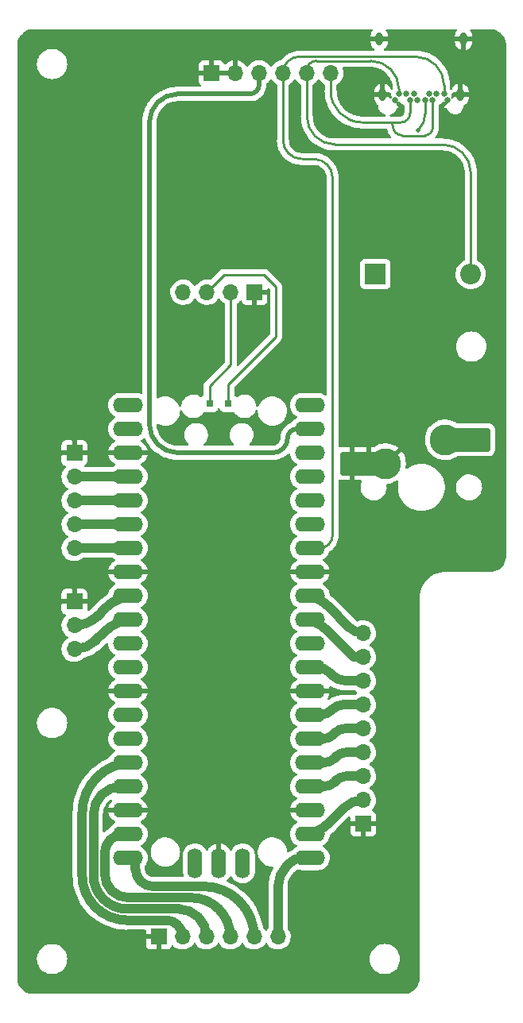
<source format=gbl>
%TF.GenerationSoftware,KiCad,Pcbnew,(6.0.7)*%
%TF.CreationDate,2023-01-05T19:49:15-06:00*%
%TF.ProjectId,OpenRectangle,4f70656e-5265-4637-9461-6e676c652e6b,rev?*%
%TF.SameCoordinates,Original*%
%TF.FileFunction,Copper,L2,Bot*%
%TF.FilePolarity,Positive*%
%FSLAX46Y46*%
G04 Gerber Fmt 4.6, Leading zero omitted, Abs format (unit mm)*
G04 Created by KiCad (PCBNEW (6.0.7)) date 2023-01-05 19:49:15*
%MOMM*%
%LPD*%
G01*
G04 APERTURE LIST*
G04 Aperture macros list*
%AMRoundRect*
0 Rectangle with rounded corners*
0 $1 Rounding radius*
0 $2 $3 $4 $5 $6 $7 $8 $9 X,Y pos of 4 corners*
0 Add a 4 corners polygon primitive as box body*
4,1,4,$2,$3,$4,$5,$6,$7,$8,$9,$2,$3,0*
0 Add four circle primitives for the rounded corners*
1,1,$1+$1,$2,$3*
1,1,$1+$1,$4,$5*
1,1,$1+$1,$6,$7*
1,1,$1+$1,$8,$9*
0 Add four rect primitives between the rounded corners*
20,1,$1+$1,$2,$3,$4,$5,0*
20,1,$1+$1,$4,$5,$6,$7,0*
20,1,$1+$1,$6,$7,$8,$9,0*
20,1,$1+$1,$8,$9,$2,$3,0*%
G04 Aperture macros list end*
%TA.AperFunction,ComponentPad*%
%ADD10R,1.700000X1.700000*%
%TD*%
%TA.AperFunction,ComponentPad*%
%ADD11O,1.700000X1.700000*%
%TD*%
%TA.AperFunction,ComponentPad*%
%ADD12O,3.200000X1.600000*%
%TD*%
%TA.AperFunction,ComponentPad*%
%ADD13O,1.600000X3.200000*%
%TD*%
%TA.AperFunction,ComponentPad*%
%ADD14R,0.800000X0.800000*%
%TD*%
%TA.AperFunction,ComponentPad*%
%ADD15R,2.200000X2.200000*%
%TD*%
%TA.AperFunction,ComponentPad*%
%ADD16O,2.200000X2.200000*%
%TD*%
%TA.AperFunction,ComponentPad*%
%ADD17C,0.650000*%
%TD*%
%TA.AperFunction,ComponentPad*%
%ADD18O,0.800000X1.400000*%
%TD*%
%TA.AperFunction,SMDPad,CuDef*%
%ADD19RoundRect,0.250000X1.025000X1.000000X-1.025000X1.000000X-1.025000X-1.000000X1.025000X-1.000000X0*%
%TD*%
%TA.AperFunction,SMDPad,CuDef*%
%ADD20R,1.650000X2.500000*%
%TD*%
%TA.AperFunction,ComponentPad*%
%ADD21C,3.300000*%
%TD*%
%TA.AperFunction,ViaPad*%
%ADD22C,0.800000*%
%TD*%
%TA.AperFunction,ViaPad*%
%ADD23C,0.500000*%
%TD*%
%TA.AperFunction,Conductor*%
%ADD24C,0.250000*%
%TD*%
%TA.AperFunction,Conductor*%
%ADD25C,0.500000*%
%TD*%
%TA.AperFunction,Conductor*%
%ADD26C,1.000000*%
%TD*%
G04 APERTURE END LIST*
D10*
%TO.P,J9,1,Pin_1*%
%TO.N,GND*%
X161610000Y-70670000D03*
D11*
%TO.P,J9,2,Pin_2*%
%TO.N,P RIGHT*%
X161610000Y-73210000D03*
%TO.P,J9,3,Pin_3*%
%TO.N,P DOWN*%
X161610000Y-75750000D03*
%TO.P,J9,4,Pin_4*%
%TO.N,P LEFT*%
X161610000Y-78290000D03*
%TO.P,J9,5,Pin_5*%
%TO.N,P L*%
X161610000Y-80830000D03*
%TD*%
D12*
%TO.P,J8,3V3,3V3*%
%TO.N,unconnected-(J8-Pad3V3)*%
X186696250Y-75723750D03*
%TO.P,J8,3V3_EN,3V3_EN*%
%TO.N,unconnected-(J8-Pad3V3_EN)*%
X186696250Y-73183750D03*
%TO.P,J8,ADC_VREF,ADC_VREF*%
%TO.N,unconnected-(J8-PadADC_VREF)*%
X186696250Y-78263750D03*
%TO.P,J8,AGND,AGND*%
%TO.N,GND*%
X186696250Y-83343750D03*
%TO.P,J8,GND@1,GND*%
X167316250Y-70643750D03*
%TO.P,J8,GND@2,GND*%
X167316250Y-83343750D03*
%TO.P,J8,GND@3,GND*%
X167316250Y-96043750D03*
%TO.P,J8,GND@4,GND*%
X167316250Y-108743750D03*
D13*
%TO.P,J8,GND@5,GND*%
X177006250Y-114393750D03*
D12*
%TO.P,J8,GND@6,GND*%
X186696250Y-108743750D03*
%TO.P,J8,GND@7,GND*%
X186696250Y-96043750D03*
%TO.P,J8,GND@8,GND*%
X186696250Y-70643750D03*
%TO.P,J8,GP0,GP0*%
%TO.N,P START*%
X167316250Y-65563750D03*
%TO.P,J8,GP1,GP1*%
%TO.N,unconnected-(J8-PadGP1)*%
X167316250Y-68103750D03*
%TO.P,J8,GP2,GP2*%
%TO.N,P RIGHT*%
X167316250Y-73183750D03*
%TO.P,J8,GP3,GP3*%
%TO.N,P DOWN*%
X167316250Y-75723750D03*
%TO.P,J8,GP4,GP4*%
%TO.N,P LEFT*%
X167316250Y-78263750D03*
%TO.P,J8,GP5,GP5*%
%TO.N,P L*%
X167316250Y-80803750D03*
%TO.P,J8,GP6,GP6*%
%TO.N,P M1*%
X167316250Y-85883750D03*
%TO.P,J8,GP7,GP7*%
%TO.N,P M2*%
X167316250Y-88423750D03*
%TO.P,J8,GP8,GP8*%
%TO.N,unconnected-(J8-PadGP8)*%
X167316250Y-90963750D03*
%TO.P,J8,GP9,GP9*%
%TO.N,unconnected-(J8-PadGP9)*%
X167316250Y-93503750D03*
%TO.P,J8,GP10,GP10*%
%TO.N,unconnected-(J8-PadGP10)*%
X167316250Y-98583750D03*
%TO.P,J8,GP11,GP11*%
%TO.N,unconnected-(J8-PadGP11)*%
X167316250Y-101123750D03*
%TO.P,J8,GP12,GP12*%
%TO.N,P C_UP*%
X167316250Y-103663750D03*
%TO.P,J8,GP13,GP13*%
%TO.N,P C_LT*%
X167316250Y-106203750D03*
%TO.P,J8,GP14,GP14*%
%TO.N,P A*%
X167316250Y-111283750D03*
%TO.P,J8,GP15,GP15*%
%TO.N,P C_DN*%
X167316250Y-113823750D03*
%TO.P,J8,GP16,GP16*%
%TO.N,P C_RT*%
X186696250Y-113823750D03*
%TO.P,J8,GP17,GP17*%
%TO.N,P UP*%
X186696250Y-111283750D03*
%TO.P,J8,GP18,GP18*%
%TO.N,P MS*%
X186696250Y-106203750D03*
%TO.P,J8,GP19,GP19*%
%TO.N,P Z*%
X186696250Y-103663750D03*
%TO.P,J8,GP20,GP20*%
%TO.N,P LS*%
X186696250Y-101123750D03*
%TO.P,J8,GP21,GP21*%
%TO.N,P X*%
X186696250Y-98583750D03*
%TO.P,J8,GP22,GP22*%
%TO.N,P Y*%
X186696250Y-93503750D03*
%TO.P,J8,GP26_A0,GP26_A0*%
%TO.N,P B*%
X186696250Y-88423750D03*
%TO.P,J8,GP27_A1,GP27_A1*%
%TO.N,P R*%
X186696250Y-85883750D03*
%TO.P,J8,GP28_A2,GP28_A2*%
%TO.N,DATA*%
X186696250Y-80803750D03*
%TO.P,J8,RUN,RUN*%
%TO.N,unconnected-(J8-PadRUN)*%
X186696250Y-90963750D03*
D13*
%TO.P,J8,SWCLK,SWCLK*%
%TO.N,unconnected-(J8-PadSWCLK)*%
X174466250Y-114393750D03*
%TO.P,J8,SWDIO,SWDIO*%
%TO.N,unconnected-(J8-PadSWDIO)*%
X179546250Y-114393750D03*
D14*
%TO.P,J8,TP2,D+*%
%TO.N,D-*%
X178006250Y-65393750D03*
%TO.P,J8,TP3,D-*%
%TO.N,D+*%
X176006250Y-65393750D03*
D12*
%TO.P,J8,VBUS,VBUS*%
%TO.N,+5V*%
X186696250Y-65563750D03*
%TO.P,J8,VSYS,VSYS*%
%TO.N,VCC*%
X186696250Y-68103750D03*
%TD*%
D15*
%TO.P,D1,1,K*%
%TO.N,VCC*%
X193675000Y-51593750D03*
D16*
%TO.P,D1,2,A*%
%TO.N,+3V3*%
X203835000Y-51593750D03*
%TD*%
D10*
%TO.P,J6,1,Pin_1*%
%TO.N,GND*%
X180806250Y-53510000D03*
D11*
%TO.P,J6,2,Pin_2*%
%TO.N,D+*%
X178266250Y-53510000D03*
%TO.P,J6,3,Pin_3*%
%TO.N,D-*%
X175726250Y-53510000D03*
%TO.P,J6,4,Pin_4*%
%TO.N,+5V*%
X173186250Y-53510000D03*
%TD*%
D10*
%TO.P,J12,1,Pin_1*%
%TO.N,GND*%
X192390000Y-110190000D03*
D11*
%TO.P,J12,2,Pin_2*%
%TO.N,P UP*%
X192390000Y-107650000D03*
%TO.P,J12,3,Pin_3*%
%TO.N,P MS*%
X192390000Y-105110000D03*
%TO.P,J12,4,Pin_4*%
%TO.N,P Z*%
X192390000Y-102570000D03*
%TO.P,J12,5,Pin_5*%
%TO.N,P LS*%
X192390000Y-100030000D03*
%TO.P,J12,6,Pin_6*%
%TO.N,P X*%
X192390000Y-97490000D03*
%TO.P,J12,7,Pin_7*%
%TO.N,P Y*%
X192390000Y-94950000D03*
%TO.P,J12,8,Pin_8*%
%TO.N,P B*%
X192390000Y-92410000D03*
%TO.P,J12,9,Pin_9*%
%TO.N,P R*%
X192390000Y-89870000D03*
%TD*%
D10*
%TO.P,J11,1,Pin_1*%
%TO.N,GND*%
X170600000Y-122230000D03*
D11*
%TO.P,J11,2,Pin_2*%
%TO.N,P C_UP*%
X173140000Y-122230000D03*
%TO.P,J11,3,Pin_3*%
%TO.N,P C_LT*%
X175680000Y-122230000D03*
%TO.P,J11,4,Pin_4*%
%TO.N,P A*%
X178220000Y-122230000D03*
%TO.P,J11,5,Pin_5*%
%TO.N,P C_DN*%
X180760000Y-122230000D03*
%TO.P,J11,6,Pin_6*%
%TO.N,P C_RT*%
X183300000Y-122230000D03*
%TD*%
D10*
%TO.P,J5,1,Pin_1*%
%TO.N,GND*%
X176212500Y-30162500D03*
D11*
%TO.P,J5,2,Pin_2*%
X178752500Y-30162500D03*
%TO.P,J5,3,Pin_3*%
%TO.N,VCC*%
X181292500Y-30162500D03*
%TO.P,J5,4,Pin_4*%
%TO.N,DATA*%
X183832500Y-30162500D03*
%TO.P,J5,5,Pin_5*%
%TO.N,+3V3*%
X186372500Y-30162500D03*
%TO.P,J5,6,Pin_6*%
%TO.N,+5V*%
X188912500Y-30162500D03*
%TD*%
D10*
%TO.P,J10,1,Pin_1*%
%TO.N,GND*%
X161610000Y-86500000D03*
D11*
%TO.P,J10,2,Pin_2*%
%TO.N,P M1*%
X161610000Y-89040000D03*
%TO.P,J10,3,Pin_3*%
%TO.N,P M2*%
X161610000Y-91580000D03*
%TD*%
D17*
%TO.P,J7,B1,GND*%
%TO.N,GND*%
X195778500Y-33078750D03*
%TO.P,J7,B2,TX2+*%
%TO.N,+3V3*%
X196178500Y-32378750D03*
%TO.P,J7,B3,TX2-*%
%TO.N,unconnected-(J7-PadB3)*%
X196978500Y-32378750D03*
%TO.P,J7,B4,VBUS*%
%TO.N,+5V*%
X197378500Y-33078750D03*
%TO.P,J7,B5,CC2*%
%TO.N,unconnected-(J7-PadB5)*%
X197778500Y-32378750D03*
%TO.P,J7,B6,D+*%
%TO.N,D+*%
X198178500Y-33078750D03*
%TO.P,J7,B7,D-*%
%TO.N,D-*%
X198978500Y-33078750D03*
%TO.P,J7,B8,SBU2*%
%TO.N,unconnected-(J7-PadB8)*%
X199378500Y-32378750D03*
%TO.P,J7,B9,VBUS*%
%TO.N,+5V*%
X199778500Y-33078750D03*
%TO.P,J7,B10,RX1-*%
%TO.N,unconnected-(J7-PadB10)*%
X200178500Y-32378750D03*
%TO.P,J7,B11,RX1+*%
%TO.N,DATA*%
X200978500Y-32378750D03*
%TO.P,J7,B12,GND*%
%TO.N,GND*%
X201378500Y-33078750D03*
D18*
%TO.P,J7,S1,SHIELD*%
X194088500Y-26528750D03*
X203068500Y-26528750D03*
X202708500Y-32478750D03*
X194448500Y-32478750D03*
%TD*%
D19*
%TO.P,SW5,1,1*%
%TO.N,GND*%
X191218500Y-71786866D03*
D20*
X192943500Y-71786866D03*
D21*
X194768500Y-71786866D03*
D19*
%TO.P,SW5,2,2*%
%TO.N,START*%
X204668500Y-69246866D03*
D20*
X202918500Y-69246866D03*
D21*
X201118500Y-69246866D03*
%TD*%
D22*
%TO.N,GND*%
X190600000Y-42110000D03*
X187640000Y-32660000D03*
X172120000Y-34420000D03*
D23*
%TO.N,D-*%
X198254000Y-36240000D03*
%TD*%
D24*
%TO.N,DATA*%
X200978500Y-31420000D02*
X200978500Y-32378750D01*
X183832500Y-30162500D02*
X183832500Y-37320000D01*
X187756366Y-80803750D02*
X187306250Y-80803750D01*
X185832500Y-39320000D02*
X187110000Y-39320000D01*
X185575007Y-28420000D02*
X197978500Y-28420000D01*
X189110000Y-41320000D02*
X189110000Y-79450116D01*
X187756366Y-80803800D02*
G75*
G03*
X189110000Y-79450116I34J1353600D01*
G01*
X200978500Y-31420000D02*
G75*
G03*
X197978500Y-28420000I-3000000J0D01*
G01*
X189110000Y-41320000D02*
G75*
G03*
X187110000Y-39320000I-2000000J0D01*
G01*
X185575007Y-28420000D02*
G75*
G03*
X183832500Y-30162500I-7J-1742500D01*
G01*
X183832500Y-37320000D02*
G75*
G03*
X185832500Y-39320000I2000000J0D01*
G01*
%TO.N,D-*%
X198978500Y-34490872D02*
X198978500Y-33078750D01*
X177556250Y-51680000D02*
X175726250Y-53510000D01*
X178006250Y-65393750D02*
X178006250Y-63363750D01*
X178006250Y-63363750D02*
X183100000Y-58270000D01*
X183100000Y-58270000D02*
X183100000Y-52950000D01*
X183100000Y-52950000D02*
X181830000Y-51680000D01*
X181830000Y-51680000D02*
X177556250Y-51680000D01*
X198254020Y-36240020D02*
G75*
G03*
X198978500Y-34490872I-1749220J1749120D01*
G01*
%TO.N,D+*%
X176006250Y-65393750D02*
X176006250Y-63523750D01*
X178266250Y-61263750D02*
X178266250Y-53510000D01*
X176006250Y-63523750D02*
X178266250Y-61263750D01*
%TO.N,+5V*%
X198960779Y-36815000D02*
X196778500Y-36815000D01*
X194910000Y-35430000D02*
X195155000Y-35430000D01*
X188912500Y-30162500D02*
X188912500Y-32045877D01*
X194910000Y-35430000D02*
X196378500Y-35430000D01*
X197378500Y-34430000D02*
X197378500Y-33078750D01*
X192296623Y-35430000D02*
X194910000Y-35430000D01*
X196778500Y-36815000D02*
X196540000Y-36815000D01*
X199778500Y-33078750D02*
X199778500Y-35997279D01*
X192296623Y-35430000D02*
G75*
G02*
X188912500Y-32045877I-23J3384100D01*
G01*
X195540000Y-35815000D02*
G75*
G03*
X196540000Y-36815000I1000000J0D01*
G01*
X196378500Y-35430000D02*
G75*
G03*
X197378500Y-34430000I0J1000000D01*
G01*
X195155000Y-35430000D02*
G75*
G02*
X195540000Y-35815000I0J-385000D01*
G01*
X198960779Y-36815000D02*
G75*
G03*
X199778500Y-35997279I21J817700D01*
G01*
D25*
%TO.N,VCC*%
X169610000Y-67630000D02*
X169610000Y-35400000D01*
X182783752Y-70630000D02*
X172610000Y-70630000D01*
X181292500Y-31400000D02*
X181292500Y-30162500D01*
X185896250Y-68103750D02*
X185310000Y-68103750D01*
X172610000Y-32400000D02*
X180292500Y-32400000D01*
X184310050Y-69103750D02*
G75*
G02*
X185310000Y-68103750I999950J50D01*
G01*
X169610000Y-35400000D02*
G75*
G02*
X172610000Y-32400000I3000000J0D01*
G01*
X182783752Y-70630000D02*
G75*
G03*
X184310000Y-69103750I48J1526200D01*
G01*
X169610000Y-67630000D02*
G75*
G03*
X172610000Y-70630000I3000000J0D01*
G01*
X181292500Y-31400000D02*
G75*
G02*
X180292500Y-32400000I-1000000J0D01*
G01*
D24*
%TO.N,+3V3*%
X203835000Y-40780000D02*
X203835000Y-51593750D01*
X196178500Y-31870000D02*
X196178500Y-32378750D01*
X189372500Y-37780000D02*
X200835000Y-37780000D01*
X186372500Y-30162500D02*
X186372500Y-29870000D01*
X186372500Y-30162500D02*
X186372500Y-34780000D01*
X187372500Y-28870000D02*
X193178500Y-28870000D01*
X200835000Y-37780000D02*
G75*
G02*
X203835000Y-40780000I0J-3000000D01*
G01*
X196178500Y-31870000D02*
G75*
G03*
X193178500Y-28870000I-3000000J0D01*
G01*
X186372500Y-34780000D02*
G75*
G03*
X189372500Y-37780000I3000000J0D01*
G01*
X186372500Y-29870000D02*
G75*
G02*
X187372500Y-28870000I1000000J0D01*
G01*
D26*
%TO.N,P RIGHT*%
X161636250Y-73183750D02*
X161610000Y-73210000D01*
X168116250Y-73183750D02*
X161636250Y-73183750D01*
%TO.N,P DOWN*%
X161636250Y-75723750D02*
X161610000Y-75750000D01*
X168116250Y-75723750D02*
X161636250Y-75723750D01*
%TO.N,P LEFT*%
X161636250Y-78263750D02*
X161610000Y-78290000D01*
X168116250Y-78263750D02*
X161636250Y-78263750D01*
%TO.N,P L*%
X168116250Y-80803750D02*
X161636250Y-80803750D01*
X161636250Y-80803750D02*
X161610000Y-80830000D01*
%TO.N,P M1*%
X164889854Y-87220146D02*
X164066969Y-88043031D01*
X164889853Y-87220145D02*
G75*
G02*
X168116250Y-85883750I3226347J-3226355D01*
G01*
X161660000Y-89039970D02*
G75*
G03*
X164066969Y-88043031I100J3403870D01*
G01*
%TO.N,P M2*%
X168116250Y-88423750D02*
X167972368Y-88423750D01*
X164803775Y-89736225D02*
X163879138Y-90660862D01*
X161660000Y-91580039D02*
G75*
G03*
X163879137Y-90660861I100J3138139D01*
G01*
X164803794Y-89736244D02*
G75*
G02*
X167972368Y-88423750I3168606J-3168556D01*
G01*
%TO.N,P C_UP*%
X168116250Y-103663750D02*
X167811915Y-103663747D01*
X167232987Y-120470000D02*
X171380010Y-120470000D01*
X162440000Y-109035616D02*
X162440000Y-115677013D01*
X167811915Y-103663700D02*
G75*
G03*
X162440000Y-109035616I-15J-5371900D01*
G01*
X162440000Y-115677013D02*
G75*
G03*
X167232987Y-120470000I4793000J13D01*
G01*
X173140000Y-122230000D02*
G75*
G03*
X171380010Y-120470000I-1760000J0D01*
G01*
%TO.N,P C_LT*%
X168116250Y-106203750D02*
X166640000Y-106203750D01*
X167247644Y-119270000D02*
X172719995Y-119270000D01*
X163640000Y-109203750D02*
X163640000Y-115662356D01*
X167247644Y-119270000D02*
G75*
G02*
X163640000Y-115662356I-44J3607600D01*
G01*
X163639950Y-109203750D02*
G75*
G02*
X166640000Y-106203750I3000050J-50D01*
G01*
X175680000Y-122230000D02*
G75*
G03*
X172719995Y-119270000I-2960000J0D01*
G01*
%TO.N,P A*%
X166890308Y-111283750D02*
X168116250Y-111283750D01*
X174060003Y-118070000D02*
X167379446Y-118070000D01*
X164840000Y-115530554D02*
X164840000Y-113334058D01*
X167379446Y-118070000D02*
G75*
G02*
X164840000Y-115530554I-46J2539400D01*
G01*
X174060003Y-118070000D02*
G75*
G02*
X178220000Y-122230000I-3J-4160000D01*
G01*
X166890308Y-111283800D02*
G75*
G03*
X164840000Y-113334058I-8J-2050300D01*
G01*
%TO.N,P C_DN*%
X170002201Y-116870000D02*
X175400009Y-116870000D01*
X168116250Y-113823750D02*
X168116250Y-114984049D01*
X180760000Y-122230000D02*
G75*
G03*
X175400009Y-116870000I-5360000J0D01*
G01*
X170002201Y-116869950D02*
G75*
G02*
X168116250Y-114984049I-1J1885950D01*
G01*
%TO.N,P C_RT*%
X184230462Y-114689538D02*
X184530590Y-114389410D01*
X183300000Y-122230000D02*
X183300000Y-116935871D01*
X183299982Y-116935871D02*
G75*
G02*
X184230462Y-114689538I3176818J-29D01*
G01*
X185896250Y-113823750D02*
G75*
G03*
X184530590Y-114389410I-50J-1931250D01*
G01*
%TO.N,P UP*%
X188726434Y-110111485D02*
X190337941Y-108499978D01*
X192390000Y-107649977D02*
G75*
G03*
X190337941Y-108499978I0J-2902023D01*
G01*
X185896250Y-111283779D02*
G75*
G03*
X188726434Y-110111485I50J4002379D01*
G01*
%TO.N,P MS*%
X189315590Y-105764410D02*
X189530660Y-105549340D01*
X185896250Y-106203750D02*
X188254930Y-106203750D01*
X190591320Y-105110000D02*
X192390000Y-105110000D01*
X190591320Y-105110015D02*
G75*
G03*
X189530660Y-105549340I-20J-1499985D01*
G01*
X188254930Y-106203756D02*
G75*
G03*
X189315590Y-105764410I-30J1500056D01*
G01*
%TO.N,P Z*%
X190581320Y-102570000D02*
X192390000Y-102570000D01*
X185896250Y-103663750D02*
X188244930Y-103663750D01*
X189305590Y-103224410D02*
X189520660Y-103009340D01*
X189520650Y-103009330D02*
G75*
G02*
X190581320Y-102570000I1060650J-1060670D01*
G01*
X189305586Y-103224406D02*
G75*
G02*
X188244930Y-103663750I-1060686J1060706D01*
G01*
%TO.N,P LS*%
X189205590Y-100684410D02*
X189420660Y-100469340D01*
X190481320Y-100030000D02*
X192390000Y-100030000D01*
X185896250Y-101123750D02*
X188144930Y-101123750D01*
X188144930Y-101123756D02*
G75*
G03*
X189205590Y-100684410I-30J1500056D01*
G01*
X190481320Y-100030015D02*
G75*
G03*
X189420660Y-100469340I-20J-1499985D01*
G01*
%TO.N,P X*%
X188994169Y-98085831D02*
X189092082Y-97987918D01*
X190294163Y-97490000D02*
X192390000Y-97490000D01*
X185896250Y-98583750D02*
X187792087Y-98583750D01*
X187792087Y-98583726D02*
G75*
G03*
X188994169Y-98085831I13J1700026D01*
G01*
X190294163Y-97489974D02*
G75*
G03*
X189092082Y-97987918I37J-1700026D01*
G01*
%TO.N,P Y*%
X188819537Y-94089537D02*
X189094214Y-94364214D01*
X190508427Y-94950000D02*
X192390000Y-94950000D01*
X185896250Y-93503750D02*
X187405323Y-93503750D01*
X190508427Y-94949980D02*
G75*
G02*
X189094215Y-94364213I-27J1999980D01*
G01*
X187405323Y-93503720D02*
G75*
G02*
X188819536Y-94089538I-23J-1999980D01*
G01*
%TO.N,P B*%
X191330000Y-92410000D02*
X192390000Y-92410000D01*
X188367294Y-89447294D02*
X191330000Y-92410000D01*
X188367264Y-89447324D02*
G75*
G03*
X185896250Y-88423750I-2471064J-2470976D01*
G01*
%TO.N,P R*%
X188622741Y-86982741D02*
X190887746Y-89247746D01*
X185896250Y-85883750D02*
X185969539Y-85883750D01*
X192390000Y-89870002D02*
G75*
G02*
X190887746Y-89247746I0J2124502D01*
G01*
X185969539Y-85883709D02*
G75*
G02*
X188622741Y-86982741I-39J-3752191D01*
G01*
%TD*%
%TA.AperFunction,Conductor*%
%TO.N,GND*%
G36*
X193330175Y-25495324D02*
G01*
X193376668Y-25548980D01*
X193386772Y-25619254D01*
X193357640Y-25681467D01*
X193358167Y-25681850D01*
X193356179Y-25684586D01*
X193355688Y-25685635D01*
X193354286Y-25687192D01*
X193346562Y-25697823D01*
X193257735Y-25851676D01*
X193252389Y-25863684D01*
X193197489Y-26032648D01*
X193194759Y-26045489D01*
X193180844Y-26177888D01*
X193180500Y-26184448D01*
X193180500Y-26256635D01*
X193184975Y-26271874D01*
X193186365Y-26273079D01*
X193194048Y-26274750D01*
X194978385Y-26274750D01*
X194993624Y-26270275D01*
X194994829Y-26268885D01*
X194996500Y-26261202D01*
X194996500Y-26184448D01*
X194996156Y-26177888D01*
X194982241Y-26045489D01*
X194979511Y-26032648D01*
X194924611Y-25863684D01*
X194919265Y-25851676D01*
X194830438Y-25697823D01*
X194822714Y-25687192D01*
X194821312Y-25685635D01*
X194820785Y-25684537D01*
X194818833Y-25681850D01*
X194819324Y-25681493D01*
X194790593Y-25621628D01*
X194799355Y-25551174D01*
X194844817Y-25496642D01*
X194914946Y-25475322D01*
X202242054Y-25475322D01*
X202310175Y-25495324D01*
X202356668Y-25548980D01*
X202366772Y-25619254D01*
X202337640Y-25681467D01*
X202338167Y-25681850D01*
X202336179Y-25684586D01*
X202335688Y-25685635D01*
X202334286Y-25687192D01*
X202326562Y-25697823D01*
X202237735Y-25851676D01*
X202232389Y-25863684D01*
X202177489Y-26032648D01*
X202174759Y-26045489D01*
X202160844Y-26177888D01*
X202160500Y-26184448D01*
X202160500Y-26256635D01*
X202164975Y-26271874D01*
X202166365Y-26273079D01*
X202174048Y-26274750D01*
X203958385Y-26274750D01*
X203973624Y-26270275D01*
X203974829Y-26268885D01*
X203976500Y-26261202D01*
X203976500Y-26184448D01*
X203976156Y-26177888D01*
X203962241Y-26045489D01*
X203959511Y-26032648D01*
X203904611Y-25863684D01*
X203899265Y-25851676D01*
X203810438Y-25697823D01*
X203802714Y-25687192D01*
X203801312Y-25685635D01*
X203800785Y-25684537D01*
X203798833Y-25681850D01*
X203799324Y-25681493D01*
X203770593Y-25621628D01*
X203779355Y-25551174D01*
X203824817Y-25496642D01*
X203894946Y-25475322D01*
X205830518Y-25475322D01*
X205849915Y-25476824D01*
X205864720Y-25479131D01*
X205864722Y-25479131D01*
X205873586Y-25480512D01*
X205888833Y-25478520D01*
X205914159Y-25477780D01*
X205985529Y-25482895D01*
X206115572Y-25492215D01*
X206133378Y-25494779D01*
X206355461Y-25543146D01*
X206372720Y-25548219D01*
X206585656Y-25627722D01*
X206602017Y-25635202D01*
X206801457Y-25744217D01*
X206816587Y-25753950D01*
X206998473Y-25890260D01*
X207012062Y-25902049D01*
X207172683Y-26062873D01*
X207184454Y-26076477D01*
X207320531Y-26258531D01*
X207330245Y-26273672D01*
X207439010Y-26473252D01*
X207446468Y-26489622D01*
X207463561Y-26535579D01*
X207525701Y-26702655D01*
X207530753Y-26719921D01*
X207578841Y-26942072D01*
X207581382Y-26959880D01*
X207595056Y-27154112D01*
X207594270Y-27172510D01*
X207594163Y-27180459D01*
X207592772Y-27189326D01*
X207593925Y-27198225D01*
X207593925Y-27198228D01*
X207596910Y-27221264D01*
X207597954Y-27237454D01*
X207597787Y-51044547D01*
X207597574Y-81571613D01*
X207596118Y-81590710D01*
X207592369Y-81615159D01*
X207594424Y-81630600D01*
X207595234Y-81655774D01*
X207581794Y-81853190D01*
X207579354Y-81870721D01*
X207533093Y-82089299D01*
X207528222Y-82106314D01*
X207451783Y-82316274D01*
X207444574Y-82332440D01*
X207339475Y-82529604D01*
X207330073Y-82544599D01*
X207198385Y-82725090D01*
X207186974Y-82738621D01*
X207031288Y-82898881D01*
X207018095Y-82910678D01*
X206841489Y-83047544D01*
X206826771Y-83057377D01*
X206632732Y-83168143D01*
X206616783Y-83175816D01*
X206409137Y-83258300D01*
X206392270Y-83263663D01*
X206329939Y-83278754D01*
X206175106Y-83316239D01*
X206157660Y-83319184D01*
X206116548Y-83323182D01*
X205967768Y-83337649D01*
X205948950Y-83337360D01*
X205941486Y-83337468D01*
X205932585Y-83336324D01*
X205923723Y-83337724D01*
X205923719Y-83337724D01*
X205909586Y-83339957D01*
X205889926Y-83341500D01*
X201193250Y-83341500D01*
X201172345Y-83339754D01*
X201157344Y-83337230D01*
X201157341Y-83337230D01*
X201152552Y-83336424D01*
X201146237Y-83336347D01*
X201144858Y-83336330D01*
X201144855Y-83336330D01*
X201140000Y-83336271D01*
X201135196Y-83336959D01*
X201135137Y-83336963D01*
X201124474Y-83338027D01*
X200949625Y-83347911D01*
X200834779Y-83354403D01*
X200834774Y-83354404D01*
X200831228Y-83354604D01*
X200671773Y-83381879D01*
X200529903Y-83406146D01*
X200529898Y-83406147D01*
X200526391Y-83406747D01*
X200229372Y-83492912D01*
X200226092Y-83494281D01*
X200226088Y-83494282D01*
X200132719Y-83533241D01*
X199943956Y-83612004D01*
X199673780Y-83762503D01*
X199422287Y-83942492D01*
X199192682Y-84149677D01*
X199190319Y-84152351D01*
X199190318Y-84152352D01*
X199003524Y-84363728D01*
X198987889Y-84381420D01*
X198985847Y-84384337D01*
X198985846Y-84384338D01*
X198916657Y-84483164D01*
X198810518Y-84634766D01*
X198662830Y-84906489D01*
X198661491Y-84909793D01*
X198661491Y-84909794D01*
X198548044Y-85189820D01*
X198548041Y-85189828D01*
X198546706Y-85193124D01*
X198463625Y-85491021D01*
X198414648Y-85796383D01*
X198414484Y-85799940D01*
X198401905Y-86072600D01*
X198400503Y-86086404D01*
X198399499Y-86092776D01*
X198399477Y-86105329D01*
X198400216Y-86110131D01*
X198400216Y-86110136D01*
X198403214Y-86129627D01*
X198404678Y-86148781D01*
X198404678Y-126560542D01*
X198403178Y-126579929D01*
X198399487Y-126603632D01*
X198401482Y-126618889D01*
X198402225Y-126644212D01*
X198387797Y-126845928D01*
X198385239Y-126863719D01*
X198373643Y-126917022D01*
X198336855Y-127086128D01*
X198331790Y-127103377D01*
X198252249Y-127316632D01*
X198244781Y-127332985D01*
X198135700Y-127532749D01*
X198125981Y-127547873D01*
X197989575Y-127730088D01*
X197977802Y-127743674D01*
X197816858Y-127904616D01*
X197803272Y-127916388D01*
X197621060Y-128052789D01*
X197605946Y-128062503D01*
X197495532Y-128122793D01*
X197406171Y-128171587D01*
X197389818Y-128179055D01*
X197176562Y-128258594D01*
X197159313Y-128263659D01*
X196936901Y-128312041D01*
X196919107Y-128314599D01*
X196910945Y-128315183D01*
X196724391Y-128328525D01*
X196706901Y-128327797D01*
X196698241Y-128327691D01*
X196689368Y-128326309D01*
X196680465Y-128327473D01*
X196680458Y-128327473D01*
X196657798Y-128330436D01*
X196641462Y-128331500D01*
X157289367Y-128331500D01*
X157269982Y-128330000D01*
X157255149Y-128327690D01*
X157255145Y-128327690D01*
X157246276Y-128326309D01*
X157231019Y-128328304D01*
X157205698Y-128329047D01*
X157029137Y-128316419D01*
X157003983Y-128314620D01*
X156986189Y-128312062D01*
X156944977Y-128303097D01*
X156763776Y-128263679D01*
X156746528Y-128258614D01*
X156533265Y-128179070D01*
X156516914Y-128171603D01*
X156317143Y-128062522D01*
X156302024Y-128052806D01*
X156119810Y-127916402D01*
X156106224Y-127904630D01*
X155945276Y-127743683D01*
X155933503Y-127730096D01*
X155797101Y-127547886D01*
X155787382Y-127532763D01*
X155678299Y-127332993D01*
X155670832Y-127316645D01*
X155670828Y-127316632D01*
X155591285Y-127103372D01*
X155586222Y-127086126D01*
X155537841Y-126863726D01*
X155535282Y-126845931D01*
X155521365Y-126651356D01*
X155522122Y-126633127D01*
X155522221Y-126625056D01*
X155523602Y-126616184D01*
X155522438Y-126607283D01*
X155522438Y-126607279D01*
X155519475Y-126584625D01*
X155518411Y-126568287D01*
X155518413Y-124609900D01*
X157626526Y-124609900D01*
X157646391Y-124862303D01*
X157705495Y-125108491D01*
X157802384Y-125342402D01*
X157934672Y-125558276D01*
X158099102Y-125750798D01*
X158291624Y-125915228D01*
X158507498Y-126047516D01*
X158512068Y-126049409D01*
X158512072Y-126049411D01*
X158736836Y-126142511D01*
X158741409Y-126144405D01*
X158826032Y-126164721D01*
X158982784Y-126202354D01*
X158982790Y-126202355D01*
X158987597Y-126203509D01*
X159087416Y-126211365D01*
X159174345Y-126218207D01*
X159174352Y-126218207D01*
X159176801Y-126218400D01*
X159303199Y-126218400D01*
X159305648Y-126218207D01*
X159305655Y-126218207D01*
X159392584Y-126211365D01*
X159492403Y-126203509D01*
X159497210Y-126202355D01*
X159497216Y-126202354D01*
X159653968Y-126164721D01*
X159738591Y-126144405D01*
X159743164Y-126142511D01*
X159967928Y-126049411D01*
X159967932Y-126049409D01*
X159972502Y-126047516D01*
X160188376Y-125915228D01*
X160380898Y-125750798D01*
X160545328Y-125558276D01*
X160677616Y-125342402D01*
X160774505Y-125108491D01*
X160833609Y-124862303D01*
X160853474Y-124609900D01*
X193069626Y-124609900D01*
X193089491Y-124862303D01*
X193148595Y-125108491D01*
X193245484Y-125342402D01*
X193377772Y-125558276D01*
X193542202Y-125750798D01*
X193734724Y-125915228D01*
X193950598Y-126047516D01*
X193955168Y-126049409D01*
X193955172Y-126049411D01*
X194179936Y-126142511D01*
X194184509Y-126144405D01*
X194269132Y-126164721D01*
X194425884Y-126202354D01*
X194425890Y-126202355D01*
X194430697Y-126203509D01*
X194530516Y-126211365D01*
X194617445Y-126218207D01*
X194617452Y-126218207D01*
X194619901Y-126218400D01*
X194746299Y-126218400D01*
X194748748Y-126218207D01*
X194748755Y-126218207D01*
X194835684Y-126211365D01*
X194935503Y-126203509D01*
X194940310Y-126202355D01*
X194940316Y-126202354D01*
X195097068Y-126164721D01*
X195181691Y-126144405D01*
X195186264Y-126142511D01*
X195411028Y-126049411D01*
X195411032Y-126049409D01*
X195415602Y-126047516D01*
X195631476Y-125915228D01*
X195823998Y-125750798D01*
X195988428Y-125558276D01*
X196120716Y-125342402D01*
X196217605Y-125108491D01*
X196276709Y-124862303D01*
X196296574Y-124609900D01*
X196276709Y-124357497D01*
X196217605Y-124111309D01*
X196120716Y-123877398D01*
X195988428Y-123661524D01*
X195823998Y-123469002D01*
X195631476Y-123304572D01*
X195415602Y-123172284D01*
X195411032Y-123170391D01*
X195411028Y-123170389D01*
X195186264Y-123077289D01*
X195186262Y-123077288D01*
X195181691Y-123075395D01*
X195097068Y-123055079D01*
X194940316Y-123017446D01*
X194940310Y-123017445D01*
X194935503Y-123016291D01*
X194835684Y-123008435D01*
X194748755Y-123001593D01*
X194748748Y-123001593D01*
X194746299Y-123001400D01*
X194619901Y-123001400D01*
X194617452Y-123001593D01*
X194617445Y-123001593D01*
X194530516Y-123008435D01*
X194430697Y-123016291D01*
X194425890Y-123017445D01*
X194425884Y-123017446D01*
X194269132Y-123055079D01*
X194184509Y-123075395D01*
X194179938Y-123077288D01*
X194179936Y-123077289D01*
X193955172Y-123170389D01*
X193955168Y-123170391D01*
X193950598Y-123172284D01*
X193734724Y-123304572D01*
X193542202Y-123469002D01*
X193377772Y-123661524D01*
X193245484Y-123877398D01*
X193148595Y-124111309D01*
X193089491Y-124357497D01*
X193069626Y-124609900D01*
X160853474Y-124609900D01*
X160833609Y-124357497D01*
X160774505Y-124111309D01*
X160677616Y-123877398D01*
X160545328Y-123661524D01*
X160380898Y-123469002D01*
X160188376Y-123304572D01*
X159972502Y-123172284D01*
X159967932Y-123170391D01*
X159967928Y-123170389D01*
X159857550Y-123124669D01*
X169242001Y-123124669D01*
X169242371Y-123131490D01*
X169247895Y-123182352D01*
X169251521Y-123197604D01*
X169296676Y-123318054D01*
X169305214Y-123333649D01*
X169381715Y-123435724D01*
X169394276Y-123448285D01*
X169496351Y-123524786D01*
X169511946Y-123533324D01*
X169632394Y-123578478D01*
X169647649Y-123582105D01*
X169698514Y-123587631D01*
X169705328Y-123588000D01*
X170327885Y-123588000D01*
X170343124Y-123583525D01*
X170344329Y-123582135D01*
X170346000Y-123574452D01*
X170346000Y-122502115D01*
X170341525Y-122486876D01*
X170340135Y-122485671D01*
X170332452Y-122484000D01*
X169260116Y-122484000D01*
X169244877Y-122488475D01*
X169243672Y-122489865D01*
X169242001Y-122497548D01*
X169242001Y-123124669D01*
X159857550Y-123124669D01*
X159743164Y-123077289D01*
X159743162Y-123077288D01*
X159738591Y-123075395D01*
X159653968Y-123055079D01*
X159497216Y-123017446D01*
X159497210Y-123017445D01*
X159492403Y-123016291D01*
X159392584Y-123008435D01*
X159305655Y-123001593D01*
X159305648Y-123001593D01*
X159303199Y-123001400D01*
X159176801Y-123001400D01*
X159174352Y-123001593D01*
X159174345Y-123001593D01*
X159087416Y-123008435D01*
X158987597Y-123016291D01*
X158982790Y-123017445D01*
X158982784Y-123017446D01*
X158826032Y-123055079D01*
X158741409Y-123075395D01*
X158736838Y-123077288D01*
X158736836Y-123077289D01*
X158512072Y-123170389D01*
X158512068Y-123170391D01*
X158507498Y-123172284D01*
X158291624Y-123304572D01*
X158099102Y-123469002D01*
X157934672Y-123661524D01*
X157802384Y-123877398D01*
X157705495Y-124111309D01*
X157646391Y-124357497D01*
X157626526Y-124609900D01*
X155518413Y-124609900D01*
X155518416Y-121552158D01*
X155518421Y-115677016D01*
X161426620Y-115677016D01*
X161426962Y-115680507D01*
X161426975Y-115680811D01*
X161427438Y-115687562D01*
X161444923Y-116132546D01*
X161445212Y-116134991D01*
X161445213Y-116134999D01*
X161470703Y-116350353D01*
X161498507Y-116585267D01*
X161587446Y-117032389D01*
X161711192Y-117471154D01*
X161712046Y-117473470D01*
X161712050Y-117473481D01*
X161743957Y-117559968D01*
X161868981Y-117898858D01*
X162059840Y-118312864D01*
X162282594Y-118710618D01*
X162535869Y-119089670D01*
X162537405Y-119091618D01*
X162690448Y-119285752D01*
X162818102Y-119447681D01*
X162819779Y-119449495D01*
X162819784Y-119449501D01*
X163033211Y-119680384D01*
X163127555Y-119782445D01*
X163129354Y-119784108D01*
X163418193Y-120051108D01*
X163462319Y-120091898D01*
X163464262Y-120093430D01*
X163464267Y-120093434D01*
X163641325Y-120233015D01*
X163820330Y-120374131D01*
X163822391Y-120375508D01*
X163822395Y-120375511D01*
X163833796Y-120383129D01*
X164199382Y-120627406D01*
X164597136Y-120850160D01*
X164636739Y-120868417D01*
X164987585Y-121030159D01*
X165011142Y-121041019D01*
X165013453Y-121041872D01*
X165013454Y-121041872D01*
X165436519Y-121197950D01*
X165436530Y-121197954D01*
X165438846Y-121198808D01*
X165441230Y-121199480D01*
X165441235Y-121199482D01*
X165493981Y-121214358D01*
X165877611Y-121322554D01*
X166324733Y-121411493D01*
X166467180Y-121428353D01*
X166775001Y-121464787D01*
X166775009Y-121464788D01*
X166777454Y-121465077D01*
X167186373Y-121481144D01*
X167197215Y-121482041D01*
X167199812Y-121482369D01*
X167201198Y-121482544D01*
X167201200Y-121482544D01*
X167204689Y-121482985D01*
X167232984Y-121483380D01*
X167276627Y-121479101D01*
X167288921Y-121478500D01*
X169116000Y-121478500D01*
X169184121Y-121498502D01*
X169230614Y-121552158D01*
X169242000Y-121604500D01*
X169242000Y-121957885D01*
X169246475Y-121973124D01*
X169247865Y-121974329D01*
X169255548Y-121976000D01*
X170728000Y-121976000D01*
X170796121Y-121996002D01*
X170842614Y-122049658D01*
X170854000Y-122102000D01*
X170854000Y-123569884D01*
X170858475Y-123585123D01*
X170859865Y-123586328D01*
X170867548Y-123587999D01*
X171494669Y-123587999D01*
X171501490Y-123587629D01*
X171552352Y-123582105D01*
X171567604Y-123578479D01*
X171688054Y-123533324D01*
X171703649Y-123524786D01*
X171805724Y-123448285D01*
X171818285Y-123435724D01*
X171894786Y-123333649D01*
X171903324Y-123318054D01*
X171944225Y-123208952D01*
X171986867Y-123152188D01*
X172053428Y-123127488D01*
X172122777Y-123142696D01*
X172157444Y-123170684D01*
X172182865Y-123200031D01*
X172182869Y-123200035D01*
X172186250Y-123203938D01*
X172358126Y-123346632D01*
X172551000Y-123459338D01*
X172555825Y-123461180D01*
X172555826Y-123461181D01*
X172576307Y-123469002D01*
X172759692Y-123539030D01*
X172764760Y-123540061D01*
X172764763Y-123540062D01*
X172872017Y-123561883D01*
X172978597Y-123583567D01*
X172983772Y-123583757D01*
X172983774Y-123583757D01*
X173196673Y-123591564D01*
X173196677Y-123591564D01*
X173201837Y-123591753D01*
X173206957Y-123591097D01*
X173206959Y-123591097D01*
X173418288Y-123564025D01*
X173418289Y-123564025D01*
X173423416Y-123563368D01*
X173428366Y-123561883D01*
X173632429Y-123500661D01*
X173632434Y-123500659D01*
X173637384Y-123499174D01*
X173837994Y-123400896D01*
X174019860Y-123271173D01*
X174178096Y-123113489D01*
X174247940Y-123016291D01*
X174308453Y-122932077D01*
X174309776Y-122933028D01*
X174356645Y-122889857D01*
X174426580Y-122877625D01*
X174492026Y-122905144D01*
X174519875Y-122936994D01*
X174579987Y-123035088D01*
X174726250Y-123203938D01*
X174898126Y-123346632D01*
X175091000Y-123459338D01*
X175095825Y-123461180D01*
X175095826Y-123461181D01*
X175116307Y-123469002D01*
X175299692Y-123539030D01*
X175304760Y-123540061D01*
X175304763Y-123540062D01*
X175412017Y-123561883D01*
X175518597Y-123583567D01*
X175523772Y-123583757D01*
X175523774Y-123583757D01*
X175736673Y-123591564D01*
X175736677Y-123591564D01*
X175741837Y-123591753D01*
X175746957Y-123591097D01*
X175746959Y-123591097D01*
X175958288Y-123564025D01*
X175958289Y-123564025D01*
X175963416Y-123563368D01*
X175968366Y-123561883D01*
X176172429Y-123500661D01*
X176172434Y-123500659D01*
X176177384Y-123499174D01*
X176377994Y-123400896D01*
X176559860Y-123271173D01*
X176718096Y-123113489D01*
X176787940Y-123016291D01*
X176848453Y-122932077D01*
X176849776Y-122933028D01*
X176896645Y-122889857D01*
X176966580Y-122877625D01*
X177032026Y-122905144D01*
X177059875Y-122936994D01*
X177119987Y-123035088D01*
X177266250Y-123203938D01*
X177438126Y-123346632D01*
X177631000Y-123459338D01*
X177635825Y-123461180D01*
X177635826Y-123461181D01*
X177656307Y-123469002D01*
X177839692Y-123539030D01*
X177844760Y-123540061D01*
X177844763Y-123540062D01*
X177952017Y-123561883D01*
X178058597Y-123583567D01*
X178063772Y-123583757D01*
X178063774Y-123583757D01*
X178276673Y-123591564D01*
X178276677Y-123591564D01*
X178281837Y-123591753D01*
X178286957Y-123591097D01*
X178286959Y-123591097D01*
X178498288Y-123564025D01*
X178498289Y-123564025D01*
X178503416Y-123563368D01*
X178508366Y-123561883D01*
X178712429Y-123500661D01*
X178712434Y-123500659D01*
X178717384Y-123499174D01*
X178917994Y-123400896D01*
X179099860Y-123271173D01*
X179258096Y-123113489D01*
X179327940Y-123016291D01*
X179388453Y-122932077D01*
X179389776Y-122933028D01*
X179436645Y-122889857D01*
X179506580Y-122877625D01*
X179572026Y-122905144D01*
X179599875Y-122936994D01*
X179659987Y-123035088D01*
X179806250Y-123203938D01*
X179978126Y-123346632D01*
X180171000Y-123459338D01*
X180175825Y-123461180D01*
X180175826Y-123461181D01*
X180196307Y-123469002D01*
X180379692Y-123539030D01*
X180384760Y-123540061D01*
X180384763Y-123540062D01*
X180492017Y-123561883D01*
X180598597Y-123583567D01*
X180603772Y-123583757D01*
X180603774Y-123583757D01*
X180816673Y-123591564D01*
X180816677Y-123591564D01*
X180821837Y-123591753D01*
X180826957Y-123591097D01*
X180826959Y-123591097D01*
X181038288Y-123564025D01*
X181038289Y-123564025D01*
X181043416Y-123563368D01*
X181048366Y-123561883D01*
X181252429Y-123500661D01*
X181252434Y-123500659D01*
X181257384Y-123499174D01*
X181457994Y-123400896D01*
X181639860Y-123271173D01*
X181798096Y-123113489D01*
X181867940Y-123016291D01*
X181928453Y-122932077D01*
X181929776Y-122933028D01*
X181976645Y-122889857D01*
X182046580Y-122877625D01*
X182112026Y-122905144D01*
X182139875Y-122936994D01*
X182199987Y-123035088D01*
X182346250Y-123203938D01*
X182518126Y-123346632D01*
X182711000Y-123459338D01*
X182715825Y-123461180D01*
X182715826Y-123461181D01*
X182736307Y-123469002D01*
X182919692Y-123539030D01*
X182924760Y-123540061D01*
X182924763Y-123540062D01*
X183032017Y-123561883D01*
X183138597Y-123583567D01*
X183143772Y-123583757D01*
X183143774Y-123583757D01*
X183356673Y-123591564D01*
X183356677Y-123591564D01*
X183361837Y-123591753D01*
X183366957Y-123591097D01*
X183366959Y-123591097D01*
X183578288Y-123564025D01*
X183578289Y-123564025D01*
X183583416Y-123563368D01*
X183588366Y-123561883D01*
X183792429Y-123500661D01*
X183792434Y-123500659D01*
X183797384Y-123499174D01*
X183997994Y-123400896D01*
X184179860Y-123271173D01*
X184338096Y-123113489D01*
X184407940Y-123016291D01*
X184465435Y-122936277D01*
X184468453Y-122932077D01*
X184489320Y-122889857D01*
X184565136Y-122736453D01*
X184565137Y-122736451D01*
X184567430Y-122731811D01*
X184632370Y-122518069D01*
X184661529Y-122296590D01*
X184663156Y-122230000D01*
X184644852Y-122007361D01*
X184590431Y-121790702D01*
X184501354Y-121585840D01*
X184380014Y-121398277D01*
X184360117Y-121376410D01*
X184341306Y-121355737D01*
X184310254Y-121291891D01*
X184308500Y-121270938D01*
X184308500Y-116999697D01*
X184309285Y-116985651D01*
X184312594Y-116956153D01*
X184313281Y-116950029D01*
X184310668Y-116918909D01*
X184310424Y-116901300D01*
X184321721Y-116700173D01*
X184323303Y-116686132D01*
X184361666Y-116460356D01*
X184364811Y-116446581D01*
X184428207Y-116226534D01*
X184432874Y-116213197D01*
X184520511Y-116001629D01*
X184526641Y-115988899D01*
X184637416Y-115788468D01*
X184644934Y-115776503D01*
X184777455Y-115589736D01*
X184786264Y-115578690D01*
X184911272Y-115438807D01*
X184926615Y-115424295D01*
X184932131Y-115419892D01*
X184932133Y-115419890D01*
X184936951Y-115416044D01*
X184970426Y-115376432D01*
X184977568Y-115368666D01*
X185198581Y-115147653D01*
X185209067Y-115138277D01*
X185216915Y-115132012D01*
X185237088Y-115115908D01*
X185253949Y-115095956D01*
X185268354Y-115081476D01*
X185287572Y-115065062D01*
X185352361Y-115036030D01*
X185422653Y-115046678D01*
X185447007Y-115058034D01*
X185452315Y-115059456D01*
X185452317Y-115059457D01*
X185662848Y-115115869D01*
X185662850Y-115115869D01*
X185668163Y-115117293D01*
X185767730Y-115126004D01*
X185836399Y-115132012D01*
X185836406Y-115132012D01*
X185839123Y-115132250D01*
X187553377Y-115132250D01*
X187556094Y-115132012D01*
X187556101Y-115132012D01*
X187624770Y-115126004D01*
X187724337Y-115117293D01*
X187729650Y-115115869D01*
X187729652Y-115115869D01*
X187940183Y-115059457D01*
X187940185Y-115059456D01*
X187945493Y-115058034D01*
X187950475Y-115055711D01*
X188148012Y-114963599D01*
X188148017Y-114963596D01*
X188152999Y-114961273D01*
X188257861Y-114887848D01*
X188336039Y-114833107D01*
X188336042Y-114833105D01*
X188340550Y-114829948D01*
X188502448Y-114668050D01*
X188516663Y-114647750D01*
X188568238Y-114574092D01*
X188633773Y-114480499D01*
X188636096Y-114475517D01*
X188636099Y-114475512D01*
X188728211Y-114277975D01*
X188728211Y-114277974D01*
X188730534Y-114272993D01*
X188781784Y-114081729D01*
X188788369Y-114057152D01*
X188788369Y-114057150D01*
X188789793Y-114051837D01*
X188809748Y-113823750D01*
X188789793Y-113595663D01*
X188788369Y-113590348D01*
X188731957Y-113379817D01*
X188731956Y-113379815D01*
X188730534Y-113374507D01*
X188723932Y-113360348D01*
X188636099Y-113171988D01*
X188636096Y-113171983D01*
X188633773Y-113167001D01*
X188541863Y-113035740D01*
X188505607Y-112983961D01*
X188505605Y-112983958D01*
X188502448Y-112979450D01*
X188340550Y-112817552D01*
X188336042Y-112814395D01*
X188336039Y-112814393D01*
X188247345Y-112752289D01*
X188152999Y-112686227D01*
X188148017Y-112683904D01*
X188148012Y-112683901D01*
X188113793Y-112667945D01*
X188060508Y-112621028D01*
X188041047Y-112552751D01*
X188061589Y-112484791D01*
X188113793Y-112439555D01*
X188148012Y-112423599D01*
X188148017Y-112423596D01*
X188152999Y-112421273D01*
X188257861Y-112347848D01*
X188336039Y-112293107D01*
X188336042Y-112293105D01*
X188340550Y-112289948D01*
X188502448Y-112128050D01*
X188633773Y-111940499D01*
X188636096Y-111935517D01*
X188636099Y-111935512D01*
X188728211Y-111737975D01*
X188728211Y-111737974D01*
X188730534Y-111732993D01*
X188736135Y-111712092D01*
X188788369Y-111517152D01*
X188788369Y-111517150D01*
X188789793Y-111511837D01*
X188790272Y-111506361D01*
X188790273Y-111506356D01*
X188797335Y-111425629D01*
X188823198Y-111359511D01*
X188844847Y-111337663D01*
X189153141Y-111094621D01*
X189163907Y-111084669D01*
X191032001Y-111084669D01*
X191032371Y-111091490D01*
X191037895Y-111142352D01*
X191041521Y-111157604D01*
X191086676Y-111278054D01*
X191095214Y-111293649D01*
X191171715Y-111395724D01*
X191184276Y-111408285D01*
X191286351Y-111484786D01*
X191301946Y-111493324D01*
X191422394Y-111538478D01*
X191437649Y-111542105D01*
X191488514Y-111547631D01*
X191495328Y-111548000D01*
X192117885Y-111548000D01*
X192133124Y-111543525D01*
X192134329Y-111542135D01*
X192136000Y-111534452D01*
X192136000Y-111529884D01*
X192644000Y-111529884D01*
X192648475Y-111545123D01*
X192649865Y-111546328D01*
X192657548Y-111547999D01*
X193284669Y-111547999D01*
X193291490Y-111547629D01*
X193342352Y-111542105D01*
X193357604Y-111538479D01*
X193478054Y-111493324D01*
X193493649Y-111484786D01*
X193595724Y-111408285D01*
X193608285Y-111395724D01*
X193684786Y-111293649D01*
X193693324Y-111278054D01*
X193738478Y-111157606D01*
X193742105Y-111142351D01*
X193747631Y-111091486D01*
X193748000Y-111084672D01*
X193748000Y-110462115D01*
X193743525Y-110446876D01*
X193742135Y-110445671D01*
X193734452Y-110444000D01*
X192662115Y-110444000D01*
X192646876Y-110448475D01*
X192645671Y-110449865D01*
X192644000Y-110457548D01*
X192644000Y-111529884D01*
X192136000Y-111529884D01*
X192136000Y-110462115D01*
X192131525Y-110446876D01*
X192130135Y-110445671D01*
X192122452Y-110444000D01*
X191050116Y-110444000D01*
X191034877Y-110448475D01*
X191033672Y-110449865D01*
X191032001Y-110457548D01*
X191032001Y-111084669D01*
X189163907Y-111084669D01*
X189402893Y-110863748D01*
X189411174Y-110856732D01*
X189422721Y-110847775D01*
X189443008Y-110828047D01*
X189470836Y-110794168D01*
X189479106Y-110785048D01*
X190136485Y-110127669D01*
X190816905Y-109447248D01*
X190879217Y-109413223D01*
X190950032Y-109418287D01*
X191006868Y-109460834D01*
X191031679Y-109527354D01*
X191032000Y-109536343D01*
X191032000Y-109917885D01*
X191036475Y-109933124D01*
X191037865Y-109934329D01*
X191045548Y-109936000D01*
X193729884Y-109936000D01*
X193745123Y-109931525D01*
X193746328Y-109930135D01*
X193747999Y-109922452D01*
X193747999Y-109295331D01*
X193747629Y-109288510D01*
X193742105Y-109237648D01*
X193738479Y-109222396D01*
X193693324Y-109101946D01*
X193684786Y-109086351D01*
X193608285Y-108984276D01*
X193595724Y-108971715D01*
X193493649Y-108895214D01*
X193478054Y-108886676D01*
X193367813Y-108845348D01*
X193311049Y-108802706D01*
X193286349Y-108736145D01*
X193301557Y-108666796D01*
X193323104Y-108638115D01*
X193424430Y-108537144D01*
X193424440Y-108537132D01*
X193428096Y-108533489D01*
X193459526Y-108489750D01*
X193555435Y-108356277D01*
X193558453Y-108352077D01*
X193584197Y-108299989D01*
X193655136Y-108156453D01*
X193655137Y-108156451D01*
X193657430Y-108151811D01*
X193722370Y-107938069D01*
X193751529Y-107716590D01*
X193753156Y-107650000D01*
X193734852Y-107427361D01*
X193680431Y-107210702D01*
X193591354Y-107005840D01*
X193505943Y-106873815D01*
X193472822Y-106822617D01*
X193472820Y-106822614D01*
X193470014Y-106818277D01*
X193319670Y-106653051D01*
X193315619Y-106649852D01*
X193315615Y-106649848D01*
X193148414Y-106517800D01*
X193148410Y-106517798D01*
X193144359Y-106514598D01*
X193103053Y-106491796D01*
X193053084Y-106441364D01*
X193038312Y-106371921D01*
X193063428Y-106305516D01*
X193090780Y-106278909D01*
X193141648Y-106242625D01*
X193269860Y-106151173D01*
X193282576Y-106138502D01*
X193424435Y-105997137D01*
X193428096Y-105993489D01*
X193436968Y-105981143D01*
X193555435Y-105816277D01*
X193558453Y-105812077D01*
X193584282Y-105759817D01*
X193655136Y-105616453D01*
X193655137Y-105616451D01*
X193657430Y-105611811D01*
X193722370Y-105398069D01*
X193751529Y-105176590D01*
X193753156Y-105110000D01*
X193734852Y-104887361D01*
X193680431Y-104670702D01*
X193591354Y-104465840D01*
X193551906Y-104404862D01*
X193472822Y-104282617D01*
X193472820Y-104282614D01*
X193470014Y-104278277D01*
X193319670Y-104113051D01*
X193315619Y-104109852D01*
X193315615Y-104109848D01*
X193148414Y-103977800D01*
X193148410Y-103977798D01*
X193144359Y-103974598D01*
X193103053Y-103951796D01*
X193053084Y-103901364D01*
X193038312Y-103831921D01*
X193063428Y-103765516D01*
X193090780Y-103738909D01*
X193141737Y-103702562D01*
X193269860Y-103611173D01*
X193282576Y-103598502D01*
X193424435Y-103457137D01*
X193428096Y-103453489D01*
X193436968Y-103441143D01*
X193555435Y-103276277D01*
X193558453Y-103272077D01*
X193584282Y-103219817D01*
X193655136Y-103076453D01*
X193655137Y-103076451D01*
X193657430Y-103071811D01*
X193722370Y-102858069D01*
X193751529Y-102636590D01*
X193751635Y-102632252D01*
X193753074Y-102573365D01*
X193753074Y-102573361D01*
X193753156Y-102570000D01*
X193734852Y-102347361D01*
X193680431Y-102130702D01*
X193591354Y-101925840D01*
X193497329Y-101780499D01*
X193472822Y-101742617D01*
X193472820Y-101742614D01*
X193470014Y-101738277D01*
X193319670Y-101573051D01*
X193315619Y-101569852D01*
X193315615Y-101569848D01*
X193148414Y-101437800D01*
X193148410Y-101437798D01*
X193144359Y-101434598D01*
X193103053Y-101411796D01*
X193053084Y-101361364D01*
X193038312Y-101291921D01*
X193063428Y-101225516D01*
X193090780Y-101198909D01*
X193141648Y-101162625D01*
X193269860Y-101071173D01*
X193282576Y-101058502D01*
X193424435Y-100917137D01*
X193428096Y-100913489D01*
X193436968Y-100901143D01*
X193555435Y-100736277D01*
X193558453Y-100732077D01*
X193584282Y-100679817D01*
X193655136Y-100536453D01*
X193655137Y-100536451D01*
X193657430Y-100531811D01*
X193722370Y-100318069D01*
X193751529Y-100096590D01*
X193752161Y-100070730D01*
X193753074Y-100033365D01*
X193753074Y-100033361D01*
X193753156Y-100030000D01*
X193734852Y-99807361D01*
X193680431Y-99590702D01*
X193591354Y-99385840D01*
X193497329Y-99240499D01*
X193472822Y-99202617D01*
X193472820Y-99202614D01*
X193470014Y-99198277D01*
X193319670Y-99033051D01*
X193315619Y-99029852D01*
X193315615Y-99029848D01*
X193148414Y-98897800D01*
X193148410Y-98897798D01*
X193144359Y-98894598D01*
X193103053Y-98871796D01*
X193053084Y-98821364D01*
X193038312Y-98751921D01*
X193063428Y-98685516D01*
X193090780Y-98658909D01*
X193141267Y-98622897D01*
X193269860Y-98531173D01*
X193282576Y-98518502D01*
X193424435Y-98377137D01*
X193428096Y-98373489D01*
X193436968Y-98361143D01*
X193555435Y-98196277D01*
X193558453Y-98192077D01*
X193584282Y-98139817D01*
X193655136Y-97996453D01*
X193655137Y-97996451D01*
X193657430Y-97991811D01*
X193698692Y-97856003D01*
X193720865Y-97783023D01*
X193720865Y-97783021D01*
X193722370Y-97778069D01*
X193751529Y-97556590D01*
X193753156Y-97490000D01*
X193734852Y-97267361D01*
X193680431Y-97050702D01*
X193591354Y-96845840D01*
X193470014Y-96658277D01*
X193319670Y-96493051D01*
X193315619Y-96489852D01*
X193315615Y-96489848D01*
X193148414Y-96357800D01*
X193148410Y-96357798D01*
X193144359Y-96354598D01*
X193103053Y-96331796D01*
X193053084Y-96281364D01*
X193038312Y-96211921D01*
X193063428Y-96145516D01*
X193090780Y-96118909D01*
X193134603Y-96087650D01*
X193269860Y-95991173D01*
X193282576Y-95978502D01*
X193424435Y-95837137D01*
X193428096Y-95833489D01*
X193459526Y-95789750D01*
X193555435Y-95656277D01*
X193558453Y-95652077D01*
X193580343Y-95607787D01*
X193655136Y-95456453D01*
X193655137Y-95456451D01*
X193657430Y-95451811D01*
X193722370Y-95238069D01*
X193751529Y-95016590D01*
X193753156Y-94950000D01*
X193734852Y-94727361D01*
X193680431Y-94510702D01*
X193591354Y-94305840D01*
X193497329Y-94160499D01*
X193472822Y-94122617D01*
X193472820Y-94122614D01*
X193470014Y-94118277D01*
X193319670Y-93953051D01*
X193315619Y-93949852D01*
X193315615Y-93949848D01*
X193148414Y-93817800D01*
X193148410Y-93817798D01*
X193144359Y-93814598D01*
X193103053Y-93791796D01*
X193053084Y-93741364D01*
X193038312Y-93671921D01*
X193063428Y-93605516D01*
X193090780Y-93578909D01*
X193134603Y-93547650D01*
X193269860Y-93451173D01*
X193282576Y-93438502D01*
X193378219Y-93343192D01*
X193428096Y-93293489D01*
X193436968Y-93281143D01*
X193555435Y-93116277D01*
X193558453Y-93112077D01*
X193569601Y-93089522D01*
X193655136Y-92916453D01*
X193655137Y-92916451D01*
X193657430Y-92911811D01*
X193722370Y-92698069D01*
X193751529Y-92476590D01*
X193752138Y-92451674D01*
X193753074Y-92413365D01*
X193753074Y-92413361D01*
X193753156Y-92410000D01*
X193734852Y-92187361D01*
X193680431Y-91970702D01*
X193591354Y-91765840D01*
X193496708Y-91619540D01*
X193472822Y-91582617D01*
X193472820Y-91582614D01*
X193470014Y-91578277D01*
X193319670Y-91413051D01*
X193315619Y-91409852D01*
X193315615Y-91409848D01*
X193148414Y-91277800D01*
X193148410Y-91277798D01*
X193144359Y-91274598D01*
X193103053Y-91251796D01*
X193053084Y-91201364D01*
X193038312Y-91131921D01*
X193063428Y-91065516D01*
X193090780Y-91038909D01*
X193186460Y-90970661D01*
X193269860Y-90911173D01*
X193428096Y-90753489D01*
X193436968Y-90741143D01*
X193555435Y-90576277D01*
X193558453Y-90572077D01*
X193584282Y-90519817D01*
X193655136Y-90376453D01*
X193655137Y-90376451D01*
X193657430Y-90371811D01*
X193706320Y-90210896D01*
X193720865Y-90163023D01*
X193720865Y-90163021D01*
X193722370Y-90158069D01*
X193751529Y-89936590D01*
X193752237Y-89907605D01*
X193753074Y-89873365D01*
X193753074Y-89873361D01*
X193753156Y-89870000D01*
X193734852Y-89647361D01*
X193680431Y-89430702D01*
X193591354Y-89225840D01*
X193497329Y-89080499D01*
X193472822Y-89042617D01*
X193472820Y-89042614D01*
X193470014Y-89038277D01*
X193319670Y-88873051D01*
X193315619Y-88869852D01*
X193315615Y-88869848D01*
X193148414Y-88737800D01*
X193148410Y-88737798D01*
X193144359Y-88734598D01*
X192948789Y-88626638D01*
X192943920Y-88624914D01*
X192943916Y-88624912D01*
X192743087Y-88553795D01*
X192743083Y-88553794D01*
X192738212Y-88552069D01*
X192733119Y-88551162D01*
X192733116Y-88551161D01*
X192523373Y-88513800D01*
X192523367Y-88513799D01*
X192518284Y-88512894D01*
X192444452Y-88511992D01*
X192300081Y-88510228D01*
X192300079Y-88510228D01*
X192294911Y-88510165D01*
X192074091Y-88543955D01*
X191861756Y-88613357D01*
X191832318Y-88628681D01*
X191762660Y-88642394D01*
X191692309Y-88612730D01*
X191669373Y-88593141D01*
X191635449Y-88564167D01*
X191618810Y-88546965D01*
X191618096Y-88546070D01*
X191618090Y-88546064D01*
X191614251Y-88541255D01*
X191574633Y-88507775D01*
X191566867Y-88500633D01*
X189386590Y-86320356D01*
X189376124Y-86308486D01*
X189361201Y-86289246D01*
X189361196Y-86289240D01*
X189359048Y-86286471D01*
X189356595Y-86283948D01*
X189341776Y-86268709D01*
X189341771Y-86268704D01*
X189339320Y-86266184D01*
X189336605Y-86263954D01*
X189336591Y-86263941D01*
X189326198Y-86255404D01*
X189320645Y-86250564D01*
X189065578Y-86014775D01*
X189063761Y-86013095D01*
X188845852Y-85841304D01*
X188804740Y-85783422D01*
X188798340Y-85753337D01*
X188790275Y-85661155D01*
X188790272Y-85661138D01*
X188789793Y-85655663D01*
X188776692Y-85606770D01*
X188731957Y-85439817D01*
X188731956Y-85439814D01*
X188730534Y-85434507D01*
X188712742Y-85396351D01*
X188636099Y-85231988D01*
X188636096Y-85231983D01*
X188633773Y-85227001D01*
X188502448Y-85039450D01*
X188340550Y-84877552D01*
X188336042Y-84874395D01*
X188336039Y-84874393D01*
X188206243Y-84783509D01*
X188152999Y-84746227D01*
X188148017Y-84743904D01*
X188148012Y-84743901D01*
X188113201Y-84727669D01*
X188059916Y-84680752D01*
X188040455Y-84612475D01*
X188060997Y-84544515D01*
X188113201Y-84499279D01*
X188147761Y-84483164D01*
X188157257Y-84477681D01*
X188335717Y-84352722D01*
X188344125Y-84345666D01*
X188498166Y-84191625D01*
X188505222Y-84183217D01*
X188630181Y-84004757D01*
X188635664Y-83995261D01*
X188727740Y-83797803D01*
X188731486Y-83787511D01*
X188777644Y-83615247D01*
X188777308Y-83601151D01*
X188769366Y-83597750D01*
X184628283Y-83597750D01*
X184614752Y-83601723D01*
X184613523Y-83610272D01*
X184661014Y-83787511D01*
X184664760Y-83797803D01*
X184756836Y-83995261D01*
X184762319Y-84004757D01*
X184887278Y-84183217D01*
X184894334Y-84191625D01*
X185048375Y-84345666D01*
X185056783Y-84352722D01*
X185235243Y-84477681D01*
X185244739Y-84483164D01*
X185279299Y-84499279D01*
X185332584Y-84546196D01*
X185352045Y-84614473D01*
X185331503Y-84682433D01*
X185279299Y-84727669D01*
X185244488Y-84743901D01*
X185244483Y-84743904D01*
X185239501Y-84746227D01*
X185186257Y-84783509D01*
X185056461Y-84874393D01*
X185056458Y-84874395D01*
X185051950Y-84877552D01*
X184890052Y-85039450D01*
X184758727Y-85227001D01*
X184756404Y-85231983D01*
X184756401Y-85231988D01*
X184679758Y-85396351D01*
X184661966Y-85434507D01*
X184660544Y-85439814D01*
X184660543Y-85439817D01*
X184615808Y-85606770D01*
X184602707Y-85655663D01*
X184582752Y-85883750D01*
X184602707Y-86111837D01*
X184604131Y-86117150D01*
X184604131Y-86117152D01*
X184637085Y-86240135D01*
X184661966Y-86332993D01*
X184664289Y-86337974D01*
X184664289Y-86337975D01*
X184756401Y-86535512D01*
X184756404Y-86535517D01*
X184758727Y-86540499D01*
X184890052Y-86728050D01*
X185051950Y-86889948D01*
X185056458Y-86893105D01*
X185056461Y-86893107D01*
X185134639Y-86947848D01*
X185239501Y-87021273D01*
X185244483Y-87023596D01*
X185244488Y-87023599D01*
X185278707Y-87039555D01*
X185331992Y-87086472D01*
X185351453Y-87154749D01*
X185330911Y-87222709D01*
X185278707Y-87267945D01*
X185244488Y-87283901D01*
X185244483Y-87283904D01*
X185239501Y-87286227D01*
X185201734Y-87312672D01*
X185056461Y-87414393D01*
X185056458Y-87414395D01*
X185051950Y-87417552D01*
X184890052Y-87579450D01*
X184886895Y-87583958D01*
X184886893Y-87583961D01*
X184832152Y-87662139D01*
X184758727Y-87767001D01*
X184756404Y-87771983D01*
X184756401Y-87771988D01*
X184671834Y-87953345D01*
X184661966Y-87974507D01*
X184660544Y-87979815D01*
X184660543Y-87979817D01*
X184607332Y-88178401D01*
X184602707Y-88195663D01*
X184582752Y-88423750D01*
X184602707Y-88651837D01*
X184661966Y-88872993D01*
X184664289Y-88877974D01*
X184664289Y-88877975D01*
X184756401Y-89075512D01*
X184756404Y-89075517D01*
X184758727Y-89080499D01*
X184761884Y-89085007D01*
X184857452Y-89221492D01*
X184890052Y-89268050D01*
X185051950Y-89429948D01*
X185056458Y-89433105D01*
X185056461Y-89433107D01*
X185060193Y-89435720D01*
X185239501Y-89561273D01*
X185244483Y-89563596D01*
X185244488Y-89563599D01*
X185278707Y-89579555D01*
X185331992Y-89626472D01*
X185351453Y-89694749D01*
X185330911Y-89762709D01*
X185278707Y-89807945D01*
X185244488Y-89823901D01*
X185244483Y-89823904D01*
X185239501Y-89826227D01*
X185181777Y-89866646D01*
X185056461Y-89954393D01*
X185056458Y-89954395D01*
X185051950Y-89957552D01*
X184890052Y-90119450D01*
X184886895Y-90123958D01*
X184886893Y-90123961D01*
X184834017Y-90199476D01*
X184758727Y-90307001D01*
X184756404Y-90311983D01*
X184756401Y-90311988D01*
X184703001Y-90426507D01*
X184661966Y-90514507D01*
X184660544Y-90519815D01*
X184660543Y-90519817D01*
X184607332Y-90718401D01*
X184602707Y-90735663D01*
X184582752Y-90963750D01*
X184602707Y-91191837D01*
X184604131Y-91197150D01*
X184604131Y-91197152D01*
X184652434Y-91377418D01*
X184661966Y-91412993D01*
X184664289Y-91417974D01*
X184664289Y-91417975D01*
X184756401Y-91615512D01*
X184756404Y-91615517D01*
X184758727Y-91620499D01*
X184761884Y-91625007D01*
X184857452Y-91761492D01*
X184890052Y-91808050D01*
X185051950Y-91969948D01*
X185056458Y-91973105D01*
X185056461Y-91973107D01*
X185060193Y-91975720D01*
X185239501Y-92101273D01*
X185244483Y-92103596D01*
X185244488Y-92103599D01*
X185278707Y-92119555D01*
X185331992Y-92166472D01*
X185351453Y-92234749D01*
X185330911Y-92302709D01*
X185278707Y-92347945D01*
X185244488Y-92363901D01*
X185244483Y-92363904D01*
X185239501Y-92366227D01*
X185181777Y-92406646D01*
X185056461Y-92494393D01*
X185056458Y-92494395D01*
X185051950Y-92497552D01*
X184890052Y-92659450D01*
X184886895Y-92663958D01*
X184886893Y-92663961D01*
X184862189Y-92699242D01*
X184758727Y-92847001D01*
X184756404Y-92851983D01*
X184756401Y-92851988D01*
X184688469Y-92997670D01*
X184661966Y-93054507D01*
X184660544Y-93059815D01*
X184660543Y-93059817D01*
X184609926Y-93248722D01*
X184602707Y-93275663D01*
X184582752Y-93503750D01*
X184602707Y-93731837D01*
X184604131Y-93737150D01*
X184604131Y-93737152D01*
X184658203Y-93938948D01*
X184661966Y-93952993D01*
X184664289Y-93957974D01*
X184664289Y-93957975D01*
X184756401Y-94155512D01*
X184756404Y-94155517D01*
X184758727Y-94160499D01*
X184761884Y-94165007D01*
X184857452Y-94301492D01*
X184890052Y-94348050D01*
X185051950Y-94509948D01*
X185056458Y-94513105D01*
X185056461Y-94513107D01*
X185060193Y-94515720D01*
X185239501Y-94641273D01*
X185244483Y-94643596D01*
X185244488Y-94643599D01*
X185279299Y-94659831D01*
X185332584Y-94706748D01*
X185352045Y-94775025D01*
X185331503Y-94842985D01*
X185279299Y-94888221D01*
X185244739Y-94904336D01*
X185235243Y-94909819D01*
X185056783Y-95034778D01*
X185048375Y-95041834D01*
X184894334Y-95195875D01*
X184887278Y-95204283D01*
X184762319Y-95382743D01*
X184756836Y-95392239D01*
X184664760Y-95589697D01*
X184661014Y-95599989D01*
X184614856Y-95772253D01*
X184615192Y-95786349D01*
X184623134Y-95789750D01*
X188764217Y-95789750D01*
X188777748Y-95785777D01*
X188778977Y-95777228D01*
X188745826Y-95653509D01*
X188747516Y-95582533D01*
X188787310Y-95523737D01*
X188852574Y-95495789D01*
X188922588Y-95507562D01*
X188932300Y-95512818D01*
X189088532Y-95606458D01*
X189355749Y-95732838D01*
X189634066Y-95832418D01*
X189637071Y-95833171D01*
X189637072Y-95833171D01*
X189917793Y-95903485D01*
X189917797Y-95903486D01*
X189920804Y-95904239D01*
X189923873Y-95904694D01*
X189923877Y-95904695D01*
X190022322Y-95919296D01*
X190213201Y-95947608D01*
X190216292Y-95947760D01*
X190216294Y-95947760D01*
X190275906Y-95950687D01*
X190445973Y-95959040D01*
X190455564Y-95959880D01*
X190480146Y-95962985D01*
X190499339Y-95963253D01*
X190504926Y-95963331D01*
X190504927Y-95963331D01*
X190508441Y-95963380D01*
X190552064Y-95959102D01*
X190564361Y-95958500D01*
X191432393Y-95958500D01*
X191500514Y-95978502D01*
X191512877Y-95987555D01*
X191608126Y-96066632D01*
X191678595Y-96107811D01*
X191681445Y-96109476D01*
X191730169Y-96161114D01*
X191743240Y-96230897D01*
X191716509Y-96296669D01*
X191676055Y-96330027D01*
X191663607Y-96336507D01*
X191659474Y-96339610D01*
X191659471Y-96339612D01*
X191504111Y-96456260D01*
X191437626Y-96481166D01*
X191428458Y-96481500D01*
X190365880Y-96481500D01*
X190350090Y-96480507D01*
X190322436Y-96477014D01*
X190318929Y-96476965D01*
X190318927Y-96476965D01*
X190303682Y-96476753D01*
X190294141Y-96476620D01*
X190282763Y-96477736D01*
X190277548Y-96478138D01*
X190150155Y-96485295D01*
X189990407Y-96494270D01*
X189690494Y-96545233D01*
X189687108Y-96546208D01*
X189687106Y-96546209D01*
X189552195Y-96585080D01*
X189398173Y-96629456D01*
X189117119Y-96745878D01*
X189114025Y-96747588D01*
X189114023Y-96747589D01*
X188853963Y-96891325D01*
X188853958Y-96891328D01*
X188850868Y-96893036D01*
X188847989Y-96895079D01*
X188847984Y-96895082D01*
X188743871Y-96968957D01*
X188676740Y-96992064D01*
X188607773Y-96975210D01*
X188558867Y-96923745D01*
X188545548Y-96854009D01*
X188567744Y-96793926D01*
X188630181Y-96704757D01*
X188635664Y-96695261D01*
X188727740Y-96497803D01*
X188731486Y-96487511D01*
X188777644Y-96315247D01*
X188777308Y-96301151D01*
X188769366Y-96297750D01*
X184628283Y-96297750D01*
X184614752Y-96301723D01*
X184613523Y-96310272D01*
X184661014Y-96487511D01*
X184664760Y-96497803D01*
X184756836Y-96695261D01*
X184762319Y-96704757D01*
X184887278Y-96883217D01*
X184894334Y-96891625D01*
X185048375Y-97045666D01*
X185056783Y-97052722D01*
X185235243Y-97177681D01*
X185244739Y-97183164D01*
X185279299Y-97199279D01*
X185332584Y-97246196D01*
X185352045Y-97314473D01*
X185331503Y-97382433D01*
X185279299Y-97427669D01*
X185244488Y-97443901D01*
X185244483Y-97443904D01*
X185239501Y-97446227D01*
X185181777Y-97486646D01*
X185056461Y-97574393D01*
X185056458Y-97574395D01*
X185051950Y-97577552D01*
X184890052Y-97739450D01*
X184886895Y-97743958D01*
X184886893Y-97743961D01*
X184859542Y-97783023D01*
X184758727Y-97927001D01*
X184756404Y-97931983D01*
X184756401Y-97931988D01*
X184664289Y-98129525D01*
X184661966Y-98134507D01*
X184660544Y-98139815D01*
X184660543Y-98139817D01*
X184604131Y-98350348D01*
X184602707Y-98355663D01*
X184582752Y-98583750D01*
X184602707Y-98811837D01*
X184604131Y-98817150D01*
X184604131Y-98817152D01*
X184657685Y-99017015D01*
X184661966Y-99032993D01*
X184664289Y-99037974D01*
X184664289Y-99037975D01*
X184756401Y-99235512D01*
X184756404Y-99235517D01*
X184758727Y-99240499D01*
X184819901Y-99327864D01*
X184857452Y-99381492D01*
X184890052Y-99428050D01*
X185051950Y-99589948D01*
X185056458Y-99593105D01*
X185056461Y-99593107D01*
X185060193Y-99595720D01*
X185239501Y-99721273D01*
X185244483Y-99723596D01*
X185244488Y-99723599D01*
X185278707Y-99739555D01*
X185331992Y-99786472D01*
X185351453Y-99854749D01*
X185330911Y-99922709D01*
X185278707Y-99967945D01*
X185244488Y-99983901D01*
X185244483Y-99983904D01*
X185239501Y-99986227D01*
X185172181Y-100033365D01*
X185056461Y-100114393D01*
X185056458Y-100114395D01*
X185051950Y-100117552D01*
X184890052Y-100279450D01*
X184886895Y-100283958D01*
X184886893Y-100283961D01*
X184859542Y-100323023D01*
X184758727Y-100467001D01*
X184756404Y-100471983D01*
X184756401Y-100471988D01*
X184700953Y-100590898D01*
X184661966Y-100674507D01*
X184660544Y-100679815D01*
X184660543Y-100679817D01*
X184641170Y-100752117D01*
X184602707Y-100895663D01*
X184582752Y-101123750D01*
X184602707Y-101351837D01*
X184604131Y-101357150D01*
X184604131Y-101357152D01*
X184657685Y-101557015D01*
X184661966Y-101572993D01*
X184664289Y-101577974D01*
X184664289Y-101577975D01*
X184756401Y-101775512D01*
X184756404Y-101775517D01*
X184758727Y-101780499D01*
X184832152Y-101885361D01*
X184857452Y-101921492D01*
X184890052Y-101968050D01*
X185051950Y-102129948D01*
X185056458Y-102133105D01*
X185056461Y-102133107D01*
X185060193Y-102135720D01*
X185239501Y-102261273D01*
X185244483Y-102263596D01*
X185244488Y-102263599D01*
X185278707Y-102279555D01*
X185331992Y-102326472D01*
X185351453Y-102394749D01*
X185330911Y-102462709D01*
X185278707Y-102507945D01*
X185244488Y-102523901D01*
X185244483Y-102523904D01*
X185239501Y-102526227D01*
X185172181Y-102573365D01*
X185056461Y-102654393D01*
X185056458Y-102654395D01*
X185051950Y-102657552D01*
X184890052Y-102819450D01*
X184886895Y-102823958D01*
X184886893Y-102823961D01*
X184859542Y-102863023D01*
X184758727Y-103007001D01*
X184756404Y-103011983D01*
X184756401Y-103011988D01*
X184683238Y-103168888D01*
X184661966Y-103214507D01*
X184660544Y-103219815D01*
X184660543Y-103219817D01*
X184643311Y-103284127D01*
X184602707Y-103435663D01*
X184582752Y-103663750D01*
X184602707Y-103891837D01*
X184604131Y-103897150D01*
X184604131Y-103897152D01*
X184657685Y-104097015D01*
X184661966Y-104112993D01*
X184664289Y-104117974D01*
X184664289Y-104117975D01*
X184756401Y-104315512D01*
X184756404Y-104315517D01*
X184758727Y-104320499D01*
X184781920Y-104353622D01*
X184857452Y-104461492D01*
X184890052Y-104508050D01*
X185051950Y-104669948D01*
X185056458Y-104673105D01*
X185056461Y-104673107D01*
X185087129Y-104694581D01*
X185239501Y-104801273D01*
X185244483Y-104803596D01*
X185244488Y-104803599D01*
X185278707Y-104819555D01*
X185331992Y-104866472D01*
X185351453Y-104934749D01*
X185330911Y-105002709D01*
X185278707Y-105047945D01*
X185244488Y-105063901D01*
X185244483Y-105063904D01*
X185239501Y-105066227D01*
X185172181Y-105113365D01*
X185056461Y-105194393D01*
X185056458Y-105194395D01*
X185051950Y-105197552D01*
X184890052Y-105359450D01*
X184886895Y-105363958D01*
X184886893Y-105363961D01*
X184859542Y-105403023D01*
X184758727Y-105547001D01*
X184756404Y-105551983D01*
X184756401Y-105551988D01*
X184726341Y-105616453D01*
X184661966Y-105754507D01*
X184660544Y-105759815D01*
X184660543Y-105759817D01*
X184638740Y-105841188D01*
X184602707Y-105975663D01*
X184582752Y-106203750D01*
X184602707Y-106431837D01*
X184604131Y-106437150D01*
X184604131Y-106437152D01*
X184624215Y-106512104D01*
X184661966Y-106652993D01*
X184664289Y-106657974D01*
X184664289Y-106657975D01*
X184756401Y-106855512D01*
X184756404Y-106855517D01*
X184758727Y-106860499D01*
X184832152Y-106965361D01*
X184857452Y-107001492D01*
X184890052Y-107048050D01*
X185051950Y-107209948D01*
X185056458Y-107213105D01*
X185056461Y-107213107D01*
X185060193Y-107215720D01*
X185239501Y-107341273D01*
X185244483Y-107343596D01*
X185244488Y-107343599D01*
X185279299Y-107359831D01*
X185332584Y-107406748D01*
X185352045Y-107475025D01*
X185331503Y-107542985D01*
X185279299Y-107588221D01*
X185244739Y-107604336D01*
X185235243Y-107609819D01*
X185056783Y-107734778D01*
X185048375Y-107741834D01*
X184894334Y-107895875D01*
X184887278Y-107904283D01*
X184762319Y-108082743D01*
X184756836Y-108092239D01*
X184664760Y-108289697D01*
X184661014Y-108299989D01*
X184614856Y-108472253D01*
X184615192Y-108486349D01*
X184623134Y-108489750D01*
X186824250Y-108489750D01*
X186892371Y-108509752D01*
X186938864Y-108563408D01*
X186950250Y-108615750D01*
X186950250Y-108871750D01*
X186930248Y-108939871D01*
X186876592Y-108986364D01*
X186824250Y-108997750D01*
X184628283Y-108997750D01*
X184614752Y-109001723D01*
X184613523Y-109010272D01*
X184661014Y-109187511D01*
X184664760Y-109197803D01*
X184756836Y-109395261D01*
X184762319Y-109404757D01*
X184887278Y-109583217D01*
X184894334Y-109591625D01*
X185048375Y-109745666D01*
X185056783Y-109752722D01*
X185235243Y-109877681D01*
X185244739Y-109883164D01*
X185279299Y-109899279D01*
X185332584Y-109946196D01*
X185352045Y-110014473D01*
X185331503Y-110082433D01*
X185279299Y-110127669D01*
X185244488Y-110143901D01*
X185244483Y-110143904D01*
X185239501Y-110146227D01*
X185134639Y-110219652D01*
X185056461Y-110274393D01*
X185056458Y-110274395D01*
X185051950Y-110277552D01*
X184890052Y-110439450D01*
X184886895Y-110443958D01*
X184886893Y-110443961D01*
X184832152Y-110522139D01*
X184758727Y-110627001D01*
X184756404Y-110631983D01*
X184756401Y-110631988D01*
X184685029Y-110785048D01*
X184661966Y-110834507D01*
X184660544Y-110839815D01*
X184660543Y-110839817D01*
X184655632Y-110858144D01*
X184602707Y-111055663D01*
X184582752Y-111283750D01*
X184602707Y-111511837D01*
X184604131Y-111517150D01*
X184604131Y-111517152D01*
X184656366Y-111712092D01*
X184661966Y-111732993D01*
X184664289Y-111737974D01*
X184664289Y-111737975D01*
X184756401Y-111935512D01*
X184756404Y-111935517D01*
X184758727Y-111940499D01*
X184890052Y-112128050D01*
X185051950Y-112289948D01*
X185056458Y-112293105D01*
X185056461Y-112293107D01*
X185134639Y-112347848D01*
X185239501Y-112421273D01*
X185244483Y-112423596D01*
X185244488Y-112423599D01*
X185278707Y-112439555D01*
X185331992Y-112486472D01*
X185351453Y-112554749D01*
X185330911Y-112622709D01*
X185278707Y-112667945D01*
X185244488Y-112683901D01*
X185244483Y-112683904D01*
X185239501Y-112686227D01*
X185145155Y-112752289D01*
X185056461Y-112814393D01*
X185056458Y-112814395D01*
X185051950Y-112817552D01*
X184890052Y-112979450D01*
X184888468Y-112977866D01*
X184842876Y-113009620D01*
X184812647Y-113020436D01*
X184772789Y-113034697D01*
X184772782Y-113034700D01*
X184769875Y-113035740D01*
X184767080Y-113037062D01*
X184767075Y-113037064D01*
X184740686Y-113049545D01*
X184508754Y-113159238D01*
X184506098Y-113160830D01*
X184454092Y-113192001D01*
X184385379Y-113209866D01*
X184317917Y-113187746D01*
X184273122Y-113132664D01*
X184264150Y-113098409D01*
X184256778Y-113034697D01*
X184240042Y-112890051D01*
X184201533Y-112753961D01*
X184173134Y-112653602D01*
X184173133Y-112653600D01*
X184171756Y-112648733D01*
X184169622Y-112644158D01*
X184169620Y-112644151D01*
X184067903Y-112426019D01*
X184067901Y-112426015D01*
X184065766Y-112421437D01*
X184025229Y-112361789D01*
X183927645Y-112218198D01*
X183927642Y-112218194D01*
X183924799Y-112214011D01*
X183824175Y-112107603D01*
X183755963Y-112035471D01*
X183752483Y-112031791D01*
X183748456Y-112028712D01*
X183557269Y-111882538D01*
X183557265Y-111882535D01*
X183553249Y-111879465D01*
X183332224Y-111760953D01*
X183327443Y-111759307D01*
X183327439Y-111759305D01*
X183099883Y-111680951D01*
X183095094Y-111679302D01*
X182991561Y-111661419D01*
X182851870Y-111637290D01*
X182851864Y-111637289D01*
X182847960Y-111636615D01*
X182843999Y-111636435D01*
X182843998Y-111636435D01*
X182819319Y-111635314D01*
X182819300Y-111635314D01*
X182817900Y-111635250D01*
X182643235Y-111635250D01*
X182640727Y-111635452D01*
X182640722Y-111635452D01*
X182461306Y-111649887D01*
X182461301Y-111649888D01*
X182456265Y-111650293D01*
X182451357Y-111651498D01*
X182451354Y-111651499D01*
X182219576Y-111708430D01*
X182212711Y-111710116D01*
X182208059Y-111712091D01*
X182208055Y-111712092D01*
X182087311Y-111763345D01*
X181981854Y-111808109D01*
X181769635Y-111941750D01*
X181581512Y-112107603D01*
X181422326Y-112301399D01*
X181296172Y-112518154D01*
X181294359Y-112522877D01*
X181294358Y-112522879D01*
X181256682Y-112621028D01*
X181206295Y-112752289D01*
X181205262Y-112757235D01*
X181205260Y-112757241D01*
X181178534Y-112885173D01*
X181155009Y-112997783D01*
X181154780Y-113002832D01*
X181154779Y-113002838D01*
X181153285Y-113035740D01*
X181143632Y-113248318D01*
X181144213Y-113253338D01*
X181144213Y-113253342D01*
X181156595Y-113360348D01*
X181172458Y-113497449D01*
X181173837Y-113502323D01*
X181173838Y-113502327D01*
X181212776Y-113639931D01*
X181240744Y-113738767D01*
X181242878Y-113743342D01*
X181242880Y-113743349D01*
X181344597Y-113961481D01*
X181346734Y-113966063D01*
X181349576Y-113970244D01*
X181349576Y-113970245D01*
X181484855Y-114169302D01*
X181484858Y-114169306D01*
X181487701Y-114173489D01*
X181491178Y-114177166D01*
X181491179Y-114177167D01*
X181591488Y-114283241D01*
X181660017Y-114355709D01*
X181664043Y-114358787D01*
X181664044Y-114358788D01*
X181855231Y-114504962D01*
X181855235Y-114504965D01*
X181859251Y-114508035D01*
X182080276Y-114626547D01*
X182085057Y-114628193D01*
X182085061Y-114628195D01*
X182306637Y-114704490D01*
X182317406Y-114708198D01*
X182420939Y-114726081D01*
X182560630Y-114750210D01*
X182560636Y-114750211D01*
X182564540Y-114750885D01*
X182568501Y-114751065D01*
X182568502Y-114751065D01*
X182593181Y-114752186D01*
X182593200Y-114752186D01*
X182594600Y-114752250D01*
X182687444Y-114752250D01*
X182755565Y-114772252D01*
X182802058Y-114825908D01*
X182812162Y-114896182D01*
X182799207Y-114936430D01*
X182750911Y-115029205D01*
X182703773Y-115119756D01*
X182680013Y-115165397D01*
X182540152Y-115503044D01*
X182539330Y-115505651D01*
X182539326Y-115505662D01*
X182432248Y-115845261D01*
X182430251Y-115851596D01*
X182429655Y-115854283D01*
X182429655Y-115854284D01*
X182428490Y-115859538D01*
X182351146Y-116208401D01*
X182332457Y-116350353D01*
X182309685Y-116523313D01*
X182303440Y-116570742D01*
X182291178Y-116851539D01*
X182289863Y-116881650D01*
X182288991Y-116891926D01*
X182287015Y-116907567D01*
X182286620Y-116935862D01*
X182286962Y-116939350D01*
X182290899Y-116979505D01*
X182291500Y-116991800D01*
X182291500Y-121268381D01*
X182271498Y-121336502D01*
X182256594Y-121355432D01*
X182240629Y-121372138D01*
X182133201Y-121529621D01*
X182078293Y-121574621D01*
X182007768Y-121582792D01*
X181944021Y-121551538D01*
X181923324Y-121527054D01*
X181842822Y-121402617D01*
X181842820Y-121402614D01*
X181840014Y-121398277D01*
X181717683Y-121263837D01*
X181687074Y-121202462D01*
X181686383Y-121198808D01*
X181613174Y-120811885D01*
X181563375Y-120626031D01*
X181490436Y-120353819D01*
X181490433Y-120353811D01*
X181489825Y-120351540D01*
X181332419Y-119901700D01*
X181141837Y-119464880D01*
X180944562Y-119091618D01*
X180920246Y-119045609D01*
X180920239Y-119045597D01*
X180919144Y-119043525D01*
X180917897Y-119041541D01*
X180917891Y-119041530D01*
X180666841Y-118641986D01*
X180666838Y-118641982D01*
X180665586Y-118639989D01*
X180664184Y-118638089D01*
X180383986Y-118258433D01*
X180383979Y-118258424D01*
X180382581Y-118256530D01*
X180071712Y-117895292D01*
X179734716Y-117558296D01*
X179373478Y-117247425D01*
X179018767Y-116985636D01*
X178991920Y-116965822D01*
X178991915Y-116965819D01*
X178990020Y-116964420D01*
X178976864Y-116956153D01*
X178588479Y-116712114D01*
X178586485Y-116710861D01*
X178165129Y-116488167D01*
X177914335Y-116378747D01*
X177859896Y-116333173D01*
X177838739Y-116265402D01*
X177857580Y-116196951D01*
X177875626Y-116174165D01*
X178008166Y-116041625D01*
X178015222Y-116033217D01*
X178140181Y-115854757D01*
X178145664Y-115845261D01*
X178161779Y-115810701D01*
X178208696Y-115757416D01*
X178276973Y-115737955D01*
X178344933Y-115758497D01*
X178390169Y-115810701D01*
X178406401Y-115845512D01*
X178406404Y-115845517D01*
X178408727Y-115850499D01*
X178470095Y-115938141D01*
X178514550Y-116001629D01*
X178540052Y-116038050D01*
X178701950Y-116199948D01*
X178706458Y-116203105D01*
X178706461Y-116203107D01*
X178757189Y-116238627D01*
X178889501Y-116331273D01*
X178894483Y-116333596D01*
X178894488Y-116333599D01*
X179092025Y-116425711D01*
X179097007Y-116428034D01*
X179102315Y-116429456D01*
X179102317Y-116429457D01*
X179312848Y-116485869D01*
X179312850Y-116485869D01*
X179318163Y-116487293D01*
X179546250Y-116507248D01*
X179774337Y-116487293D01*
X179779650Y-116485869D01*
X179779652Y-116485869D01*
X179990183Y-116429457D01*
X179990185Y-116429456D01*
X179995493Y-116428034D01*
X180000475Y-116425711D01*
X180198012Y-116333599D01*
X180198017Y-116333596D01*
X180202999Y-116331273D01*
X180335311Y-116238627D01*
X180386039Y-116203107D01*
X180386042Y-116203105D01*
X180390550Y-116199948D01*
X180552448Y-116038050D01*
X180577951Y-116001629D01*
X180622405Y-115938141D01*
X180683773Y-115850499D01*
X180686096Y-115845517D01*
X180686099Y-115845512D01*
X180778211Y-115647975D01*
X180778211Y-115647974D01*
X180780534Y-115642993D01*
X180788750Y-115612333D01*
X180838369Y-115427152D01*
X180838369Y-115427150D01*
X180839793Y-115421837D01*
X180854750Y-115250877D01*
X180854750Y-113536623D01*
X180850883Y-113492416D01*
X180841031Y-113379817D01*
X180839793Y-113365663D01*
X180824236Y-113307603D01*
X180781957Y-113149817D01*
X180781956Y-113149815D01*
X180780534Y-113144507D01*
X180775012Y-113132664D01*
X180686099Y-112941988D01*
X180686096Y-112941983D01*
X180683773Y-112937001D01*
X180597922Y-112814393D01*
X180555607Y-112753961D01*
X180555605Y-112753958D01*
X180552448Y-112749450D01*
X180390550Y-112587552D01*
X180386042Y-112584395D01*
X180386039Y-112584393D01*
X180246193Y-112486472D01*
X180202999Y-112456227D01*
X180198017Y-112453904D01*
X180198012Y-112453901D01*
X180000475Y-112361789D01*
X180000474Y-112361789D01*
X179995493Y-112359466D01*
X179990185Y-112358044D01*
X179990183Y-112358043D01*
X179779652Y-112301631D01*
X179779650Y-112301631D01*
X179774337Y-112300207D01*
X179546250Y-112280252D01*
X179318163Y-112300207D01*
X179312850Y-112301631D01*
X179312848Y-112301631D01*
X179102317Y-112358043D01*
X179102315Y-112358044D01*
X179097007Y-112359466D01*
X179092026Y-112361789D01*
X179092025Y-112361789D01*
X178894488Y-112453901D01*
X178894483Y-112453904D01*
X178889501Y-112456227D01*
X178846307Y-112486472D01*
X178706461Y-112584393D01*
X178706458Y-112584395D01*
X178701950Y-112587552D01*
X178540052Y-112749450D01*
X178536895Y-112753958D01*
X178536893Y-112753961D01*
X178494578Y-112814393D01*
X178408727Y-112937001D01*
X178406404Y-112941983D01*
X178406401Y-112941988D01*
X178390169Y-112976799D01*
X178343252Y-113030084D01*
X178274975Y-113049545D01*
X178207015Y-113029003D01*
X178161779Y-112976799D01*
X178145664Y-112942239D01*
X178140181Y-112932743D01*
X178015222Y-112754283D01*
X178008166Y-112745875D01*
X177854125Y-112591834D01*
X177845717Y-112584778D01*
X177667257Y-112459819D01*
X177657761Y-112454336D01*
X177460303Y-112362260D01*
X177450011Y-112358514D01*
X177277747Y-112312356D01*
X177263651Y-112312692D01*
X177260250Y-112320634D01*
X177260250Y-114521750D01*
X177240248Y-114589871D01*
X177186592Y-114636364D01*
X177134250Y-114647750D01*
X176878250Y-114647750D01*
X176810129Y-114627748D01*
X176763636Y-114574092D01*
X176752250Y-114521750D01*
X176752250Y-112325783D01*
X176748277Y-112312252D01*
X176739728Y-112311023D01*
X176562489Y-112358514D01*
X176552197Y-112362260D01*
X176354739Y-112454336D01*
X176345243Y-112459819D01*
X176166783Y-112584778D01*
X176158375Y-112591834D01*
X176004334Y-112745875D01*
X175997278Y-112754283D01*
X175872319Y-112932743D01*
X175866836Y-112942239D01*
X175850721Y-112976799D01*
X175803804Y-113030084D01*
X175735527Y-113049545D01*
X175667567Y-113029003D01*
X175622331Y-112976799D01*
X175606099Y-112941988D01*
X175606096Y-112941983D01*
X175603773Y-112937001D01*
X175517922Y-112814393D01*
X175475607Y-112753961D01*
X175475605Y-112753958D01*
X175472448Y-112749450D01*
X175310550Y-112587552D01*
X175306042Y-112584395D01*
X175306039Y-112584393D01*
X175166193Y-112486472D01*
X175122999Y-112456227D01*
X175118017Y-112453904D01*
X175118012Y-112453901D01*
X174920475Y-112361789D01*
X174920474Y-112361789D01*
X174915493Y-112359466D01*
X174910185Y-112358044D01*
X174910183Y-112358043D01*
X174699652Y-112301631D01*
X174699650Y-112301631D01*
X174694337Y-112300207D01*
X174466250Y-112280252D01*
X174238163Y-112300207D01*
X174232850Y-112301631D01*
X174232848Y-112301631D01*
X174022317Y-112358043D01*
X174022315Y-112358044D01*
X174017007Y-112359466D01*
X174012026Y-112361789D01*
X174012025Y-112361789D01*
X173814488Y-112453901D01*
X173814483Y-112453904D01*
X173809501Y-112456227D01*
X173766307Y-112486472D01*
X173626461Y-112584393D01*
X173626458Y-112584395D01*
X173621950Y-112587552D01*
X173460052Y-112749450D01*
X173456895Y-112753958D01*
X173456893Y-112753961D01*
X173414578Y-112814393D01*
X173328727Y-112937001D01*
X173326404Y-112941983D01*
X173326401Y-112941988D01*
X173237488Y-113132664D01*
X173231966Y-113144507D01*
X173230544Y-113149815D01*
X173230543Y-113149817D01*
X173188264Y-113307603D01*
X173172707Y-113365663D01*
X173171469Y-113379817D01*
X173161618Y-113492416D01*
X173157750Y-113536623D01*
X173157750Y-115250877D01*
X173172707Y-115421837D01*
X173174131Y-115427150D01*
X173174131Y-115427152D01*
X173223751Y-115612333D01*
X173231966Y-115642993D01*
X173234289Y-115647974D01*
X173234289Y-115647975D01*
X173250272Y-115682250D01*
X173260933Y-115752441D01*
X173231953Y-115817254D01*
X173172534Y-115856111D01*
X173136077Y-115861500D01*
X170066019Y-115861500D01*
X170051974Y-115860715D01*
X170022474Y-115857406D01*
X170016349Y-115856719D01*
X170010205Y-115857235D01*
X169994234Y-115858576D01*
X169971340Y-115858411D01*
X169942406Y-115855561D01*
X169843373Y-115845808D01*
X169819149Y-115840989D01*
X169678294Y-115798261D01*
X169655475Y-115788810D01*
X169596431Y-115757251D01*
X169525662Y-115719426D01*
X169505131Y-115705707D01*
X169391348Y-115612330D01*
X169373886Y-115594868D01*
X169280508Y-115481090D01*
X169266785Y-115460553D01*
X169197399Y-115330746D01*
X169187946Y-115307927D01*
X169169807Y-115248137D01*
X169145215Y-115167072D01*
X169140397Y-115142851D01*
X169139947Y-115138277D01*
X169132041Y-115058034D01*
X169129029Y-115027456D01*
X169129143Y-115010460D01*
X169128758Y-115010455D01*
X169128844Y-115004300D01*
X169129531Y-114998172D01*
X169126432Y-114961273D01*
X169125192Y-114946514D01*
X169124750Y-114935968D01*
X169124750Y-114704490D01*
X169147537Y-114632219D01*
X169153963Y-114623042D01*
X169253773Y-114480499D01*
X169256096Y-114475517D01*
X169256099Y-114475512D01*
X169348211Y-114277975D01*
X169348211Y-114277974D01*
X169350534Y-114272993D01*
X169401784Y-114081729D01*
X169408369Y-114057152D01*
X169408369Y-114057150D01*
X169409793Y-114051837D01*
X169429748Y-113823750D01*
X169409793Y-113595663D01*
X169408369Y-113590348D01*
X169351957Y-113379817D01*
X169351956Y-113379815D01*
X169350534Y-113374507D01*
X169343932Y-113360348D01*
X169291692Y-113248318D01*
X169743632Y-113248318D01*
X169744213Y-113253338D01*
X169744213Y-113253342D01*
X169756595Y-113360348D01*
X169772458Y-113497449D01*
X169773837Y-113502323D01*
X169773838Y-113502327D01*
X169812776Y-113639931D01*
X169840744Y-113738767D01*
X169842878Y-113743342D01*
X169842880Y-113743349D01*
X169944597Y-113961481D01*
X169946734Y-113966063D01*
X169949576Y-113970244D01*
X169949576Y-113970245D01*
X170084855Y-114169302D01*
X170084858Y-114169306D01*
X170087701Y-114173489D01*
X170091178Y-114177166D01*
X170091179Y-114177167D01*
X170191488Y-114283241D01*
X170260017Y-114355709D01*
X170264043Y-114358787D01*
X170264044Y-114358788D01*
X170455231Y-114504962D01*
X170455235Y-114504965D01*
X170459251Y-114508035D01*
X170680276Y-114626547D01*
X170685057Y-114628193D01*
X170685061Y-114628195D01*
X170906637Y-114704490D01*
X170917406Y-114708198D01*
X171020939Y-114726081D01*
X171160630Y-114750210D01*
X171160636Y-114750211D01*
X171164540Y-114750885D01*
X171168501Y-114751065D01*
X171168502Y-114751065D01*
X171193181Y-114752186D01*
X171193200Y-114752186D01*
X171194600Y-114752250D01*
X171369265Y-114752250D01*
X171371773Y-114752048D01*
X171371778Y-114752048D01*
X171551194Y-114737613D01*
X171551199Y-114737612D01*
X171556235Y-114737207D01*
X171561143Y-114736002D01*
X171561146Y-114736001D01*
X171794875Y-114678591D01*
X171799789Y-114677384D01*
X171804441Y-114675409D01*
X171804445Y-114675408D01*
X172025991Y-114581367D01*
X172025992Y-114581367D01*
X172030646Y-114579391D01*
X172242865Y-114445750D01*
X172430988Y-114279897D01*
X172590174Y-114086101D01*
X172716328Y-113869346D01*
X172806205Y-113635211D01*
X172813323Y-113601143D01*
X172856456Y-113394671D01*
X172857491Y-113389717D01*
X172858335Y-113371143D01*
X172863912Y-113248318D01*
X172868868Y-113139182D01*
X172864151Y-113098409D01*
X172845474Y-112937001D01*
X172840042Y-112890051D01*
X172801533Y-112753961D01*
X172773134Y-112653602D01*
X172773133Y-112653600D01*
X172771756Y-112648733D01*
X172769622Y-112644158D01*
X172769620Y-112644151D01*
X172667903Y-112426019D01*
X172667901Y-112426015D01*
X172665766Y-112421437D01*
X172625229Y-112361789D01*
X172527645Y-112218198D01*
X172527642Y-112218194D01*
X172524799Y-112214011D01*
X172424175Y-112107603D01*
X172355963Y-112035471D01*
X172352483Y-112031791D01*
X172348456Y-112028712D01*
X172157269Y-111882538D01*
X172157265Y-111882535D01*
X172153249Y-111879465D01*
X171932224Y-111760953D01*
X171927443Y-111759307D01*
X171927439Y-111759305D01*
X171699883Y-111680951D01*
X171695094Y-111679302D01*
X171591561Y-111661419D01*
X171451870Y-111637290D01*
X171451864Y-111637289D01*
X171447960Y-111636615D01*
X171443999Y-111636435D01*
X171443998Y-111636435D01*
X171419319Y-111635314D01*
X171419300Y-111635314D01*
X171417900Y-111635250D01*
X171243235Y-111635250D01*
X171240727Y-111635452D01*
X171240722Y-111635452D01*
X171061306Y-111649887D01*
X171061301Y-111649888D01*
X171056265Y-111650293D01*
X171051357Y-111651498D01*
X171051354Y-111651499D01*
X170819576Y-111708430D01*
X170812711Y-111710116D01*
X170808059Y-111712091D01*
X170808055Y-111712092D01*
X170687311Y-111763345D01*
X170581854Y-111808109D01*
X170369635Y-111941750D01*
X170181512Y-112107603D01*
X170022326Y-112301399D01*
X169896172Y-112518154D01*
X169894359Y-112522877D01*
X169894358Y-112522879D01*
X169856682Y-112621028D01*
X169806295Y-112752289D01*
X169805262Y-112757235D01*
X169805260Y-112757241D01*
X169778534Y-112885173D01*
X169755009Y-112997783D01*
X169754780Y-113002832D01*
X169754779Y-113002838D01*
X169753285Y-113035740D01*
X169743632Y-113248318D01*
X169291692Y-113248318D01*
X169256099Y-113171988D01*
X169256096Y-113171983D01*
X169253773Y-113167001D01*
X169161863Y-113035740D01*
X169125607Y-112983961D01*
X169125605Y-112983958D01*
X169122448Y-112979450D01*
X168960550Y-112817552D01*
X168956042Y-112814395D01*
X168956039Y-112814393D01*
X168867345Y-112752289D01*
X168772999Y-112686227D01*
X168768017Y-112683904D01*
X168768012Y-112683901D01*
X168733793Y-112667945D01*
X168680508Y-112621028D01*
X168661047Y-112552751D01*
X168681589Y-112484791D01*
X168733793Y-112439555D01*
X168768012Y-112423599D01*
X168768017Y-112423596D01*
X168772999Y-112421273D01*
X168877861Y-112347848D01*
X168956039Y-112293107D01*
X168956042Y-112293105D01*
X168960550Y-112289948D01*
X169122448Y-112128050D01*
X169253773Y-111940499D01*
X169256096Y-111935517D01*
X169256099Y-111935512D01*
X169348211Y-111737975D01*
X169348211Y-111737974D01*
X169350534Y-111732993D01*
X169356135Y-111712092D01*
X169408369Y-111517152D01*
X169408369Y-111517150D01*
X169409793Y-111511837D01*
X169429748Y-111283750D01*
X169409793Y-111055663D01*
X169356868Y-110858144D01*
X169351957Y-110839817D01*
X169351956Y-110839815D01*
X169350534Y-110834507D01*
X169327471Y-110785048D01*
X169256099Y-110631988D01*
X169256096Y-110631983D01*
X169253773Y-110627001D01*
X169180348Y-110522139D01*
X169125607Y-110443961D01*
X169125605Y-110443958D01*
X169122448Y-110439450D01*
X168960550Y-110277552D01*
X168956042Y-110274395D01*
X168956039Y-110274393D01*
X168877861Y-110219652D01*
X168772999Y-110146227D01*
X168768017Y-110143904D01*
X168768012Y-110143901D01*
X168733201Y-110127669D01*
X168679916Y-110080752D01*
X168660455Y-110012475D01*
X168680997Y-109944515D01*
X168733201Y-109899279D01*
X168767761Y-109883164D01*
X168777257Y-109877681D01*
X168955717Y-109752722D01*
X168964125Y-109745666D01*
X169118166Y-109591625D01*
X169125222Y-109583217D01*
X169250181Y-109404757D01*
X169255664Y-109395261D01*
X169347740Y-109197803D01*
X169351486Y-109187511D01*
X169397644Y-109015247D01*
X169397308Y-109001151D01*
X169389366Y-108997750D01*
X165248283Y-108997750D01*
X165234752Y-109001723D01*
X165233523Y-109010272D01*
X165281014Y-109187511D01*
X165284760Y-109197803D01*
X165376836Y-109395261D01*
X165382319Y-109404757D01*
X165507278Y-109583217D01*
X165514334Y-109591625D01*
X165668375Y-109745666D01*
X165676783Y-109752722D01*
X165855243Y-109877681D01*
X165864739Y-109883164D01*
X165899299Y-109899279D01*
X165952584Y-109946196D01*
X165972045Y-110014473D01*
X165951503Y-110082433D01*
X165899299Y-110127669D01*
X165864488Y-110143901D01*
X165864483Y-110143904D01*
X165859501Y-110146227D01*
X165754639Y-110219652D01*
X165676461Y-110274393D01*
X165676458Y-110274395D01*
X165671950Y-110277552D01*
X165510052Y-110439450D01*
X165506895Y-110443958D01*
X165506893Y-110443961D01*
X165452152Y-110522139D01*
X165378727Y-110627001D01*
X165376401Y-110631989D01*
X165376397Y-110631996D01*
X165366222Y-110653817D01*
X165320652Y-110706241D01*
X165089941Y-110856064D01*
X165087375Y-110858142D01*
X165087372Y-110858144D01*
X164853793Y-111047288D01*
X164788265Y-111074613D01*
X164718367Y-111062173D01*
X164666291Y-111013917D01*
X164648500Y-110949367D01*
X164648500Y-109267574D01*
X164649286Y-109253526D01*
X164652593Y-109224048D01*
X164653281Y-109217916D01*
X164650835Y-109188785D01*
X164650663Y-109170002D01*
X164664952Y-108952064D01*
X164667103Y-108935724D01*
X164714707Y-108696422D01*
X164718973Y-108680502D01*
X164797404Y-108449461D01*
X164803712Y-108434235D01*
X164911626Y-108215412D01*
X164919867Y-108201138D01*
X165055421Y-107998272D01*
X165065454Y-107985197D01*
X165226327Y-107801760D01*
X165237974Y-107790112D01*
X165421426Y-107629231D01*
X165434494Y-107619204D01*
X165441015Y-107614847D01*
X165445203Y-107612049D01*
X165512955Y-107590834D01*
X165581422Y-107609616D01*
X165628866Y-107662433D01*
X165640223Y-107732516D01*
X165611888Y-107797613D01*
X165604300Y-107805909D01*
X165514334Y-107895875D01*
X165507278Y-107904283D01*
X165382319Y-108082743D01*
X165376836Y-108092239D01*
X165284760Y-108289697D01*
X165281014Y-108299989D01*
X165234856Y-108472253D01*
X165235192Y-108486349D01*
X165243134Y-108489750D01*
X169384217Y-108489750D01*
X169397748Y-108485777D01*
X169398977Y-108477228D01*
X169351486Y-108299989D01*
X169347740Y-108289697D01*
X169255664Y-108092239D01*
X169250181Y-108082743D01*
X169125222Y-107904283D01*
X169118166Y-107895875D01*
X168964125Y-107741834D01*
X168955717Y-107734778D01*
X168777257Y-107609819D01*
X168767761Y-107604336D01*
X168733201Y-107588221D01*
X168679916Y-107541304D01*
X168660455Y-107473027D01*
X168680997Y-107405067D01*
X168733201Y-107359831D01*
X168768012Y-107343599D01*
X168768017Y-107343596D01*
X168772999Y-107341273D01*
X168952307Y-107215720D01*
X168956039Y-107213107D01*
X168956042Y-107213105D01*
X168960550Y-107209948D01*
X169122448Y-107048050D01*
X169155049Y-107001492D01*
X169180348Y-106965361D01*
X169253773Y-106860499D01*
X169256096Y-106855517D01*
X169256099Y-106855512D01*
X169348211Y-106657975D01*
X169348211Y-106657974D01*
X169350534Y-106652993D01*
X169388286Y-106512104D01*
X169408369Y-106437152D01*
X169408369Y-106437150D01*
X169409793Y-106431837D01*
X169429748Y-106203750D01*
X169409793Y-105975663D01*
X169373760Y-105841188D01*
X169351957Y-105759817D01*
X169351956Y-105759815D01*
X169350534Y-105754507D01*
X169286159Y-105616453D01*
X169256099Y-105551988D01*
X169256096Y-105551983D01*
X169253773Y-105547001D01*
X169152958Y-105403023D01*
X169125607Y-105363961D01*
X169125605Y-105363958D01*
X169122448Y-105359450D01*
X168960550Y-105197552D01*
X168956042Y-105194395D01*
X168956039Y-105194393D01*
X168840319Y-105113365D01*
X168772999Y-105066227D01*
X168768017Y-105063904D01*
X168768012Y-105063901D01*
X168733793Y-105047945D01*
X168680508Y-105001028D01*
X168661047Y-104932751D01*
X168681589Y-104864791D01*
X168733793Y-104819555D01*
X168768012Y-104803599D01*
X168768017Y-104803596D01*
X168772999Y-104801273D01*
X168925371Y-104694581D01*
X168956039Y-104673107D01*
X168956042Y-104673105D01*
X168960550Y-104669948D01*
X169122448Y-104508050D01*
X169155049Y-104461492D01*
X169230580Y-104353622D01*
X169253773Y-104320499D01*
X169256096Y-104315517D01*
X169256099Y-104315512D01*
X169348211Y-104117975D01*
X169348211Y-104117974D01*
X169350534Y-104112993D01*
X169354816Y-104097015D01*
X169408369Y-103897152D01*
X169408369Y-103897150D01*
X169409793Y-103891837D01*
X169429748Y-103663750D01*
X169409793Y-103435663D01*
X169369189Y-103284127D01*
X169351957Y-103219817D01*
X169351956Y-103219815D01*
X169350534Y-103214507D01*
X169329262Y-103168888D01*
X169256099Y-103011988D01*
X169256096Y-103011983D01*
X169253773Y-103007001D01*
X169152958Y-102863023D01*
X169125607Y-102823961D01*
X169125605Y-102823958D01*
X169122448Y-102819450D01*
X168960550Y-102657552D01*
X168956042Y-102654395D01*
X168956039Y-102654393D01*
X168840319Y-102573365D01*
X168772999Y-102526227D01*
X168768017Y-102523904D01*
X168768012Y-102523901D01*
X168733793Y-102507945D01*
X168680508Y-102461028D01*
X168661047Y-102392751D01*
X168681589Y-102324791D01*
X168733793Y-102279555D01*
X168768012Y-102263599D01*
X168768017Y-102263596D01*
X168772999Y-102261273D01*
X168952307Y-102135720D01*
X168956039Y-102133107D01*
X168956042Y-102133105D01*
X168960550Y-102129948D01*
X169122448Y-101968050D01*
X169155049Y-101921492D01*
X169180348Y-101885361D01*
X169253773Y-101780499D01*
X169256096Y-101775517D01*
X169256099Y-101775512D01*
X169348211Y-101577975D01*
X169348211Y-101577974D01*
X169350534Y-101572993D01*
X169354816Y-101557015D01*
X169408369Y-101357152D01*
X169408369Y-101357150D01*
X169409793Y-101351837D01*
X169429748Y-101123750D01*
X169409793Y-100895663D01*
X169371330Y-100752117D01*
X169351957Y-100679817D01*
X169351956Y-100679815D01*
X169350534Y-100674507D01*
X169311547Y-100590898D01*
X169256099Y-100471988D01*
X169256096Y-100471983D01*
X169253773Y-100467001D01*
X169152958Y-100323023D01*
X169125607Y-100283961D01*
X169125605Y-100283958D01*
X169122448Y-100279450D01*
X168960550Y-100117552D01*
X168956042Y-100114395D01*
X168956039Y-100114393D01*
X168840319Y-100033365D01*
X168772999Y-99986227D01*
X168768017Y-99983904D01*
X168768012Y-99983901D01*
X168733793Y-99967945D01*
X168680508Y-99921028D01*
X168661047Y-99852751D01*
X168681589Y-99784791D01*
X168733793Y-99739555D01*
X168768012Y-99723599D01*
X168768017Y-99723596D01*
X168772999Y-99721273D01*
X168952307Y-99595720D01*
X168956039Y-99593107D01*
X168956042Y-99593105D01*
X168960550Y-99589948D01*
X169122448Y-99428050D01*
X169155049Y-99381492D01*
X169192599Y-99327864D01*
X169253773Y-99240499D01*
X169256096Y-99235517D01*
X169256099Y-99235512D01*
X169348211Y-99037975D01*
X169348211Y-99037974D01*
X169350534Y-99032993D01*
X169354816Y-99017015D01*
X169408369Y-98817152D01*
X169408369Y-98817150D01*
X169409793Y-98811837D01*
X169429748Y-98583750D01*
X169409793Y-98355663D01*
X169408369Y-98350348D01*
X169351957Y-98139817D01*
X169351956Y-98139815D01*
X169350534Y-98134507D01*
X169348211Y-98129525D01*
X169256099Y-97931988D01*
X169256096Y-97931983D01*
X169253773Y-97927001D01*
X169152958Y-97783023D01*
X169125607Y-97743961D01*
X169125605Y-97743958D01*
X169122448Y-97739450D01*
X168960550Y-97577552D01*
X168956042Y-97574395D01*
X168956039Y-97574393D01*
X168830723Y-97486646D01*
X168772999Y-97446227D01*
X168768017Y-97443904D01*
X168768012Y-97443901D01*
X168733201Y-97427669D01*
X168679916Y-97380752D01*
X168660455Y-97312475D01*
X168680997Y-97244515D01*
X168733201Y-97199279D01*
X168767761Y-97183164D01*
X168777257Y-97177681D01*
X168955717Y-97052722D01*
X168964125Y-97045666D01*
X169118166Y-96891625D01*
X169125222Y-96883217D01*
X169250181Y-96704757D01*
X169255664Y-96695261D01*
X169347740Y-96497803D01*
X169351486Y-96487511D01*
X169397644Y-96315247D01*
X169397308Y-96301151D01*
X169389366Y-96297750D01*
X165248283Y-96297750D01*
X165234752Y-96301723D01*
X165233523Y-96310272D01*
X165281014Y-96487511D01*
X165284760Y-96497803D01*
X165376836Y-96695261D01*
X165382319Y-96704757D01*
X165507278Y-96883217D01*
X165514334Y-96891625D01*
X165668375Y-97045666D01*
X165676783Y-97052722D01*
X165855243Y-97177681D01*
X165864739Y-97183164D01*
X165899299Y-97199279D01*
X165952584Y-97246196D01*
X165972045Y-97314473D01*
X165951503Y-97382433D01*
X165899299Y-97427669D01*
X165864488Y-97443901D01*
X165864483Y-97443904D01*
X165859501Y-97446227D01*
X165801777Y-97486646D01*
X165676461Y-97574393D01*
X165676458Y-97574395D01*
X165671950Y-97577552D01*
X165510052Y-97739450D01*
X165506895Y-97743958D01*
X165506893Y-97743961D01*
X165479542Y-97783023D01*
X165378727Y-97927001D01*
X165376404Y-97931983D01*
X165376401Y-97931988D01*
X165284289Y-98129525D01*
X165281966Y-98134507D01*
X165280544Y-98139815D01*
X165280543Y-98139817D01*
X165224131Y-98350348D01*
X165222707Y-98355663D01*
X165202752Y-98583750D01*
X165222707Y-98811837D01*
X165224131Y-98817150D01*
X165224131Y-98817152D01*
X165277685Y-99017015D01*
X165281966Y-99032993D01*
X165284289Y-99037974D01*
X165284289Y-99037975D01*
X165376401Y-99235512D01*
X165376404Y-99235517D01*
X165378727Y-99240499D01*
X165439901Y-99327864D01*
X165477452Y-99381492D01*
X165510052Y-99428050D01*
X165671950Y-99589948D01*
X165676458Y-99593105D01*
X165676461Y-99593107D01*
X165680193Y-99595720D01*
X165859501Y-99721273D01*
X165864483Y-99723596D01*
X165864488Y-99723599D01*
X165898707Y-99739555D01*
X165951992Y-99786472D01*
X165971453Y-99854749D01*
X165950911Y-99922709D01*
X165898707Y-99967945D01*
X165864488Y-99983901D01*
X165864483Y-99983904D01*
X165859501Y-99986227D01*
X165792181Y-100033365D01*
X165676461Y-100114393D01*
X165676458Y-100114395D01*
X165671950Y-100117552D01*
X165510052Y-100279450D01*
X165506895Y-100283958D01*
X165506893Y-100283961D01*
X165479542Y-100323023D01*
X165378727Y-100467001D01*
X165376404Y-100471983D01*
X165376401Y-100471988D01*
X165320953Y-100590898D01*
X165281966Y-100674507D01*
X165280544Y-100679815D01*
X165280543Y-100679817D01*
X165261170Y-100752117D01*
X165222707Y-100895663D01*
X165202752Y-101123750D01*
X165222707Y-101351837D01*
X165224131Y-101357150D01*
X165224131Y-101357152D01*
X165277685Y-101557015D01*
X165281966Y-101572993D01*
X165284289Y-101577974D01*
X165284289Y-101577975D01*
X165376401Y-101775512D01*
X165376404Y-101775517D01*
X165378727Y-101780499D01*
X165452152Y-101885361D01*
X165477452Y-101921492D01*
X165510052Y-101968050D01*
X165671950Y-102129948D01*
X165676458Y-102133105D01*
X165676461Y-102133107D01*
X165680193Y-102135720D01*
X165859501Y-102261273D01*
X165864483Y-102263596D01*
X165864488Y-102263599D01*
X165898707Y-102279555D01*
X165951992Y-102326472D01*
X165971453Y-102394749D01*
X165950911Y-102462709D01*
X165898707Y-102507945D01*
X165864488Y-102523901D01*
X165864483Y-102523904D01*
X165859501Y-102526227D01*
X165792181Y-102573365D01*
X165676461Y-102654393D01*
X165676458Y-102654395D01*
X165671950Y-102657552D01*
X165510052Y-102819450D01*
X165506895Y-102823958D01*
X165506893Y-102823961D01*
X165479542Y-102863023D01*
X165378727Y-103007001D01*
X165376404Y-103011983D01*
X165376401Y-103011988D01*
X165323374Y-103125705D01*
X165276456Y-103178990D01*
X165259567Y-103187941D01*
X165041617Y-103283032D01*
X165039547Y-103284126D01*
X165039545Y-103284127D01*
X164727038Y-103449292D01*
X164619472Y-103506142D01*
X164617492Y-103507386D01*
X164617487Y-103507389D01*
X164247778Y-103739693D01*
X164215181Y-103760175D01*
X164213286Y-103761574D01*
X164213281Y-103761577D01*
X164162117Y-103799338D01*
X163831003Y-104043710D01*
X163469089Y-104355163D01*
X163131462Y-104692790D01*
X162820010Y-105054704D01*
X162646752Y-105289460D01*
X162580318Y-105379476D01*
X162536474Y-105438882D01*
X162535222Y-105440875D01*
X162535219Y-105440879D01*
X162338154Y-105754507D01*
X162282441Y-105843173D01*
X162281352Y-105845234D01*
X162281350Y-105845237D01*
X162078399Y-106229242D01*
X162059332Y-106265319D01*
X162058394Y-106267468D01*
X162058392Y-106267473D01*
X162008513Y-106381797D01*
X161868393Y-106702956D01*
X161710693Y-107153639D01*
X161710085Y-107155909D01*
X161710082Y-107155918D01*
X161661263Y-107338116D01*
X161587114Y-107614847D01*
X161586677Y-107617158D01*
X161586674Y-107617170D01*
X161552923Y-107795550D01*
X161498346Y-108084001D01*
X161498082Y-108086341D01*
X161498081Y-108086350D01*
X161491264Y-108146857D01*
X161444887Y-108558476D01*
X161440834Y-108666796D01*
X161428756Y-108989630D01*
X161427850Y-109000713D01*
X161427457Y-109003824D01*
X161427015Y-109007324D01*
X161426620Y-109035619D01*
X161426964Y-109039124D01*
X161430899Y-109079257D01*
X161431500Y-109091553D01*
X161431500Y-115605287D01*
X161430507Y-115621078D01*
X161427015Y-115648721D01*
X161426620Y-115677016D01*
X155518421Y-115677016D01*
X155518435Y-99450000D01*
X157626526Y-99450000D01*
X157646391Y-99702403D01*
X157647545Y-99707210D01*
X157647546Y-99707216D01*
X157668806Y-99795768D01*
X157705495Y-99948591D01*
X157707388Y-99953162D01*
X157707389Y-99953164D01*
X157765411Y-100093240D01*
X157802384Y-100182502D01*
X157934672Y-100398376D01*
X158099102Y-100590898D01*
X158291624Y-100755328D01*
X158507498Y-100887616D01*
X158512068Y-100889509D01*
X158512072Y-100889511D01*
X158736836Y-100982611D01*
X158741409Y-100984505D01*
X158826032Y-101004821D01*
X158982784Y-101042454D01*
X158982790Y-101042455D01*
X158987597Y-101043609D01*
X159087416Y-101051465D01*
X159174345Y-101058307D01*
X159174352Y-101058307D01*
X159176801Y-101058500D01*
X159303199Y-101058500D01*
X159305648Y-101058307D01*
X159305655Y-101058307D01*
X159392584Y-101051465D01*
X159492403Y-101043609D01*
X159497210Y-101042455D01*
X159497216Y-101042454D01*
X159653968Y-101004821D01*
X159738591Y-100984505D01*
X159743164Y-100982611D01*
X159967928Y-100889511D01*
X159967932Y-100889509D01*
X159972502Y-100887616D01*
X160188376Y-100755328D01*
X160380898Y-100590898D01*
X160545328Y-100398376D01*
X160677616Y-100182502D01*
X160714590Y-100093240D01*
X160772611Y-99953164D01*
X160772612Y-99953162D01*
X160774505Y-99948591D01*
X160811194Y-99795768D01*
X160832454Y-99707216D01*
X160832455Y-99707210D01*
X160833609Y-99702403D01*
X160853474Y-99450000D01*
X160833609Y-99197597D01*
X160774505Y-98951409D01*
X160772611Y-98946836D01*
X160679511Y-98722072D01*
X160679509Y-98722068D01*
X160677616Y-98717498D01*
X160545328Y-98501624D01*
X160380898Y-98309102D01*
X160188376Y-98144672D01*
X159972502Y-98012384D01*
X159967932Y-98010491D01*
X159967928Y-98010489D01*
X159743164Y-97917389D01*
X159743162Y-97917388D01*
X159738591Y-97915495D01*
X159653968Y-97895179D01*
X159497216Y-97857546D01*
X159497210Y-97857545D01*
X159492403Y-97856391D01*
X159392584Y-97848535D01*
X159305655Y-97841693D01*
X159305648Y-97841693D01*
X159303199Y-97841500D01*
X159176801Y-97841500D01*
X159174352Y-97841693D01*
X159174345Y-97841693D01*
X159087416Y-97848535D01*
X158987597Y-97856391D01*
X158982790Y-97857545D01*
X158982784Y-97857546D01*
X158826032Y-97895179D01*
X158741409Y-97915495D01*
X158736838Y-97917388D01*
X158736836Y-97917389D01*
X158512072Y-98010489D01*
X158512068Y-98010491D01*
X158507498Y-98012384D01*
X158291624Y-98144672D01*
X158099102Y-98309102D01*
X157934672Y-98501624D01*
X157802384Y-98717498D01*
X157800491Y-98722068D01*
X157800489Y-98722072D01*
X157707389Y-98946836D01*
X157705495Y-98951409D01*
X157646391Y-99197597D01*
X157626526Y-99450000D01*
X155518435Y-99450000D01*
X155518442Y-91546695D01*
X160247251Y-91546695D01*
X160247548Y-91551848D01*
X160247548Y-91551851D01*
X160251655Y-91623076D01*
X160260110Y-91769715D01*
X160261247Y-91774761D01*
X160261248Y-91774767D01*
X160276366Y-91841849D01*
X160309222Y-91987639D01*
X160393266Y-92194616D01*
X160439134Y-92269466D01*
X160500364Y-92369384D01*
X160509987Y-92385088D01*
X160656250Y-92553938D01*
X160828126Y-92696632D01*
X161021000Y-92809338D01*
X161229692Y-92889030D01*
X161234760Y-92890061D01*
X161234763Y-92890062D01*
X161342017Y-92911883D01*
X161448597Y-92933567D01*
X161453772Y-92933757D01*
X161453774Y-92933757D01*
X161666673Y-92941564D01*
X161666677Y-92941564D01*
X161671837Y-92941753D01*
X161676957Y-92941097D01*
X161676959Y-92941097D01*
X161888288Y-92914025D01*
X161888289Y-92914025D01*
X161893416Y-92913368D01*
X161915118Y-92906857D01*
X162102429Y-92850661D01*
X162102434Y-92850659D01*
X162107384Y-92849174D01*
X162307994Y-92750896D01*
X162489860Y-92621173D01*
X162613525Y-92497939D01*
X162675195Y-92464177D01*
X162691359Y-92460594D01*
X162731603Y-92451674D01*
X162731616Y-92451671D01*
X162734289Y-92451078D01*
X162736902Y-92450254D01*
X162736910Y-92450252D01*
X163077018Y-92343021D01*
X163077027Y-92343018D01*
X163079646Y-92342192D01*
X163414197Y-92203619D01*
X163416615Y-92202360D01*
X163416622Y-92202357D01*
X163732969Y-92037678D01*
X163732970Y-92037677D01*
X163735397Y-92036414D01*
X163804446Y-91992425D01*
X164038481Y-91843327D01*
X164040801Y-91841849D01*
X164328084Y-91621404D01*
X164330098Y-91619558D01*
X164330120Y-91619540D01*
X164554554Y-91413879D01*
X164562446Y-91407220D01*
X164566992Y-91403693D01*
X164575432Y-91397146D01*
X164595718Y-91377418D01*
X164623538Y-91343548D01*
X164631809Y-91334427D01*
X164995575Y-90970661D01*
X165057887Y-90936635D01*
X165128702Y-90941700D01*
X165185538Y-90984247D01*
X165210191Y-91048774D01*
X165214614Y-91099338D01*
X165222227Y-91186356D01*
X165222228Y-91186361D01*
X165222707Y-91191837D01*
X165224131Y-91197150D01*
X165224131Y-91197152D01*
X165272434Y-91377418D01*
X165281966Y-91412993D01*
X165284289Y-91417974D01*
X165284289Y-91417975D01*
X165376401Y-91615512D01*
X165376404Y-91615517D01*
X165378727Y-91620499D01*
X165381884Y-91625007D01*
X165477452Y-91761492D01*
X165510052Y-91808050D01*
X165671950Y-91969948D01*
X165676458Y-91973105D01*
X165676461Y-91973107D01*
X165680193Y-91975720D01*
X165859501Y-92101273D01*
X165864483Y-92103596D01*
X165864488Y-92103599D01*
X165898707Y-92119555D01*
X165951992Y-92166472D01*
X165971453Y-92234749D01*
X165950911Y-92302709D01*
X165898707Y-92347945D01*
X165864488Y-92363901D01*
X165864483Y-92363904D01*
X165859501Y-92366227D01*
X165801777Y-92406646D01*
X165676461Y-92494393D01*
X165676458Y-92494395D01*
X165671950Y-92497552D01*
X165510052Y-92659450D01*
X165506895Y-92663958D01*
X165506893Y-92663961D01*
X165482189Y-92699242D01*
X165378727Y-92847001D01*
X165376404Y-92851983D01*
X165376401Y-92851988D01*
X165308469Y-92997670D01*
X165281966Y-93054507D01*
X165280544Y-93059815D01*
X165280543Y-93059817D01*
X165229926Y-93248722D01*
X165222707Y-93275663D01*
X165202752Y-93503750D01*
X165222707Y-93731837D01*
X165224131Y-93737150D01*
X165224131Y-93737152D01*
X165278203Y-93938948D01*
X165281966Y-93952993D01*
X165284289Y-93957974D01*
X165284289Y-93957975D01*
X165376401Y-94155512D01*
X165376404Y-94155517D01*
X165378727Y-94160499D01*
X165381884Y-94165007D01*
X165477452Y-94301492D01*
X165510052Y-94348050D01*
X165671950Y-94509948D01*
X165676458Y-94513105D01*
X165676461Y-94513107D01*
X165680193Y-94515720D01*
X165859501Y-94641273D01*
X165864483Y-94643596D01*
X165864488Y-94643599D01*
X165899299Y-94659831D01*
X165952584Y-94706748D01*
X165972045Y-94775025D01*
X165951503Y-94842985D01*
X165899299Y-94888221D01*
X165864739Y-94904336D01*
X165855243Y-94909819D01*
X165676783Y-95034778D01*
X165668375Y-95041834D01*
X165514334Y-95195875D01*
X165507278Y-95204283D01*
X165382319Y-95382743D01*
X165376836Y-95392239D01*
X165284760Y-95589697D01*
X165281014Y-95599989D01*
X165234856Y-95772253D01*
X165235192Y-95786349D01*
X165243134Y-95789750D01*
X169384217Y-95789750D01*
X169397748Y-95785777D01*
X169398977Y-95777228D01*
X169351486Y-95599989D01*
X169347740Y-95589697D01*
X169255664Y-95392239D01*
X169250181Y-95382743D01*
X169125222Y-95204283D01*
X169118166Y-95195875D01*
X168964125Y-95041834D01*
X168955717Y-95034778D01*
X168777257Y-94909819D01*
X168767761Y-94904336D01*
X168733201Y-94888221D01*
X168679916Y-94841304D01*
X168660455Y-94773027D01*
X168680997Y-94705067D01*
X168733201Y-94659831D01*
X168768012Y-94643599D01*
X168768017Y-94643596D01*
X168772999Y-94641273D01*
X168952307Y-94515720D01*
X168956039Y-94513107D01*
X168956042Y-94513105D01*
X168960550Y-94509948D01*
X169122448Y-94348050D01*
X169155049Y-94301492D01*
X169250616Y-94165007D01*
X169253773Y-94160499D01*
X169256096Y-94155517D01*
X169256099Y-94155512D01*
X169348211Y-93957975D01*
X169348211Y-93957974D01*
X169350534Y-93952993D01*
X169354298Y-93938948D01*
X169408369Y-93737152D01*
X169408369Y-93737150D01*
X169409793Y-93731837D01*
X169429748Y-93503750D01*
X169409793Y-93275663D01*
X169402574Y-93248722D01*
X169351957Y-93059817D01*
X169351956Y-93059815D01*
X169350534Y-93054507D01*
X169324031Y-92997670D01*
X169256099Y-92851988D01*
X169256096Y-92851983D01*
X169253773Y-92847001D01*
X169150311Y-92699242D01*
X169125607Y-92663961D01*
X169125605Y-92663958D01*
X169122448Y-92659450D01*
X168960550Y-92497552D01*
X168956042Y-92494395D01*
X168956039Y-92494393D01*
X168830723Y-92406646D01*
X168772999Y-92366227D01*
X168768017Y-92363904D01*
X168768012Y-92363901D01*
X168733793Y-92347945D01*
X168680508Y-92301028D01*
X168661047Y-92232751D01*
X168681589Y-92164791D01*
X168733793Y-92119555D01*
X168768012Y-92103599D01*
X168768017Y-92103596D01*
X168772999Y-92101273D01*
X168952307Y-91975720D01*
X168956039Y-91973107D01*
X168956042Y-91973105D01*
X168960550Y-91969948D01*
X169122448Y-91808050D01*
X169155049Y-91761492D01*
X169250616Y-91625007D01*
X169253773Y-91620499D01*
X169256096Y-91615517D01*
X169256099Y-91615512D01*
X169348211Y-91417975D01*
X169348211Y-91417974D01*
X169350534Y-91412993D01*
X169360067Y-91377418D01*
X169408369Y-91197152D01*
X169408369Y-91197150D01*
X169409793Y-91191837D01*
X169429748Y-90963750D01*
X169409793Y-90735663D01*
X169405168Y-90718401D01*
X169351957Y-90519817D01*
X169351956Y-90519815D01*
X169350534Y-90514507D01*
X169309499Y-90426507D01*
X169256099Y-90311988D01*
X169256096Y-90311983D01*
X169253773Y-90307001D01*
X169178483Y-90199476D01*
X169125607Y-90123961D01*
X169125605Y-90123958D01*
X169122448Y-90119450D01*
X168960550Y-89957552D01*
X168956042Y-89954395D01*
X168956039Y-89954393D01*
X168830723Y-89866646D01*
X168772999Y-89826227D01*
X168768017Y-89823904D01*
X168768012Y-89823901D01*
X168733793Y-89807945D01*
X168680508Y-89761028D01*
X168661047Y-89692751D01*
X168681589Y-89624791D01*
X168733793Y-89579555D01*
X168768012Y-89563599D01*
X168768017Y-89563596D01*
X168772999Y-89561273D01*
X168952307Y-89435720D01*
X168956039Y-89433107D01*
X168956042Y-89433105D01*
X168960550Y-89429948D01*
X169122448Y-89268050D01*
X169155049Y-89221492D01*
X169250616Y-89085007D01*
X169253773Y-89080499D01*
X169256096Y-89075517D01*
X169256099Y-89075512D01*
X169348211Y-88877975D01*
X169348211Y-88877974D01*
X169350534Y-88872993D01*
X169409793Y-88651837D01*
X169429748Y-88423750D01*
X169409793Y-88195663D01*
X169405168Y-88178401D01*
X169351957Y-87979817D01*
X169351956Y-87979815D01*
X169350534Y-87974507D01*
X169340666Y-87953345D01*
X169256099Y-87771988D01*
X169256096Y-87771983D01*
X169253773Y-87767001D01*
X169180348Y-87662139D01*
X169125607Y-87583961D01*
X169125605Y-87583958D01*
X169122448Y-87579450D01*
X168960550Y-87417552D01*
X168956042Y-87414395D01*
X168956039Y-87414393D01*
X168810766Y-87312672D01*
X168772999Y-87286227D01*
X168768017Y-87283904D01*
X168768012Y-87283901D01*
X168733793Y-87267945D01*
X168680508Y-87221028D01*
X168661047Y-87152751D01*
X168681589Y-87084791D01*
X168733793Y-87039555D01*
X168768012Y-87023599D01*
X168768017Y-87023596D01*
X168772999Y-87021273D01*
X168877861Y-86947848D01*
X168956039Y-86893107D01*
X168956042Y-86893105D01*
X168960550Y-86889948D01*
X169122448Y-86728050D01*
X169253773Y-86540499D01*
X169256096Y-86535517D01*
X169256099Y-86535512D01*
X169348211Y-86337975D01*
X169348211Y-86337974D01*
X169350534Y-86332993D01*
X169375416Y-86240135D01*
X169408369Y-86117152D01*
X169408369Y-86117150D01*
X169409793Y-86111837D01*
X169429748Y-85883750D01*
X169409793Y-85655663D01*
X169396692Y-85606770D01*
X169351957Y-85439817D01*
X169351956Y-85439814D01*
X169350534Y-85434507D01*
X169332742Y-85396351D01*
X169256099Y-85231988D01*
X169256096Y-85231983D01*
X169253773Y-85227001D01*
X169122448Y-85039450D01*
X168960550Y-84877552D01*
X168956042Y-84874395D01*
X168956039Y-84874393D01*
X168826243Y-84783509D01*
X168772999Y-84746227D01*
X168768017Y-84743904D01*
X168768012Y-84743901D01*
X168733201Y-84727669D01*
X168679916Y-84680752D01*
X168660455Y-84612475D01*
X168680997Y-84544515D01*
X168733201Y-84499279D01*
X168767761Y-84483164D01*
X168777257Y-84477681D01*
X168955717Y-84352722D01*
X168964125Y-84345666D01*
X169118166Y-84191625D01*
X169125222Y-84183217D01*
X169250181Y-84004757D01*
X169255664Y-83995261D01*
X169347740Y-83797803D01*
X169351486Y-83787511D01*
X169397644Y-83615247D01*
X169397308Y-83601151D01*
X169389366Y-83597750D01*
X165248283Y-83597750D01*
X165234752Y-83601723D01*
X165233523Y-83610272D01*
X165281014Y-83787511D01*
X165284760Y-83797803D01*
X165376836Y-83995261D01*
X165382319Y-84004757D01*
X165507278Y-84183217D01*
X165514334Y-84191625D01*
X165668375Y-84345666D01*
X165676783Y-84352722D01*
X165855243Y-84477681D01*
X165864739Y-84483164D01*
X165899299Y-84499279D01*
X165952584Y-84546196D01*
X165972045Y-84614473D01*
X165951503Y-84682433D01*
X165899299Y-84727669D01*
X165864488Y-84743901D01*
X165864483Y-84743904D01*
X165859501Y-84746227D01*
X165806257Y-84783509D01*
X165676461Y-84874393D01*
X165676458Y-84874395D01*
X165671950Y-84877552D01*
X165510052Y-85039450D01*
X165378727Y-85227001D01*
X165376404Y-85231983D01*
X165376401Y-85231988D01*
X165299758Y-85396351D01*
X165281966Y-85434507D01*
X165280544Y-85439814D01*
X165227238Y-85638752D01*
X165190286Y-85699374D01*
X165175533Y-85710905D01*
X165042283Y-85799940D01*
X164838989Y-85935776D01*
X164837042Y-85937311D01*
X164617813Y-86110136D01*
X164495180Y-86206811D01*
X164493374Y-86208480D01*
X164493371Y-86208483D01*
X164209423Y-86470961D01*
X164201122Y-86477994D01*
X164193574Y-86483849D01*
X164173287Y-86503577D01*
X164171048Y-86506303D01*
X164171046Y-86506305D01*
X164145460Y-86537454D01*
X164137192Y-86546573D01*
X163398986Y-87284780D01*
X163388497Y-87294158D01*
X163360485Y-87316519D01*
X163356507Y-87321226D01*
X163356504Y-87321229D01*
X163340410Y-87340274D01*
X163328131Y-87352897D01*
X163177958Y-87487095D01*
X163113835Y-87517572D01*
X163043415Y-87508543D01*
X162989055Y-87462876D01*
X162968000Y-87393143D01*
X162968000Y-86772115D01*
X162963525Y-86756876D01*
X162962135Y-86755671D01*
X162954452Y-86754000D01*
X160270116Y-86754000D01*
X160254877Y-86758475D01*
X160253672Y-86759865D01*
X160252001Y-86767548D01*
X160252001Y-87394669D01*
X160252371Y-87401490D01*
X160257895Y-87452352D01*
X160261521Y-87467604D01*
X160306676Y-87588054D01*
X160315214Y-87603649D01*
X160391715Y-87705724D01*
X160404276Y-87718285D01*
X160506351Y-87794786D01*
X160521946Y-87803324D01*
X160630827Y-87844142D01*
X160687591Y-87886784D01*
X160712291Y-87953345D01*
X160697083Y-88022694D01*
X160677691Y-88049175D01*
X160554200Y-88178401D01*
X160550629Y-88182138D01*
X160547715Y-88186410D01*
X160547714Y-88186411D01*
X160541403Y-88195663D01*
X160424743Y-88366680D01*
X160398252Y-88423750D01*
X160338689Y-88552069D01*
X160330688Y-88569305D01*
X160270989Y-88784570D01*
X160247251Y-89006695D01*
X160247548Y-89011848D01*
X160247548Y-89011851D01*
X160249072Y-89038277D01*
X160260110Y-89229715D01*
X160261247Y-89234761D01*
X160261248Y-89234767D01*
X160285304Y-89341508D01*
X160309222Y-89447639D01*
X160393266Y-89654616D01*
X160439134Y-89729466D01*
X160500364Y-89829384D01*
X160509987Y-89845088D01*
X160656250Y-90013938D01*
X160828126Y-90156632D01*
X160839063Y-90163023D01*
X160901445Y-90199476D01*
X160950169Y-90251114D01*
X160963240Y-90320897D01*
X160936509Y-90386669D01*
X160896055Y-90420027D01*
X160883607Y-90426507D01*
X160879474Y-90429610D01*
X160879471Y-90429612D01*
X160709100Y-90557530D01*
X160704965Y-90560635D01*
X160701393Y-90564373D01*
X160625773Y-90643505D01*
X160550629Y-90722138D01*
X160547715Y-90726410D01*
X160547714Y-90726411D01*
X160541403Y-90735663D01*
X160424743Y-90906680D01*
X160398252Y-90963750D01*
X160335315Y-91099338D01*
X160330688Y-91109305D01*
X160270989Y-91324570D01*
X160247251Y-91546695D01*
X155518442Y-91546695D01*
X155518447Y-86227885D01*
X160252000Y-86227885D01*
X160256475Y-86243124D01*
X160257865Y-86244329D01*
X160265548Y-86246000D01*
X161337885Y-86246000D01*
X161353124Y-86241525D01*
X161354329Y-86240135D01*
X161356000Y-86232452D01*
X161356000Y-86227885D01*
X161864000Y-86227885D01*
X161868475Y-86243124D01*
X161869865Y-86244329D01*
X161877548Y-86246000D01*
X162949884Y-86246000D01*
X162965123Y-86241525D01*
X162966328Y-86240135D01*
X162967999Y-86232452D01*
X162967999Y-85605331D01*
X162967629Y-85598510D01*
X162962105Y-85547648D01*
X162958479Y-85532396D01*
X162913324Y-85411946D01*
X162904786Y-85396351D01*
X162828285Y-85294276D01*
X162815724Y-85281715D01*
X162713649Y-85205214D01*
X162698054Y-85196676D01*
X162577606Y-85151522D01*
X162562351Y-85147895D01*
X162511486Y-85142369D01*
X162504672Y-85142000D01*
X161882115Y-85142000D01*
X161866876Y-85146475D01*
X161865671Y-85147865D01*
X161864000Y-85155548D01*
X161864000Y-86227885D01*
X161356000Y-86227885D01*
X161356000Y-85160116D01*
X161351525Y-85144877D01*
X161350135Y-85143672D01*
X161342452Y-85142001D01*
X160715331Y-85142001D01*
X160708510Y-85142371D01*
X160657648Y-85147895D01*
X160642396Y-85151521D01*
X160521946Y-85196676D01*
X160506351Y-85205214D01*
X160404276Y-85281715D01*
X160391715Y-85294276D01*
X160315214Y-85396351D01*
X160306676Y-85411946D01*
X160261522Y-85532394D01*
X160257895Y-85547649D01*
X160252369Y-85598514D01*
X160252000Y-85605328D01*
X160252000Y-86227885D01*
X155518447Y-86227885D01*
X155518452Y-80796695D01*
X160247251Y-80796695D01*
X160247548Y-80801848D01*
X160247548Y-80801851D01*
X160259812Y-81014547D01*
X160260110Y-81019715D01*
X160261247Y-81024761D01*
X160261248Y-81024767D01*
X160285304Y-81131508D01*
X160309222Y-81237639D01*
X160393266Y-81444616D01*
X160395965Y-81449020D01*
X160497775Y-81615159D01*
X160509987Y-81635088D01*
X160513367Y-81638990D01*
X160519346Y-81645892D01*
X160656250Y-81803938D01*
X160828126Y-81946632D01*
X161021000Y-82059338D01*
X161229692Y-82139030D01*
X161234760Y-82140061D01*
X161234763Y-82140062D01*
X161342017Y-82161883D01*
X161448597Y-82183567D01*
X161453772Y-82183757D01*
X161453774Y-82183757D01*
X161666673Y-82191564D01*
X161666677Y-82191564D01*
X161671837Y-82191753D01*
X161676957Y-82191097D01*
X161676959Y-82191097D01*
X161888288Y-82164025D01*
X161888289Y-82164025D01*
X161893416Y-82163368D01*
X161966959Y-82141304D01*
X162102429Y-82100661D01*
X162102434Y-82100659D01*
X162107384Y-82099174D01*
X162307994Y-82000896D01*
X162489860Y-81871173D01*
X162512113Y-81848998D01*
X162574485Y-81815083D01*
X162601052Y-81812250D01*
X165635510Y-81812250D01*
X165707781Y-81835037D01*
X165859501Y-81941273D01*
X165864483Y-81943596D01*
X165864488Y-81943599D01*
X165899299Y-81959831D01*
X165952584Y-82006748D01*
X165972045Y-82075025D01*
X165951503Y-82142985D01*
X165899299Y-82188221D01*
X165864739Y-82204336D01*
X165855243Y-82209819D01*
X165676783Y-82334778D01*
X165668375Y-82341834D01*
X165514334Y-82495875D01*
X165507278Y-82504283D01*
X165382319Y-82682743D01*
X165376836Y-82692239D01*
X165284760Y-82889697D01*
X165281014Y-82899989D01*
X165234856Y-83072253D01*
X165235192Y-83086349D01*
X165243134Y-83089750D01*
X169384217Y-83089750D01*
X169397748Y-83085777D01*
X169398977Y-83077228D01*
X169351486Y-82899989D01*
X169347740Y-82889697D01*
X169255664Y-82692239D01*
X169250181Y-82682743D01*
X169125222Y-82504283D01*
X169118166Y-82495875D01*
X168964125Y-82341834D01*
X168955717Y-82334778D01*
X168777257Y-82209819D01*
X168767761Y-82204336D01*
X168733201Y-82188221D01*
X168679916Y-82141304D01*
X168660455Y-82073027D01*
X168680997Y-82005067D01*
X168733201Y-81959831D01*
X168768012Y-81943599D01*
X168768017Y-81943596D01*
X168772999Y-81941273D01*
X168904781Y-81848998D01*
X168956039Y-81813107D01*
X168956042Y-81813105D01*
X168960550Y-81809948D01*
X169122448Y-81648050D01*
X169125884Y-81643144D01*
X169250616Y-81465007D01*
X169253773Y-81460499D01*
X169256096Y-81455517D01*
X169256099Y-81455512D01*
X169348211Y-81257975D01*
X169348211Y-81257974D01*
X169350534Y-81252993D01*
X169356000Y-81232596D01*
X169408369Y-81037152D01*
X169408369Y-81037150D01*
X169409793Y-81031837D01*
X169429748Y-80803750D01*
X169409793Y-80575663D01*
X169408165Y-80569588D01*
X169351957Y-80359817D01*
X169351956Y-80359815D01*
X169350534Y-80354507D01*
X169284170Y-80212188D01*
X169256099Y-80151988D01*
X169256096Y-80151983D01*
X169253773Y-80147001D01*
X169180348Y-80042139D01*
X169125607Y-79963961D01*
X169125605Y-79963958D01*
X169122448Y-79959450D01*
X168960550Y-79797552D01*
X168956042Y-79794395D01*
X168956039Y-79794393D01*
X168856757Y-79724875D01*
X168772999Y-79666227D01*
X168768017Y-79663904D01*
X168768012Y-79663901D01*
X168733793Y-79647945D01*
X168680508Y-79601028D01*
X168661047Y-79532751D01*
X168681589Y-79464791D01*
X168733793Y-79419555D01*
X168768012Y-79403599D01*
X168768017Y-79403596D01*
X168772999Y-79401273D01*
X168895812Y-79315278D01*
X168956039Y-79273107D01*
X168956042Y-79273105D01*
X168960550Y-79269948D01*
X169122448Y-79108050D01*
X169134605Y-79090689D01*
X169250616Y-78925007D01*
X169253773Y-78920499D01*
X169256096Y-78915517D01*
X169256099Y-78915512D01*
X169348211Y-78717975D01*
X169348211Y-78717974D01*
X169350534Y-78712993D01*
X169356000Y-78692596D01*
X169408369Y-78497152D01*
X169408369Y-78497150D01*
X169409793Y-78491837D01*
X169429748Y-78263750D01*
X169409793Y-78035663D01*
X169350534Y-77814507D01*
X169260476Y-77621375D01*
X169256099Y-77611988D01*
X169256096Y-77611983D01*
X169253773Y-77607001D01*
X169180348Y-77502139D01*
X169125607Y-77423961D01*
X169125605Y-77423958D01*
X169122448Y-77419450D01*
X168960550Y-77257552D01*
X168956042Y-77254395D01*
X168956039Y-77254393D01*
X168848112Y-77178822D01*
X168772999Y-77126227D01*
X168768017Y-77123904D01*
X168768012Y-77123901D01*
X168733793Y-77107945D01*
X168680508Y-77061028D01*
X168661047Y-76992751D01*
X168681589Y-76924791D01*
X168733793Y-76879555D01*
X168768012Y-76863599D01*
X168768017Y-76863596D01*
X168772999Y-76861273D01*
X168923080Y-76756185D01*
X168956039Y-76733107D01*
X168956042Y-76733105D01*
X168960550Y-76729948D01*
X169122448Y-76568050D01*
X169134605Y-76550689D01*
X169250616Y-76385007D01*
X169253773Y-76380499D01*
X169256096Y-76375517D01*
X169256099Y-76375512D01*
X169348211Y-76177975D01*
X169348211Y-76177974D01*
X169350534Y-76172993D01*
X169354775Y-76157168D01*
X169408369Y-75957152D01*
X169408369Y-75957150D01*
X169409793Y-75951837D01*
X169429748Y-75723750D01*
X169409793Y-75495663D01*
X169381687Y-75390770D01*
X169351957Y-75279817D01*
X169351956Y-75279815D01*
X169350534Y-75274507D01*
X169292010Y-75149000D01*
X169256099Y-75071988D01*
X169256096Y-75071983D01*
X169253773Y-75067001D01*
X169164337Y-74939274D01*
X169125607Y-74883961D01*
X169125605Y-74883958D01*
X169122448Y-74879450D01*
X168960550Y-74717552D01*
X168956042Y-74714395D01*
X168956039Y-74714393D01*
X168835686Y-74630121D01*
X168772999Y-74586227D01*
X168768017Y-74583904D01*
X168768012Y-74583901D01*
X168733793Y-74567945D01*
X168680508Y-74521028D01*
X168661047Y-74452751D01*
X168681589Y-74384791D01*
X168733793Y-74339555D01*
X168768012Y-74323599D01*
X168768017Y-74323596D01*
X168772999Y-74321273D01*
X168905945Y-74228183D01*
X168956039Y-74193107D01*
X168956042Y-74193105D01*
X168960550Y-74189948D01*
X169122448Y-74028050D01*
X169134605Y-74010689D01*
X169192598Y-73927865D01*
X169253773Y-73840499D01*
X169256096Y-73835517D01*
X169256099Y-73835512D01*
X169348211Y-73637975D01*
X169348211Y-73637974D01*
X169350534Y-73632993D01*
X169356000Y-73612596D01*
X169408369Y-73417152D01*
X169408369Y-73417150D01*
X169409793Y-73411837D01*
X169429748Y-73183750D01*
X169409793Y-72955663D01*
X169350534Y-72734507D01*
X169260476Y-72541375D01*
X169256099Y-72531988D01*
X169256096Y-72531983D01*
X169253773Y-72527001D01*
X169180348Y-72422139D01*
X169125607Y-72343961D01*
X169125605Y-72343958D01*
X169122448Y-72339450D01*
X168960550Y-72177552D01*
X168956042Y-72174395D01*
X168956039Y-72174393D01*
X168836951Y-72091007D01*
X168772999Y-72046227D01*
X168768017Y-72043904D01*
X168768012Y-72043901D01*
X168733201Y-72027669D01*
X168679916Y-71980752D01*
X168660455Y-71912475D01*
X168680997Y-71844515D01*
X168733201Y-71799279D01*
X168767761Y-71783164D01*
X168777257Y-71777681D01*
X168955717Y-71652722D01*
X168964125Y-71645666D01*
X169118166Y-71491625D01*
X169125222Y-71483217D01*
X169250181Y-71304757D01*
X169255664Y-71295261D01*
X169347740Y-71097803D01*
X169351486Y-71087511D01*
X169397644Y-70915247D01*
X169397308Y-70901151D01*
X169389366Y-70897750D01*
X165248283Y-70897750D01*
X165234752Y-70901723D01*
X165233523Y-70910272D01*
X165281014Y-71087511D01*
X165284760Y-71097803D01*
X165376836Y-71295261D01*
X165382319Y-71304757D01*
X165507278Y-71483217D01*
X165514334Y-71491625D01*
X165668375Y-71645666D01*
X165676783Y-71652722D01*
X165855243Y-71777681D01*
X165864739Y-71783164D01*
X165899299Y-71799279D01*
X165952584Y-71846196D01*
X165972045Y-71914473D01*
X165951503Y-71982433D01*
X165899299Y-72027669D01*
X165864488Y-72043901D01*
X165864483Y-72043904D01*
X165859501Y-72046227D01*
X165749366Y-72123345D01*
X165707781Y-72152463D01*
X165635510Y-72175250D01*
X162811045Y-72175250D01*
X162742924Y-72155248D01*
X162696431Y-72101592D01*
X162686327Y-72031318D01*
X162715821Y-71966738D01*
X162735480Y-71948423D01*
X162815728Y-71888281D01*
X162828285Y-71875724D01*
X162904786Y-71773649D01*
X162913324Y-71758054D01*
X162958478Y-71637606D01*
X162962105Y-71622351D01*
X162967631Y-71571486D01*
X162968000Y-71564672D01*
X162968000Y-70942115D01*
X162963525Y-70926876D01*
X162962135Y-70925671D01*
X162954452Y-70924000D01*
X160270116Y-70924000D01*
X160254877Y-70928475D01*
X160253672Y-70929865D01*
X160252001Y-70937548D01*
X160252001Y-71564669D01*
X160252371Y-71571490D01*
X160257895Y-71622352D01*
X160261521Y-71637604D01*
X160306676Y-71758054D01*
X160315214Y-71773649D01*
X160391715Y-71875724D01*
X160404276Y-71888285D01*
X160506351Y-71964786D01*
X160521946Y-71973324D01*
X160630827Y-72014142D01*
X160687591Y-72056784D01*
X160712291Y-72123345D01*
X160697083Y-72192694D01*
X160677691Y-72219175D01*
X160566478Y-72335553D01*
X160550629Y-72352138D01*
X160424743Y-72536680D01*
X160422564Y-72541375D01*
X160334160Y-72731826D01*
X160330688Y-72739305D01*
X160270989Y-72954570D01*
X160247251Y-73176695D01*
X160247548Y-73181848D01*
X160247548Y-73181851D01*
X160252013Y-73259289D01*
X160260110Y-73399715D01*
X160261247Y-73404761D01*
X160261248Y-73404767D01*
X160281848Y-73496171D01*
X160309222Y-73617639D01*
X160393266Y-73824616D01*
X160410783Y-73853201D01*
X160476180Y-73959919D01*
X160509987Y-74015088D01*
X160513367Y-74018990D01*
X160517370Y-74023611D01*
X160656250Y-74183938D01*
X160828126Y-74326632D01*
X160898595Y-74367811D01*
X160901445Y-74369476D01*
X160950169Y-74421114D01*
X160963240Y-74490897D01*
X160936509Y-74556669D01*
X160896055Y-74590027D01*
X160883607Y-74596507D01*
X160879474Y-74599610D01*
X160879471Y-74599612D01*
X160711315Y-74725867D01*
X160704965Y-74730635D01*
X160550629Y-74892138D01*
X160424743Y-75076680D01*
X160395163Y-75140405D01*
X160335228Y-75269525D01*
X160330688Y-75279305D01*
X160270989Y-75494570D01*
X160247251Y-75716695D01*
X160247548Y-75721848D01*
X160247548Y-75721851D01*
X160247973Y-75729225D01*
X160260110Y-75939715D01*
X160261247Y-75944761D01*
X160261248Y-75944767D01*
X160285304Y-76051508D01*
X160309222Y-76157639D01*
X160393266Y-76364616D01*
X160509987Y-76555088D01*
X160513367Y-76558990D01*
X160521215Y-76568050D01*
X160656250Y-76723938D01*
X160828126Y-76866632D01*
X160898595Y-76907811D01*
X160901445Y-76909476D01*
X160950169Y-76961114D01*
X160963240Y-77030897D01*
X160936509Y-77096669D01*
X160896055Y-77130027D01*
X160883607Y-77136507D01*
X160879474Y-77139610D01*
X160879471Y-77139612D01*
X160709100Y-77267530D01*
X160704965Y-77270635D01*
X160550629Y-77432138D01*
X160424743Y-77616680D01*
X160422564Y-77621375D01*
X160335228Y-77809525D01*
X160330688Y-77819305D01*
X160270989Y-78034570D01*
X160247251Y-78256695D01*
X160247548Y-78261848D01*
X160247548Y-78261851D01*
X160247973Y-78269225D01*
X160260110Y-78479715D01*
X160261247Y-78484761D01*
X160261248Y-78484767D01*
X160285304Y-78591508D01*
X160309222Y-78697639D01*
X160393266Y-78904616D01*
X160509987Y-79095088D01*
X160513367Y-79098990D01*
X160521215Y-79108050D01*
X160656250Y-79263938D01*
X160828126Y-79406632D01*
X160865285Y-79428346D01*
X160901445Y-79449476D01*
X160950169Y-79501114D01*
X160963240Y-79570897D01*
X160936509Y-79636669D01*
X160896055Y-79670027D01*
X160883607Y-79676507D01*
X160879474Y-79679610D01*
X160879471Y-79679612D01*
X160709100Y-79807530D01*
X160704965Y-79810635D01*
X160550629Y-79972138D01*
X160424743Y-80156680D01*
X160377715Y-80257993D01*
X160335228Y-80349525D01*
X160330688Y-80359305D01*
X160270989Y-80574570D01*
X160247251Y-80796695D01*
X155518452Y-80796695D01*
X155518460Y-71357087D01*
X155518461Y-70397885D01*
X160252000Y-70397885D01*
X160256475Y-70413124D01*
X160257865Y-70414329D01*
X160265548Y-70416000D01*
X161337885Y-70416000D01*
X161353124Y-70411525D01*
X161354329Y-70410135D01*
X161356000Y-70402452D01*
X161356000Y-70397885D01*
X161864000Y-70397885D01*
X161868475Y-70413124D01*
X161869865Y-70414329D01*
X161877548Y-70416000D01*
X162949884Y-70416000D01*
X162965123Y-70411525D01*
X162966328Y-70410135D01*
X162967999Y-70402452D01*
X162967999Y-69775331D01*
X162967629Y-69768510D01*
X162962105Y-69717648D01*
X162958479Y-69702396D01*
X162913324Y-69581946D01*
X162904786Y-69566351D01*
X162828285Y-69464276D01*
X162815724Y-69451715D01*
X162713649Y-69375214D01*
X162698054Y-69366676D01*
X162577606Y-69321522D01*
X162562351Y-69317895D01*
X162511486Y-69312369D01*
X162504672Y-69312000D01*
X161882115Y-69312000D01*
X161866876Y-69316475D01*
X161865671Y-69317865D01*
X161864000Y-69325548D01*
X161864000Y-70397885D01*
X161356000Y-70397885D01*
X161356000Y-69330116D01*
X161351525Y-69314877D01*
X161350135Y-69313672D01*
X161342452Y-69312001D01*
X160715331Y-69312001D01*
X160708510Y-69312371D01*
X160657648Y-69317895D01*
X160642396Y-69321521D01*
X160521946Y-69366676D01*
X160506351Y-69375214D01*
X160404276Y-69451715D01*
X160391715Y-69464276D01*
X160315214Y-69566351D01*
X160306676Y-69581946D01*
X160261522Y-69702394D01*
X160257895Y-69717649D01*
X160252369Y-69768514D01*
X160252000Y-69775328D01*
X160252000Y-70397885D01*
X155518461Y-70397885D01*
X155518463Y-68103750D01*
X165202752Y-68103750D01*
X165222707Y-68331837D01*
X165224131Y-68337150D01*
X165224131Y-68337152D01*
X165279762Y-68544766D01*
X165281966Y-68552993D01*
X165284289Y-68557974D01*
X165284289Y-68557975D01*
X165376401Y-68755512D01*
X165376404Y-68755517D01*
X165378727Y-68760499D01*
X165440341Y-68848492D01*
X165500970Y-68935079D01*
X165510052Y-68948050D01*
X165671950Y-69109948D01*
X165676458Y-69113105D01*
X165676461Y-69113107D01*
X165703329Y-69131920D01*
X165859501Y-69241273D01*
X165864483Y-69243596D01*
X165864488Y-69243599D01*
X165899299Y-69259831D01*
X165952584Y-69306748D01*
X165972045Y-69375025D01*
X165951503Y-69442985D01*
X165899299Y-69488221D01*
X165864739Y-69504336D01*
X165855243Y-69509819D01*
X165676783Y-69634778D01*
X165668375Y-69641834D01*
X165514334Y-69795875D01*
X165507278Y-69804283D01*
X165382319Y-69982743D01*
X165376836Y-69992239D01*
X165284760Y-70189697D01*
X165281014Y-70199989D01*
X165234856Y-70372253D01*
X165235192Y-70386349D01*
X165243134Y-70389750D01*
X169384217Y-70389750D01*
X169397748Y-70385777D01*
X169398977Y-70377228D01*
X169351486Y-70199989D01*
X169347740Y-70189697D01*
X169255664Y-69992239D01*
X169250181Y-69982743D01*
X169125222Y-69804283D01*
X169118166Y-69795875D01*
X168964125Y-69641834D01*
X168955717Y-69634778D01*
X168777257Y-69509819D01*
X168767761Y-69504336D01*
X168733201Y-69488221D01*
X168679916Y-69441304D01*
X168660455Y-69373027D01*
X168680997Y-69305067D01*
X168733201Y-69259831D01*
X168768012Y-69243599D01*
X168768017Y-69243596D01*
X168772999Y-69241273D01*
X168929171Y-69131920D01*
X168956039Y-69113107D01*
X168956042Y-69113105D01*
X168960550Y-69109948D01*
X168964447Y-69106051D01*
X168968650Y-69102524D01*
X168969421Y-69103442D01*
X169026523Y-69072261D01*
X169097338Y-69077326D01*
X169154174Y-69119873D01*
X169167209Y-69141510D01*
X169287494Y-69395831D01*
X169291301Y-69403881D01*
X169292884Y-69406522D01*
X169479563Y-69717979D01*
X169479569Y-69717988D01*
X169481152Y-69720629D01*
X169482995Y-69723114D01*
X169593046Y-69871500D01*
X169701136Y-70017243D01*
X169949134Y-70290866D01*
X170222757Y-70538864D01*
X170225240Y-70540705D01*
X170225243Y-70540708D01*
X170389927Y-70662846D01*
X170519371Y-70758848D01*
X170522012Y-70760431D01*
X170522021Y-70760437D01*
X170794911Y-70924000D01*
X170836119Y-70948699D01*
X171169950Y-71106589D01*
X171343800Y-71168794D01*
X171514741Y-71229958D01*
X171514750Y-71229961D01*
X171517649Y-71230998D01*
X171520639Y-71231747D01*
X171520649Y-71231750D01*
X171787101Y-71298492D01*
X171875869Y-71320727D01*
X172241158Y-71374913D01*
X172244242Y-71375064D01*
X172244247Y-71375065D01*
X172571877Y-71391160D01*
X172583229Y-71392234D01*
X172584764Y-71392450D01*
X172584772Y-71392451D01*
X172588687Y-71393001D01*
X172598517Y-71393138D01*
X172606039Y-71393244D01*
X172606045Y-71393244D01*
X172610000Y-71393299D01*
X172645787Y-71389285D01*
X172659831Y-71388500D01*
X182721592Y-71388500D01*
X182739131Y-71389727D01*
X182762415Y-71393000D01*
X182766367Y-71393055D01*
X182766374Y-71393056D01*
X182773392Y-71393154D01*
X182783728Y-71393299D01*
X182792585Y-71392306D01*
X182799015Y-71391752D01*
X183055836Y-71376225D01*
X183055843Y-71376224D01*
X183059633Y-71375995D01*
X183331516Y-71326177D01*
X183595411Y-71243950D01*
X183598873Y-71242392D01*
X183598878Y-71242390D01*
X183731698Y-71182614D01*
X183847470Y-71130511D01*
X184084017Y-70987517D01*
X184301602Y-70817051D01*
X184383471Y-70735182D01*
X184445783Y-70701156D01*
X184516598Y-70706221D01*
X184573434Y-70748768D01*
X184598087Y-70813295D01*
X184602722Y-70866270D01*
X184604625Y-70877062D01*
X184661014Y-71087511D01*
X184664760Y-71097803D01*
X184756836Y-71295261D01*
X184762319Y-71304757D01*
X184887278Y-71483217D01*
X184894334Y-71491625D01*
X185048375Y-71645666D01*
X185056783Y-71652722D01*
X185235243Y-71777681D01*
X185244739Y-71783164D01*
X185279299Y-71799279D01*
X185332584Y-71846196D01*
X185352045Y-71914473D01*
X185331503Y-71982433D01*
X185279299Y-72027669D01*
X185244488Y-72043901D01*
X185244483Y-72043904D01*
X185239501Y-72046227D01*
X185175549Y-72091007D01*
X185056461Y-72174393D01*
X185056458Y-72174395D01*
X185051950Y-72177552D01*
X184890052Y-72339450D01*
X184886895Y-72343958D01*
X184886893Y-72343961D01*
X184832152Y-72422139D01*
X184758727Y-72527001D01*
X184756404Y-72531983D01*
X184756401Y-72531988D01*
X184752024Y-72541375D01*
X184661966Y-72734507D01*
X184602707Y-72955663D01*
X184582752Y-73183750D01*
X184602707Y-73411837D01*
X184604131Y-73417150D01*
X184604131Y-73417152D01*
X184656501Y-73612596D01*
X184661966Y-73632993D01*
X184664289Y-73637974D01*
X184664289Y-73637975D01*
X184756401Y-73835512D01*
X184756404Y-73835517D01*
X184758727Y-73840499D01*
X184819902Y-73927865D01*
X184877896Y-74010689D01*
X184890052Y-74028050D01*
X185051950Y-74189948D01*
X185056458Y-74193105D01*
X185056461Y-74193107D01*
X185106555Y-74228183D01*
X185239501Y-74321273D01*
X185244483Y-74323596D01*
X185244488Y-74323599D01*
X185278707Y-74339555D01*
X185331992Y-74386472D01*
X185351453Y-74454749D01*
X185330911Y-74522709D01*
X185278707Y-74567945D01*
X185244488Y-74583901D01*
X185244483Y-74583904D01*
X185239501Y-74586227D01*
X185176814Y-74630121D01*
X185056461Y-74714393D01*
X185056458Y-74714395D01*
X185051950Y-74717552D01*
X184890052Y-74879450D01*
X184886895Y-74883958D01*
X184886893Y-74883961D01*
X184848163Y-74939274D01*
X184758727Y-75067001D01*
X184756404Y-75071983D01*
X184756401Y-75071988D01*
X184720490Y-75149000D01*
X184661966Y-75274507D01*
X184660544Y-75279815D01*
X184660543Y-75279817D01*
X184630813Y-75390770D01*
X184602707Y-75495663D01*
X184582752Y-75723750D01*
X184602707Y-75951837D01*
X184604131Y-75957150D01*
X184604131Y-75957152D01*
X184657726Y-76157168D01*
X184661966Y-76172993D01*
X184664289Y-76177974D01*
X184664289Y-76177975D01*
X184756401Y-76375512D01*
X184756404Y-76375517D01*
X184758727Y-76380499D01*
X184761884Y-76385007D01*
X184877896Y-76550689D01*
X184890052Y-76568050D01*
X185051950Y-76729948D01*
X185056458Y-76733105D01*
X185056461Y-76733107D01*
X185089420Y-76756185D01*
X185239501Y-76861273D01*
X185244483Y-76863596D01*
X185244488Y-76863599D01*
X185278707Y-76879555D01*
X185331992Y-76926472D01*
X185351453Y-76994749D01*
X185330911Y-77062709D01*
X185278707Y-77107945D01*
X185244488Y-77123901D01*
X185244483Y-77123904D01*
X185239501Y-77126227D01*
X185164388Y-77178822D01*
X185056461Y-77254393D01*
X185056458Y-77254395D01*
X185051950Y-77257552D01*
X184890052Y-77419450D01*
X184886895Y-77423958D01*
X184886893Y-77423961D01*
X184832152Y-77502139D01*
X184758727Y-77607001D01*
X184756404Y-77611983D01*
X184756401Y-77611988D01*
X184752024Y-77621375D01*
X184661966Y-77814507D01*
X184602707Y-78035663D01*
X184582752Y-78263750D01*
X184602707Y-78491837D01*
X184604131Y-78497150D01*
X184604131Y-78497152D01*
X184656501Y-78692596D01*
X184661966Y-78712993D01*
X184664289Y-78717974D01*
X184664289Y-78717975D01*
X184756401Y-78915512D01*
X184756404Y-78915517D01*
X184758727Y-78920499D01*
X184761884Y-78925007D01*
X184877896Y-79090689D01*
X184890052Y-79108050D01*
X185051950Y-79269948D01*
X185056458Y-79273105D01*
X185056461Y-79273107D01*
X185116688Y-79315278D01*
X185239501Y-79401273D01*
X185244483Y-79403596D01*
X185244488Y-79403599D01*
X185278707Y-79419555D01*
X185331992Y-79466472D01*
X185351453Y-79534749D01*
X185330911Y-79602709D01*
X185278707Y-79647945D01*
X185244488Y-79663901D01*
X185244483Y-79663904D01*
X185239501Y-79666227D01*
X185155743Y-79724875D01*
X185056461Y-79794393D01*
X185056458Y-79794395D01*
X185051950Y-79797552D01*
X184890052Y-79959450D01*
X184886895Y-79963958D01*
X184886893Y-79963961D01*
X184832152Y-80042139D01*
X184758727Y-80147001D01*
X184756404Y-80151983D01*
X184756401Y-80151988D01*
X184728330Y-80212188D01*
X184661966Y-80354507D01*
X184660544Y-80359815D01*
X184660543Y-80359817D01*
X184604335Y-80569588D01*
X184602707Y-80575663D01*
X184582752Y-80803750D01*
X184602707Y-81031837D01*
X184604131Y-81037150D01*
X184604131Y-81037152D01*
X184656501Y-81232596D01*
X184661966Y-81252993D01*
X184664289Y-81257974D01*
X184664289Y-81257975D01*
X184756401Y-81455512D01*
X184756404Y-81455517D01*
X184758727Y-81460499D01*
X184761884Y-81465007D01*
X184886617Y-81643144D01*
X184890052Y-81648050D01*
X185051950Y-81809948D01*
X185056458Y-81813105D01*
X185056461Y-81813107D01*
X185107719Y-81848998D01*
X185239501Y-81941273D01*
X185244483Y-81943596D01*
X185244488Y-81943599D01*
X185279299Y-81959831D01*
X185332584Y-82006748D01*
X185352045Y-82075025D01*
X185331503Y-82142985D01*
X185279299Y-82188221D01*
X185244739Y-82204336D01*
X185235243Y-82209819D01*
X185056783Y-82334778D01*
X185048375Y-82341834D01*
X184894334Y-82495875D01*
X184887278Y-82504283D01*
X184762319Y-82682743D01*
X184756836Y-82692239D01*
X184664760Y-82889697D01*
X184661014Y-82899989D01*
X184614856Y-83072253D01*
X184615192Y-83086349D01*
X184623134Y-83089750D01*
X188764217Y-83089750D01*
X188777748Y-83085777D01*
X188778977Y-83077228D01*
X188731486Y-82899989D01*
X188727740Y-82889697D01*
X188635664Y-82692239D01*
X188630181Y-82682743D01*
X188505222Y-82504283D01*
X188498166Y-82495875D01*
X188344125Y-82341834D01*
X188335717Y-82334778D01*
X188157257Y-82209819D01*
X188147761Y-82204336D01*
X188113201Y-82188221D01*
X188059916Y-82141304D01*
X188040455Y-82073027D01*
X188060997Y-82005067D01*
X188113201Y-81959831D01*
X188148012Y-81943599D01*
X188148017Y-81943596D01*
X188152999Y-81941273D01*
X188284781Y-81848998D01*
X188336039Y-81813107D01*
X188336042Y-81813105D01*
X188340550Y-81809948D01*
X188502448Y-81648050D01*
X188505884Y-81643144D01*
X188630616Y-81465007D01*
X188633773Y-81460499D01*
X188636096Y-81455517D01*
X188636099Y-81455512D01*
X188728209Y-81257978D01*
X188730534Y-81252993D01*
X188734648Y-81237639D01*
X188739091Y-81221059D01*
X188776043Y-81160436D01*
X188790795Y-81148905D01*
X188958042Y-81037152D01*
X188968683Y-81030042D01*
X189164533Y-80858281D01*
X189336286Y-80662425D01*
X189481005Y-80445825D01*
X189596211Y-80212188D01*
X189679934Y-79965512D01*
X189710733Y-79810635D01*
X189729936Y-79714072D01*
X189729937Y-79714066D01*
X189730742Y-79710017D01*
X189733610Y-79666227D01*
X189742185Y-79535267D01*
X189743709Y-79535367D01*
X189743222Y-79531229D01*
X189743500Y-79530146D01*
X189743500Y-79519313D01*
X189743769Y-79511080D01*
X189745616Y-79482872D01*
X189746604Y-79473355D01*
X189747432Y-79467536D01*
X189747433Y-79467524D01*
X189748014Y-79463440D01*
X189748153Y-79450076D01*
X189744413Y-79419186D01*
X189743500Y-79404041D01*
X189743500Y-73610785D01*
X189763502Y-73542664D01*
X189817158Y-73496171D01*
X189887432Y-73486067D01*
X189909168Y-73491192D01*
X190032210Y-73532004D01*
X190045586Y-73534871D01*
X190139938Y-73544538D01*
X190146354Y-73544866D01*
X190946385Y-73544866D01*
X190961624Y-73540391D01*
X190962829Y-73539001D01*
X190964500Y-73531318D01*
X190964500Y-73526750D01*
X191472500Y-73526750D01*
X191476975Y-73541989D01*
X191478365Y-73543194D01*
X191486048Y-73544865D01*
X192070395Y-73544865D01*
X192070427Y-73544866D01*
X192138594Y-73544866D01*
X192206715Y-73564868D01*
X192253208Y-73618524D01*
X192263312Y-73688798D01*
X192250911Y-73727971D01*
X192212013Y-73804478D01*
X192142389Y-74028706D01*
X192141688Y-74033995D01*
X192115842Y-74228998D01*
X192111539Y-74261459D01*
X192120348Y-74496082D01*
X192135426Y-74567945D01*
X192146294Y-74619737D01*
X192168562Y-74725867D01*
X192254802Y-74944243D01*
X192257571Y-74948806D01*
X192329294Y-75067001D01*
X192376604Y-75144966D01*
X192530485Y-75322298D01*
X192534617Y-75325686D01*
X192707916Y-75467783D01*
X192707922Y-75467787D01*
X192712044Y-75471167D01*
X192716680Y-75473806D01*
X192716683Y-75473808D01*
X192764704Y-75501143D01*
X192916090Y-75587317D01*
X193136789Y-75667427D01*
X193142038Y-75668376D01*
X193142041Y-75668377D01*
X193223115Y-75683037D01*
X193367830Y-75709206D01*
X193371969Y-75709401D01*
X193371976Y-75709402D01*
X193390940Y-75710296D01*
X193390949Y-75710296D01*
X193392429Y-75710366D01*
X193557450Y-75710366D01*
X193638799Y-75703463D01*
X193727137Y-75695968D01*
X193727141Y-75695967D01*
X193732448Y-75695517D01*
X193737603Y-75694179D01*
X193737609Y-75694178D01*
X193954535Y-75637875D01*
X193954534Y-75637875D01*
X193959706Y-75636533D01*
X193964572Y-75634341D01*
X193964575Y-75634340D01*
X194168917Y-75542290D01*
X194168920Y-75542289D01*
X194173778Y-75540100D01*
X194368541Y-75408978D01*
X194538427Y-75246915D01*
X194678578Y-75058545D01*
X194739219Y-74939274D01*
X194782569Y-74854010D01*
X194782569Y-74854009D01*
X194784987Y-74849254D01*
X194854611Y-74625026D01*
X194865700Y-74541364D01*
X194884761Y-74397556D01*
X194884761Y-74397553D01*
X194885461Y-74392273D01*
X194883095Y-74329242D01*
X194880163Y-74251173D01*
X194876652Y-74157650D01*
X194861873Y-74087215D01*
X194867460Y-74016439D01*
X194910425Y-73959919D01*
X194970051Y-73936254D01*
X195169556Y-73912111D01*
X195177957Y-73910509D01*
X195454280Y-73838017D01*
X195462382Y-73835290D01*
X195726305Y-73725969D01*
X195733967Y-73722166D01*
X195962960Y-73588353D01*
X196031866Y-73571254D01*
X196099079Y-73594123D01*
X196143258Y-73649700D01*
X196150376Y-73720339D01*
X196148572Y-73728475D01*
X196116549Y-73853197D01*
X196116547Y-73853207D01*
X196115564Y-73857036D01*
X196076100Y-74169428D01*
X196076100Y-74484304D01*
X196115564Y-74796696D01*
X196193870Y-75101679D01*
X196309784Y-75394443D01*
X196311686Y-75397902D01*
X196311687Y-75397905D01*
X196443612Y-75637875D01*
X196461476Y-75670370D01*
X196646555Y-75925110D01*
X196862102Y-76154644D01*
X197104718Y-76355353D01*
X197370576Y-76524072D01*
X197374155Y-76525756D01*
X197374162Y-76525760D01*
X197651894Y-76656450D01*
X197651898Y-76656452D01*
X197655484Y-76658139D01*
X197954948Y-76755441D01*
X198264246Y-76814443D01*
X198351826Y-76819953D01*
X198497858Y-76829141D01*
X198497874Y-76829142D01*
X198499853Y-76829266D01*
X198657147Y-76829266D01*
X198659126Y-76829142D01*
X198659142Y-76829141D01*
X198805174Y-76819953D01*
X198892754Y-76814443D01*
X199202052Y-76755441D01*
X199501516Y-76658139D01*
X199505102Y-76656452D01*
X199505106Y-76656450D01*
X199782838Y-76525760D01*
X199782845Y-76525756D01*
X199786424Y-76524072D01*
X200052282Y-76355353D01*
X200294898Y-76154644D01*
X200510445Y-75925110D01*
X200695524Y-75670370D01*
X200713389Y-75637875D01*
X200845313Y-75397905D01*
X200845314Y-75397902D01*
X200847216Y-75394443D01*
X200963130Y-75101679D01*
X201041436Y-74796696D01*
X201080900Y-74484304D01*
X201080900Y-74261459D01*
X202271539Y-74261459D01*
X202280348Y-74496082D01*
X202295426Y-74567945D01*
X202306294Y-74619737D01*
X202328562Y-74725867D01*
X202414802Y-74944243D01*
X202417571Y-74948806D01*
X202489294Y-75067001D01*
X202536604Y-75144966D01*
X202690485Y-75322298D01*
X202694617Y-75325686D01*
X202867916Y-75467783D01*
X202867922Y-75467787D01*
X202872044Y-75471167D01*
X202876680Y-75473806D01*
X202876683Y-75473808D01*
X202924704Y-75501143D01*
X203076090Y-75587317D01*
X203296789Y-75667427D01*
X203302038Y-75668376D01*
X203302041Y-75668377D01*
X203383115Y-75683037D01*
X203527830Y-75709206D01*
X203531969Y-75709401D01*
X203531976Y-75709402D01*
X203550940Y-75710296D01*
X203550949Y-75710296D01*
X203552429Y-75710366D01*
X203717450Y-75710366D01*
X203798799Y-75703463D01*
X203887137Y-75695968D01*
X203887141Y-75695967D01*
X203892448Y-75695517D01*
X203897603Y-75694179D01*
X203897609Y-75694178D01*
X204114535Y-75637875D01*
X204114534Y-75637875D01*
X204119706Y-75636533D01*
X204124572Y-75634341D01*
X204124575Y-75634340D01*
X204328917Y-75542290D01*
X204328920Y-75542289D01*
X204333778Y-75540100D01*
X204528541Y-75408978D01*
X204698427Y-75246915D01*
X204838578Y-75058545D01*
X204899219Y-74939274D01*
X204942569Y-74854010D01*
X204942569Y-74854009D01*
X204944987Y-74849254D01*
X205014611Y-74625026D01*
X205025700Y-74541364D01*
X205044761Y-74397556D01*
X205044761Y-74397553D01*
X205045461Y-74392273D01*
X205043095Y-74329242D01*
X205040750Y-74266789D01*
X205036652Y-74157650D01*
X205014904Y-74053998D01*
X204989535Y-73933092D01*
X204989534Y-73933089D01*
X204988438Y-73927865D01*
X204902198Y-73709489D01*
X204802302Y-73544866D01*
X204783164Y-73513327D01*
X204783162Y-73513324D01*
X204780396Y-73508766D01*
X204626515Y-73331434D01*
X204616438Y-73323172D01*
X204449084Y-73185949D01*
X204449078Y-73185945D01*
X204444956Y-73182565D01*
X204440320Y-73179926D01*
X204440317Y-73179924D01*
X204245553Y-73069058D01*
X204240910Y-73066415D01*
X204020211Y-72986305D01*
X204014962Y-72985356D01*
X204014959Y-72985355D01*
X203933885Y-72970695D01*
X203789170Y-72944526D01*
X203785031Y-72944331D01*
X203785024Y-72944330D01*
X203766060Y-72943436D01*
X203766051Y-72943436D01*
X203764571Y-72943366D01*
X203599550Y-72943366D01*
X203526223Y-72949588D01*
X203429863Y-72957764D01*
X203429859Y-72957765D01*
X203424552Y-72958215D01*
X203419397Y-72959553D01*
X203419391Y-72959554D01*
X203241677Y-73005680D01*
X203197294Y-73017199D01*
X203192428Y-73019391D01*
X203192425Y-73019392D01*
X202988083Y-73111442D01*
X202988080Y-73111443D01*
X202983222Y-73113632D01*
X202788459Y-73244754D01*
X202618573Y-73406817D01*
X202615391Y-73411094D01*
X202615390Y-73411095D01*
X202559609Y-73486067D01*
X202478422Y-73595187D01*
X202476006Y-73599938D01*
X202476004Y-73599942D01*
X202411929Y-73725969D01*
X202372013Y-73804478D01*
X202302389Y-74028706D01*
X202301688Y-74033995D01*
X202275842Y-74228998D01*
X202271539Y-74261459D01*
X201080900Y-74261459D01*
X201080900Y-74169428D01*
X201041436Y-73857036D01*
X200963130Y-73552053D01*
X200960285Y-73544866D01*
X200907614Y-73411837D01*
X200847216Y-73259289D01*
X200841249Y-73248435D01*
X200697433Y-72986834D01*
X200697431Y-72986831D01*
X200695524Y-72983362D01*
X200510445Y-72728622D01*
X200294898Y-72499088D01*
X200052282Y-72298379D01*
X199786424Y-72129660D01*
X199782845Y-72127976D01*
X199782838Y-72127972D01*
X199505106Y-71997282D01*
X199505102Y-71997280D01*
X199501516Y-71995593D01*
X199202052Y-71898291D01*
X198892754Y-71839289D01*
X198799200Y-71833403D01*
X198659142Y-71824591D01*
X198659126Y-71824590D01*
X198657147Y-71824466D01*
X198499853Y-71824466D01*
X198497874Y-71824590D01*
X198497858Y-71824591D01*
X198357800Y-71833403D01*
X198264246Y-71839289D01*
X197954948Y-71898291D01*
X197655484Y-71995593D01*
X197651898Y-71997280D01*
X197651894Y-71997282D01*
X197374162Y-72127972D01*
X197374155Y-72127976D01*
X197370576Y-72129660D01*
X197104718Y-72298379D01*
X197096577Y-72305114D01*
X197095282Y-72306185D01*
X197030043Y-72334194D01*
X196960019Y-72322486D01*
X196907440Y-72274778D01*
X196889001Y-72206218D01*
X196892148Y-72180969D01*
X196903954Y-72129421D01*
X196905294Y-72120963D01*
X196930849Y-71834630D01*
X196931095Y-71829691D01*
X196931517Y-71789351D01*
X196931374Y-71784385D01*
X196911822Y-71497584D01*
X196910661Y-71489110D01*
X196852731Y-71209378D01*
X196850432Y-71201143D01*
X196755074Y-70931859D01*
X196751677Y-70924009D01*
X196620655Y-70670158D01*
X196616227Y-70662846D01*
X196476201Y-70463612D01*
X196465680Y-70455232D01*
X196452292Y-70462284D01*
X194857595Y-72056981D01*
X194795283Y-72091007D01*
X194724468Y-72085942D01*
X194679405Y-72056981D01*
X194498385Y-71875961D01*
X194464359Y-71813649D01*
X194469424Y-71742834D01*
X194498385Y-71697771D01*
X196091699Y-70104457D01*
X196098890Y-70091288D01*
X196091568Y-70081051D01*
X196024828Y-70026426D01*
X196017856Y-70021471D01*
X195774291Y-69872214D01*
X195766693Y-69868242D01*
X195505133Y-69753424D01*
X195497079Y-69750525D01*
X195222352Y-69672268D01*
X195213974Y-69670486D01*
X194931168Y-69630237D01*
X194922621Y-69629610D01*
X194636967Y-69628113D01*
X194628433Y-69628650D01*
X194345215Y-69665937D01*
X194336817Y-69667630D01*
X194061286Y-69743007D01*
X194053199Y-69745823D01*
X193790452Y-69857895D01*
X193782812Y-69861788D01*
X193534022Y-70010685D01*
X193532892Y-70008796D01*
X193468889Y-70028866D01*
X193215615Y-70028866D01*
X193200376Y-70033341D01*
X193199171Y-70034731D01*
X193197500Y-70042414D01*
X193197500Y-71914866D01*
X193177498Y-71982987D01*
X193123842Y-72029480D01*
X193071500Y-72040866D01*
X191490615Y-72040866D01*
X191475376Y-72045341D01*
X191474171Y-72046731D01*
X191472500Y-72054414D01*
X191472500Y-73526750D01*
X190964500Y-73526750D01*
X190964500Y-71514751D01*
X191472500Y-71514751D01*
X191476975Y-71529990D01*
X191478365Y-71531195D01*
X191486048Y-71532866D01*
X192671385Y-71532866D01*
X192686624Y-71528391D01*
X192687829Y-71527001D01*
X192689500Y-71519318D01*
X192689500Y-70046982D01*
X192685025Y-70031743D01*
X192683635Y-70030538D01*
X192675952Y-70028867D01*
X192293881Y-70028867D01*
X192293845Y-70028866D01*
X191490615Y-70028866D01*
X191475376Y-70033341D01*
X191474171Y-70034731D01*
X191472500Y-70042414D01*
X191472500Y-71514751D01*
X190964500Y-71514751D01*
X190964500Y-70046982D01*
X190960025Y-70031743D01*
X190958635Y-70030538D01*
X190950952Y-70028867D01*
X190146405Y-70028867D01*
X190139886Y-70029204D01*
X190044294Y-70039123D01*
X190030900Y-70042015D01*
X189909376Y-70082558D01*
X189838426Y-70085142D01*
X189777342Y-70048958D01*
X189745518Y-69985494D01*
X189743500Y-69963034D01*
X189743500Y-69224210D01*
X198955075Y-69224210D01*
X198972016Y-69518030D01*
X198972841Y-69522237D01*
X198972842Y-69522242D01*
X198997250Y-69646646D01*
X199028677Y-69806832D01*
X199030064Y-69810882D01*
X199030065Y-69810887D01*
X199122563Y-70081051D01*
X199124009Y-70085273D01*
X199256247Y-70348200D01*
X199258673Y-70351729D01*
X199258676Y-70351735D01*
X199372650Y-70517567D01*
X199422945Y-70590747D01*
X199621018Y-70808426D01*
X199624307Y-70811176D01*
X199843509Y-70994458D01*
X199843514Y-70994462D01*
X199846801Y-70997210D01*
X199912548Y-71038453D01*
X200092476Y-71151322D01*
X200092480Y-71151324D01*
X200096116Y-71153605D01*
X200168793Y-71186420D01*
X200360437Y-71272951D01*
X200360441Y-71272953D01*
X200364349Y-71274717D01*
X200368468Y-71275937D01*
X200642424Y-71357087D01*
X200642429Y-71357088D01*
X200646537Y-71358305D01*
X200650771Y-71358953D01*
X200650776Y-71358954D01*
X200933217Y-71402173D01*
X200933219Y-71402173D01*
X200937459Y-71402822D01*
X201087272Y-71405176D01*
X201227440Y-71407378D01*
X201227446Y-71407378D01*
X201231731Y-71407445D01*
X201523908Y-71372088D01*
X201808582Y-71297405D01*
X202080488Y-71184778D01*
X202334592Y-71036291D01*
X202339793Y-71032213D01*
X202340473Y-71031942D01*
X202341516Y-71031233D01*
X202341673Y-71031464D01*
X202405741Y-71005920D01*
X202417541Y-71005366D01*
X205743900Y-71005366D01*
X205747146Y-71005029D01*
X205747150Y-71005029D01*
X205842808Y-70995104D01*
X205842812Y-70995103D01*
X205849666Y-70994392D01*
X205856202Y-70992211D01*
X205856204Y-70992211D01*
X206010498Y-70940734D01*
X206017446Y-70938416D01*
X206167848Y-70845344D01*
X206201957Y-70811176D01*
X206287634Y-70725349D01*
X206292805Y-70720169D01*
X206304525Y-70701156D01*
X206381775Y-70575834D01*
X206381776Y-70575832D01*
X206385615Y-70569604D01*
X206441297Y-70401727D01*
X206452000Y-70297266D01*
X206452000Y-68196466D01*
X206447244Y-68150629D01*
X206441738Y-68097558D01*
X206441737Y-68097554D01*
X206441026Y-68090700D01*
X206385050Y-67922920D01*
X206291978Y-67772518D01*
X206166803Y-67647561D01*
X206160572Y-67643720D01*
X206022468Y-67558591D01*
X206022466Y-67558590D01*
X206016238Y-67554751D01*
X205899980Y-67516190D01*
X205854889Y-67501234D01*
X205854887Y-67501234D01*
X205848361Y-67499069D01*
X205841525Y-67498369D01*
X205841522Y-67498368D01*
X205798469Y-67493957D01*
X205743900Y-67488366D01*
X202415602Y-67488366D01*
X202349767Y-67469799D01*
X202124523Y-67331770D01*
X202124522Y-67331770D01*
X202120861Y-67329526D01*
X202102206Y-67321337D01*
X201855302Y-67212953D01*
X201855298Y-67212952D01*
X201851374Y-67211229D01*
X201568326Y-67130601D01*
X201564084Y-67129997D01*
X201564078Y-67129996D01*
X201281205Y-67089737D01*
X201276954Y-67089132D01*
X201121806Y-67088320D01*
X200986936Y-67087613D01*
X200986930Y-67087613D01*
X200982650Y-67087591D01*
X200978406Y-67088150D01*
X200978402Y-67088150D01*
X200877388Y-67101449D01*
X200690860Y-67126006D01*
X200686720Y-67127139D01*
X200686718Y-67127139D01*
X200517291Y-67173489D01*
X200406983Y-67203666D01*
X200403033Y-67205351D01*
X200140214Y-67317452D01*
X200140207Y-67317456D01*
X200136272Y-67319134D01*
X199983886Y-67410335D01*
X199887418Y-67468070D01*
X199887414Y-67468073D01*
X199883736Y-67470274D01*
X199654049Y-67654288D01*
X199651105Y-67657390D01*
X199651101Y-67657394D01*
X199454411Y-67864662D01*
X199451461Y-67867771D01*
X199279720Y-68106774D01*
X199142004Y-68366873D01*
X199091433Y-68505065D01*
X199054097Y-68607091D01*
X199040862Y-68643256D01*
X198978166Y-68930809D01*
X198977830Y-68935079D01*
X198961293Y-69145208D01*
X198955075Y-69224210D01*
X189743500Y-69224210D01*
X189743500Y-59330000D01*
X202266226Y-59330000D01*
X202286091Y-59582403D01*
X202345195Y-59828591D01*
X202442084Y-60062502D01*
X202574372Y-60278376D01*
X202738802Y-60470898D01*
X202931324Y-60635328D01*
X203147198Y-60767616D01*
X203151768Y-60769509D01*
X203151772Y-60769511D01*
X203376536Y-60862611D01*
X203381109Y-60864505D01*
X203465732Y-60884821D01*
X203622484Y-60922454D01*
X203622490Y-60922455D01*
X203627297Y-60923609D01*
X203727116Y-60931465D01*
X203814045Y-60938307D01*
X203814052Y-60938307D01*
X203816501Y-60938500D01*
X203942899Y-60938500D01*
X203945348Y-60938307D01*
X203945355Y-60938307D01*
X204032284Y-60931465D01*
X204132103Y-60923609D01*
X204136910Y-60922455D01*
X204136916Y-60922454D01*
X204293668Y-60884821D01*
X204378291Y-60864505D01*
X204382864Y-60862611D01*
X204607628Y-60769511D01*
X204607632Y-60769509D01*
X204612202Y-60767616D01*
X204828076Y-60635328D01*
X205020598Y-60470898D01*
X205185028Y-60278376D01*
X205317316Y-60062502D01*
X205414205Y-59828591D01*
X205473309Y-59582403D01*
X205493174Y-59330000D01*
X205473309Y-59077597D01*
X205414205Y-58831409D01*
X205412311Y-58826836D01*
X205319211Y-58602072D01*
X205319209Y-58602068D01*
X205317316Y-58597498D01*
X205185028Y-58381624D01*
X205020598Y-58189102D01*
X204828076Y-58024672D01*
X204612202Y-57892384D01*
X204607632Y-57890491D01*
X204607628Y-57890489D01*
X204382864Y-57797389D01*
X204382862Y-57797388D01*
X204378291Y-57795495D01*
X204293668Y-57775179D01*
X204136916Y-57737546D01*
X204136910Y-57737545D01*
X204132103Y-57736391D01*
X204032284Y-57728535D01*
X203945355Y-57721693D01*
X203945348Y-57721693D01*
X203942899Y-57721500D01*
X203816501Y-57721500D01*
X203814052Y-57721693D01*
X203814045Y-57721693D01*
X203727116Y-57728535D01*
X203627297Y-57736391D01*
X203622490Y-57737545D01*
X203622484Y-57737546D01*
X203465732Y-57775179D01*
X203381109Y-57795495D01*
X203376538Y-57797388D01*
X203376536Y-57797389D01*
X203151772Y-57890489D01*
X203151768Y-57890491D01*
X203147198Y-57892384D01*
X202931324Y-58024672D01*
X202738802Y-58189102D01*
X202574372Y-58381624D01*
X202442084Y-58597498D01*
X202440191Y-58602068D01*
X202440189Y-58602072D01*
X202347089Y-58826836D01*
X202345195Y-58831409D01*
X202286091Y-59077597D01*
X202266226Y-59330000D01*
X189743500Y-59330000D01*
X189743500Y-52741884D01*
X192066500Y-52741884D01*
X192073255Y-52804066D01*
X192124385Y-52940455D01*
X192211739Y-53057011D01*
X192328295Y-53144365D01*
X192464684Y-53195495D01*
X192526866Y-53202250D01*
X194823134Y-53202250D01*
X194885316Y-53195495D01*
X195021705Y-53144365D01*
X195138261Y-53057011D01*
X195225615Y-52940455D01*
X195276745Y-52804066D01*
X195283500Y-52741884D01*
X195283500Y-50445616D01*
X195276745Y-50383434D01*
X195225615Y-50247045D01*
X195138261Y-50130489D01*
X195021705Y-50043135D01*
X194885316Y-49992005D01*
X194823134Y-49985250D01*
X192526866Y-49985250D01*
X192464684Y-49992005D01*
X192328295Y-50043135D01*
X192211739Y-50130489D01*
X192124385Y-50247045D01*
X192073255Y-50383434D01*
X192066500Y-50445616D01*
X192066500Y-52741884D01*
X189743500Y-52741884D01*
X189743500Y-41373995D01*
X189744757Y-41356241D01*
X189747432Y-41337445D01*
X189748013Y-41333364D01*
X189748153Y-41320000D01*
X189747657Y-41315906D01*
X189747637Y-41315536D01*
X189746986Y-41308191D01*
X189746425Y-41298190D01*
X189731065Y-41024677D01*
X189681519Y-40733068D01*
X189599634Y-40448839D01*
X189587840Y-40420366D01*
X189487795Y-40178835D01*
X189487793Y-40178830D01*
X189486441Y-40175567D01*
X189343362Y-39916686D01*
X189325925Y-39892110D01*
X189266444Y-39808280D01*
X189172198Y-39675452D01*
X188975100Y-39454900D01*
X188754548Y-39257802D01*
X188513314Y-39086638D01*
X188341671Y-38991774D01*
X188257529Y-38945270D01*
X188257528Y-38945269D01*
X188254433Y-38943559D01*
X188251170Y-38942207D01*
X188251165Y-38942205D01*
X187984430Y-38831720D01*
X187984429Y-38831720D01*
X187981161Y-38830366D01*
X187696932Y-38748481D01*
X187405323Y-38698935D01*
X187191746Y-38686941D01*
X187191826Y-38685513D01*
X187190030Y-38685736D01*
X187190030Y-38686500D01*
X187187440Y-38686500D01*
X187184536Y-38686419D01*
X187183888Y-38686499D01*
X187180656Y-38686318D01*
X187180571Y-38686307D01*
X187180375Y-38686302D01*
X187141648Y-38684127D01*
X187130963Y-38683068D01*
X187127455Y-38682569D01*
X187127452Y-38682569D01*
X187123364Y-38681987D01*
X187116321Y-38681913D01*
X187114120Y-38681890D01*
X187114118Y-38681890D01*
X187110000Y-38681847D01*
X187105910Y-38682342D01*
X187105909Y-38682342D01*
X187099910Y-38683068D01*
X187079093Y-38685587D01*
X187063958Y-38686500D01*
X185882518Y-38686500D01*
X185866072Y-38685422D01*
X185846714Y-38682873D01*
X185846710Y-38682873D01*
X185839183Y-38681882D01*
X185823820Y-38683578D01*
X185800113Y-38683951D01*
X185628617Y-38670454D01*
X185609089Y-38667361D01*
X185419872Y-38621934D01*
X185401068Y-38615824D01*
X185221280Y-38541353D01*
X185203664Y-38532377D01*
X185037749Y-38430705D01*
X185021752Y-38419083D01*
X184873779Y-38292701D01*
X184859799Y-38278721D01*
X184733417Y-38130748D01*
X184721795Y-38114751D01*
X184620123Y-37948836D01*
X184611147Y-37931220D01*
X184536676Y-37751432D01*
X184530566Y-37732628D01*
X184485139Y-37543411D01*
X184482046Y-37523883D01*
X184469375Y-37362892D01*
X184470047Y-37341598D01*
X184469619Y-37341565D01*
X184469932Y-37337443D01*
X184470513Y-37333364D01*
X184470653Y-37320000D01*
X184466913Y-37289093D01*
X184466000Y-37273958D01*
X184466000Y-31442927D01*
X184486002Y-31374806D01*
X184527118Y-31335050D01*
X184530494Y-31333396D01*
X184712360Y-31203673D01*
X184758915Y-31157281D01*
X184832298Y-31084153D01*
X184870596Y-31045989D01*
X185000953Y-30864577D01*
X185002276Y-30865528D01*
X185049145Y-30822357D01*
X185119080Y-30810125D01*
X185184526Y-30837644D01*
X185212375Y-30869494D01*
X185272487Y-30967588D01*
X185418750Y-31136438D01*
X185590626Y-31279132D01*
X185676570Y-31329353D01*
X185725294Y-31380991D01*
X185739000Y-31438141D01*
X185739000Y-34729982D01*
X185737922Y-34746428D01*
X185736466Y-34757490D01*
X185734382Y-34773317D01*
X185735120Y-34780000D01*
X185734618Y-34780000D01*
X185740090Y-34891386D01*
X185751435Y-35122320D01*
X185752135Y-35136575D01*
X185769492Y-35253585D01*
X185801897Y-35472037D01*
X185804519Y-35489716D01*
X185805270Y-35492715D01*
X185805271Y-35492719D01*
X185843351Y-35644742D01*
X185891264Y-35836021D01*
X185892301Y-35838918D01*
X185892303Y-35838926D01*
X185932484Y-35951224D01*
X186011535Y-36172157D01*
X186012851Y-36174940D01*
X186012855Y-36174949D01*
X186062822Y-36280594D01*
X186164175Y-36494886D01*
X186165758Y-36497527D01*
X186346123Y-36798449D01*
X186346129Y-36798458D01*
X186347712Y-36801099D01*
X186349555Y-36803584D01*
X186553898Y-37079109D01*
X186560379Y-37087848D01*
X186800129Y-37352371D01*
X187064652Y-37592121D01*
X187067138Y-37593965D01*
X187067142Y-37593968D01*
X187282413Y-37753623D01*
X187351401Y-37804788D01*
X187354042Y-37806371D01*
X187354051Y-37806377D01*
X187635282Y-37974940D01*
X187657614Y-37988325D01*
X187660393Y-37989639D01*
X187660396Y-37989641D01*
X187977551Y-38139645D01*
X187977560Y-38139649D01*
X187980343Y-38140965D01*
X188111135Y-38187763D01*
X188313574Y-38260197D01*
X188313582Y-38260199D01*
X188316479Y-38261236D01*
X188442094Y-38292701D01*
X188659781Y-38347229D01*
X188659785Y-38347230D01*
X188662784Y-38347981D01*
X188665846Y-38348435D01*
X188665850Y-38348436D01*
X188824012Y-38371897D01*
X189015925Y-38400365D01*
X189019009Y-38400516D01*
X189019014Y-38400517D01*
X189158282Y-38407358D01*
X189344878Y-38416525D01*
X189351662Y-38417173D01*
X189355042Y-38417430D01*
X189359136Y-38418013D01*
X189366543Y-38418091D01*
X189368380Y-38418110D01*
X189368382Y-38418110D01*
X189372500Y-38418153D01*
X189376590Y-38417658D01*
X189376591Y-38417658D01*
X189389845Y-38416054D01*
X189403407Y-38414413D01*
X189418542Y-38413500D01*
X200784982Y-38413500D01*
X200801428Y-38414578D01*
X200820786Y-38417127D01*
X200820790Y-38417127D01*
X200828317Y-38418118D01*
X200840724Y-38416748D01*
X200847013Y-38416054D01*
X200868448Y-38415523D01*
X201112643Y-38430294D01*
X201127747Y-38432128D01*
X201190573Y-38443641D01*
X201393846Y-38480893D01*
X201408612Y-38484532D01*
X201666905Y-38565019D01*
X201681119Y-38570411D01*
X201903407Y-38670454D01*
X201927815Y-38681439D01*
X201941288Y-38688510D01*
X202172805Y-38828468D01*
X202185326Y-38837111D01*
X202398282Y-39003950D01*
X202409671Y-39014040D01*
X202600960Y-39205329D01*
X202611050Y-39216718D01*
X202777889Y-39429674D01*
X202786532Y-39442195D01*
X202854770Y-39555074D01*
X202925950Y-39672818D01*
X202926490Y-39673712D01*
X202933560Y-39687183D01*
X203044589Y-39933881D01*
X203049981Y-39948095D01*
X203087121Y-40067281D01*
X203130468Y-40206387D01*
X203134107Y-40221154D01*
X203170615Y-40420366D01*
X203182872Y-40487253D01*
X203184706Y-40502358D01*
X203199039Y-40739320D01*
X203198191Y-40763371D01*
X203197873Y-40765783D01*
X203197873Y-40765790D01*
X203196882Y-40773317D01*
X203197716Y-40780867D01*
X203200739Y-40808253D01*
X203201500Y-40822080D01*
X203201500Y-50030935D01*
X203181498Y-50099056D01*
X203123720Y-50147343D01*
X203107075Y-50154238D01*
X203102498Y-50156134D01*
X202886624Y-50288422D01*
X202694102Y-50452852D01*
X202529672Y-50645374D01*
X202397384Y-50861248D01*
X202395491Y-50865818D01*
X202395489Y-50865822D01*
X202306779Y-51079988D01*
X202300495Y-51095159D01*
X202286620Y-51152952D01*
X202256367Y-51278968D01*
X202241391Y-51341347D01*
X202221526Y-51593750D01*
X202241391Y-51846153D01*
X202300495Y-52092341D01*
X202302388Y-52096912D01*
X202302389Y-52096914D01*
X202342519Y-52193795D01*
X202397384Y-52326252D01*
X202529672Y-52542126D01*
X202694102Y-52734648D01*
X202886624Y-52899078D01*
X203102498Y-53031366D01*
X203107068Y-53033259D01*
X203107072Y-53033261D01*
X203329149Y-53125248D01*
X203336409Y-53128255D01*
X203403513Y-53144365D01*
X203577784Y-53186204D01*
X203577790Y-53186205D01*
X203582597Y-53187359D01*
X203835000Y-53207224D01*
X204087403Y-53187359D01*
X204092210Y-53186205D01*
X204092216Y-53186204D01*
X204266487Y-53144365D01*
X204333591Y-53128255D01*
X204340851Y-53125248D01*
X204562928Y-53033261D01*
X204562932Y-53033259D01*
X204567502Y-53031366D01*
X204783376Y-52899078D01*
X204975898Y-52734648D01*
X205140328Y-52542126D01*
X205272616Y-52326252D01*
X205327482Y-52193795D01*
X205367611Y-52096914D01*
X205367612Y-52096912D01*
X205369505Y-52092341D01*
X205428609Y-51846153D01*
X205448474Y-51593750D01*
X205428609Y-51341347D01*
X205413634Y-51278968D01*
X205383380Y-51152952D01*
X205369505Y-51095159D01*
X205363221Y-51079988D01*
X205274511Y-50865822D01*
X205274509Y-50865818D01*
X205272616Y-50861248D01*
X205140328Y-50645374D01*
X204975898Y-50452852D01*
X204783376Y-50288422D01*
X204567502Y-50156134D01*
X204562925Y-50154238D01*
X204546280Y-50147343D01*
X204491000Y-50102794D01*
X204468500Y-50030935D01*
X204468500Y-40833995D01*
X204469757Y-40816241D01*
X204472432Y-40797445D01*
X204473013Y-40793364D01*
X204473153Y-40780000D01*
X204472763Y-40776772D01*
X204472892Y-40776220D01*
X204472697Y-40776230D01*
X204455517Y-40426514D01*
X204455517Y-40426509D01*
X204455365Y-40423425D01*
X204425362Y-40221160D01*
X204403436Y-40073350D01*
X204403435Y-40073346D01*
X204402981Y-40070284D01*
X204377748Y-39969546D01*
X204316986Y-39726974D01*
X204316236Y-39723979D01*
X204306868Y-39697795D01*
X204215412Y-39442195D01*
X204195965Y-39387843D01*
X204194649Y-39385060D01*
X204194645Y-39385051D01*
X204044641Y-39067896D01*
X204044639Y-39067893D01*
X204043325Y-39065114D01*
X203983048Y-38964548D01*
X203861377Y-38761551D01*
X203861371Y-38761542D01*
X203859788Y-38758901D01*
X203815314Y-38698935D01*
X203648968Y-38474642D01*
X203648965Y-38474638D01*
X203647121Y-38472152D01*
X203407371Y-38207629D01*
X203142848Y-37967879D01*
X203117172Y-37948836D01*
X202858584Y-37757055D01*
X202856099Y-37755212D01*
X202853458Y-37753629D01*
X202853449Y-37753623D01*
X202552527Y-37573258D01*
X202552528Y-37573258D01*
X202549886Y-37571675D01*
X202547104Y-37570359D01*
X202229949Y-37420355D01*
X202229940Y-37420351D01*
X202227157Y-37419035D01*
X202031489Y-37349024D01*
X201893926Y-37299803D01*
X201893918Y-37299801D01*
X201891021Y-37298764D01*
X201719442Y-37255786D01*
X201547719Y-37212771D01*
X201547715Y-37212770D01*
X201544716Y-37212019D01*
X201541654Y-37211565D01*
X201541650Y-37211564D01*
X201383488Y-37188103D01*
X201191575Y-37159635D01*
X201188491Y-37159484D01*
X201188486Y-37159483D01*
X201049218Y-37152642D01*
X200862622Y-37143475D01*
X200855838Y-37142827D01*
X200852458Y-37142570D01*
X200848364Y-37141987D01*
X200840957Y-37141909D01*
X200839120Y-37141890D01*
X200839118Y-37141890D01*
X200835000Y-37141847D01*
X200830910Y-37142342D01*
X200830909Y-37142342D01*
X200823902Y-37143190D01*
X200804093Y-37145587D01*
X200788958Y-37146500D01*
X200161058Y-37146500D01*
X200092937Y-37126498D01*
X200046444Y-37072842D01*
X200036340Y-37002568D01*
X200065247Y-36938670D01*
X200106274Y-36890633D01*
X200138480Y-36852925D01*
X200168716Y-36803584D01*
X200255244Y-36662381D01*
X200255247Y-36662375D01*
X200257833Y-36658155D01*
X200300126Y-36556050D01*
X200343355Y-36451682D01*
X200343356Y-36451678D01*
X200345248Y-36447111D01*
X200398570Y-36224990D01*
X200408621Y-36097244D01*
X200409227Y-36091335D01*
X200410029Y-36084984D01*
X200412000Y-36077309D01*
X200412000Y-36059244D01*
X200412388Y-36049362D01*
X200413793Y-36031503D01*
X200414662Y-36023633D01*
X200415932Y-36014712D01*
X200415932Y-36014708D01*
X200416513Y-36010627D01*
X200416653Y-35997263D01*
X200412913Y-35966365D01*
X200412000Y-35951224D01*
X200412000Y-33669191D01*
X200432002Y-33601070D01*
X200444363Y-33584882D01*
X200452107Y-33576281D01*
X200452110Y-33576277D01*
X200456530Y-33571368D01*
X200459830Y-33565652D01*
X200459833Y-33565648D01*
X200489896Y-33513576D01*
X200541278Y-33464583D01*
X200610992Y-33451147D01*
X200622857Y-33452852D01*
X200636716Y-33455523D01*
X200646390Y-33451650D01*
X200848885Y-33249155D01*
X200911197Y-33215129D01*
X200937980Y-33212250D01*
X201066104Y-33212250D01*
X201072557Y-33210878D01*
X201072561Y-33210878D01*
X201151794Y-33194036D01*
X201237484Y-33175822D01*
X201243511Y-33173139D01*
X201243519Y-33173136D01*
X201278267Y-33157665D01*
X201348634Y-33148231D01*
X201412931Y-33178338D01*
X201450744Y-33238427D01*
X201450067Y-33309420D01*
X201441325Y-33330574D01*
X201438223Y-33335138D01*
X201435688Y-33341477D01*
X201419099Y-33382952D01*
X201391205Y-33425255D01*
X201008936Y-33807524D01*
X201002176Y-33819904D01*
X201005687Y-33824594D01*
X201113637Y-33872657D01*
X201126129Y-33876717D01*
X201290948Y-33911750D01*
X201290479Y-33913955D01*
X201346511Y-33937001D01*
X201389170Y-34001845D01*
X201398961Y-34037391D01*
X201483422Y-34197586D01*
X201487827Y-34202799D01*
X201487830Y-34202803D01*
X201595906Y-34330693D01*
X201595910Y-34330697D01*
X201600313Y-34335907D01*
X201605737Y-34340054D01*
X201605738Y-34340055D01*
X201738757Y-34441756D01*
X201738761Y-34441759D01*
X201744178Y-34445900D01*
X201843087Y-34492022D01*
X201902131Y-34519555D01*
X201902134Y-34519556D01*
X201908308Y-34522435D01*
X201914956Y-34523921D01*
X201914959Y-34523922D01*
X202011186Y-34545431D01*
X202085043Y-34561940D01*
X202090588Y-34562250D01*
X202223744Y-34562250D01*
X202358537Y-34547607D01*
X202476690Y-34507844D01*
X202523704Y-34492022D01*
X202523706Y-34492021D01*
X202530175Y-34489844D01*
X202685405Y-34396573D01*
X202690362Y-34391885D01*
X202690365Y-34391883D01*
X202812027Y-34276832D01*
X202812029Y-34276830D01*
X202816985Y-34272143D01*
X202820817Y-34266505D01*
X202820820Y-34266501D01*
X202914942Y-34128005D01*
X202918777Y-34122362D01*
X202986030Y-33954216D01*
X202987144Y-33947488D01*
X202987145Y-33947484D01*
X203014493Y-33782289D01*
X203014493Y-33782286D01*
X203015608Y-33775552D01*
X203012991Y-33725609D01*
X203029398Y-33656537D01*
X203080547Y-33607299D01*
X203087569Y-33603908D01*
X203158968Y-33572120D01*
X203170343Y-33565552D01*
X203314074Y-33461126D01*
X203323837Y-33452335D01*
X203442714Y-33320308D01*
X203450438Y-33309677D01*
X203539265Y-33155824D01*
X203544611Y-33143816D01*
X203599511Y-32974852D01*
X203602241Y-32962011D01*
X203616156Y-32829612D01*
X203616500Y-32823052D01*
X203616500Y-32750865D01*
X203612025Y-32735626D01*
X203610635Y-32734421D01*
X203602952Y-32732750D01*
X202101825Y-32732750D01*
X202076180Y-32740280D01*
X201939090Y-32877370D01*
X201876778Y-32911396D01*
X201805963Y-32906331D01*
X201749127Y-32863784D01*
X201724316Y-32797264D01*
X201739348Y-32731916D01*
X201738147Y-32731381D01*
X201740831Y-32725353D01*
X201744134Y-32719632D01*
X201798277Y-32552999D01*
X201812273Y-32419839D01*
X201815901Y-32385315D01*
X201816591Y-32378750D01*
X201815901Y-32372185D01*
X201815901Y-32372180D01*
X201815033Y-32363923D01*
X201827803Y-32294085D01*
X201876304Y-32242237D01*
X201940342Y-32224750D01*
X202436385Y-32224750D01*
X202451624Y-32220275D01*
X202452829Y-32218885D01*
X202454500Y-32211202D01*
X202454500Y-32206635D01*
X202962500Y-32206635D01*
X202966975Y-32221874D01*
X202968365Y-32223079D01*
X202976048Y-32224750D01*
X203598385Y-32224750D01*
X203613624Y-32220275D01*
X203614829Y-32218885D01*
X203616500Y-32211202D01*
X203616500Y-32134448D01*
X203616156Y-32127888D01*
X203602241Y-31995489D01*
X203599511Y-31982648D01*
X203544611Y-31813684D01*
X203539265Y-31801676D01*
X203450438Y-31647823D01*
X203442714Y-31637192D01*
X203323837Y-31505165D01*
X203314074Y-31496374D01*
X203170343Y-31391948D01*
X203158971Y-31385382D01*
X202996661Y-31313117D01*
X202984175Y-31309060D01*
X202980222Y-31308220D01*
X202966159Y-31309293D01*
X202962500Y-31319247D01*
X202962500Y-32206635D01*
X202454500Y-32206635D01*
X202454500Y-31322568D01*
X202450527Y-31309037D01*
X202440032Y-31307528D01*
X202432825Y-31309060D01*
X202420339Y-31313117D01*
X202258029Y-31385382D01*
X202246657Y-31391948D01*
X202102926Y-31496374D01*
X202093163Y-31505165D01*
X201974286Y-31637192D01*
X201966562Y-31647823D01*
X201877735Y-31801676D01*
X201872390Y-31813682D01*
X201865291Y-31835529D01*
X201825217Y-31894135D01*
X201759820Y-31921771D01*
X201689863Y-31909664D01*
X201651821Y-31880902D01*
X201644363Y-31872619D01*
X201613646Y-31808612D01*
X201612000Y-31788309D01*
X201612000Y-31473995D01*
X201613257Y-31456241D01*
X201615932Y-31437445D01*
X201616513Y-31433364D01*
X201616653Y-31420000D01*
X201616263Y-31416772D01*
X201616392Y-31416220D01*
X201616197Y-31416230D01*
X201599017Y-31066514D01*
X201599017Y-31066509D01*
X201598865Y-31063425D01*
X201555374Y-30770233D01*
X201546936Y-30713350D01*
X201546935Y-30713346D01*
X201546481Y-30710284D01*
X201534966Y-30664311D01*
X201460486Y-30366974D01*
X201459736Y-30363979D01*
X201451517Y-30341006D01*
X201386446Y-30159146D01*
X201339465Y-30027843D01*
X201338149Y-30025060D01*
X201338145Y-30025051D01*
X201188141Y-29707896D01*
X201188139Y-29707893D01*
X201186825Y-29705114D01*
X201106375Y-29570891D01*
X201004877Y-29401551D01*
X201004871Y-29401542D01*
X201003288Y-29398901D01*
X200951083Y-29328510D01*
X200792468Y-29114642D01*
X200792465Y-29114638D01*
X200790621Y-29112152D01*
X200550871Y-28847629D01*
X200286348Y-28607879D01*
X200250558Y-28581335D01*
X200002084Y-28397055D01*
X199999599Y-28395212D01*
X199996958Y-28393629D01*
X199996949Y-28393623D01*
X199696027Y-28213258D01*
X199696028Y-28213258D01*
X199693386Y-28211675D01*
X199690604Y-28210359D01*
X199373449Y-28060355D01*
X199373440Y-28060351D01*
X199370657Y-28059035D01*
X199189380Y-27994173D01*
X199037426Y-27939803D01*
X199037418Y-27939801D01*
X199034521Y-27938764D01*
X198835812Y-27888990D01*
X198691219Y-27852771D01*
X198691215Y-27852770D01*
X198688216Y-27852019D01*
X198685154Y-27851565D01*
X198685150Y-27851564D01*
X198526988Y-27828103D01*
X198335075Y-27799635D01*
X198331991Y-27799484D01*
X198331986Y-27799483D01*
X198192718Y-27792642D01*
X198006122Y-27783475D01*
X197999338Y-27782827D01*
X197995958Y-27782570D01*
X197991864Y-27781987D01*
X197984457Y-27781909D01*
X197982620Y-27781890D01*
X197982618Y-27781890D01*
X197978500Y-27781847D01*
X197974410Y-27782342D01*
X197974409Y-27782342D01*
X197973335Y-27782472D01*
X197947593Y-27785587D01*
X197932458Y-27786500D01*
X194702841Y-27786500D01*
X194634720Y-27766498D01*
X194588227Y-27712842D01*
X194578123Y-27642568D01*
X194607617Y-27577988D01*
X194628781Y-27558564D01*
X194694070Y-27511129D01*
X194703837Y-27502335D01*
X194822714Y-27370308D01*
X194830438Y-27359677D01*
X194919265Y-27205824D01*
X194924611Y-27193816D01*
X194979511Y-27024852D01*
X194982241Y-27012011D01*
X194996156Y-26879612D01*
X194996500Y-26873052D01*
X202160500Y-26873052D01*
X202160844Y-26879612D01*
X202174759Y-27012011D01*
X202177489Y-27024852D01*
X202232389Y-27193816D01*
X202237735Y-27205824D01*
X202326562Y-27359677D01*
X202334286Y-27370308D01*
X202453163Y-27502335D01*
X202462926Y-27511126D01*
X202606657Y-27615552D01*
X202618029Y-27622118D01*
X202780339Y-27694383D01*
X202792825Y-27698440D01*
X202796778Y-27699280D01*
X202810841Y-27698207D01*
X202814500Y-27688253D01*
X202814500Y-27684932D01*
X203322500Y-27684932D01*
X203326473Y-27698463D01*
X203336968Y-27699972D01*
X203344175Y-27698440D01*
X203356661Y-27694383D01*
X203518971Y-27622118D01*
X203530343Y-27615552D01*
X203674074Y-27511126D01*
X203683837Y-27502335D01*
X203802714Y-27370308D01*
X203810438Y-27359677D01*
X203899265Y-27205824D01*
X203904611Y-27193816D01*
X203959511Y-27024852D01*
X203962241Y-27012011D01*
X203976156Y-26879612D01*
X203976500Y-26873052D01*
X203976500Y-26800865D01*
X203972025Y-26785626D01*
X203970635Y-26784421D01*
X203962952Y-26782750D01*
X203340615Y-26782750D01*
X203325376Y-26787225D01*
X203324171Y-26788615D01*
X203322500Y-26796298D01*
X203322500Y-27684932D01*
X202814500Y-27684932D01*
X202814500Y-26800865D01*
X202810025Y-26785626D01*
X202808635Y-26784421D01*
X202800952Y-26782750D01*
X202178615Y-26782750D01*
X202163376Y-26787225D01*
X202162171Y-26788615D01*
X202160500Y-26796298D01*
X202160500Y-26873052D01*
X194996500Y-26873052D01*
X194996500Y-26800865D01*
X194992025Y-26785626D01*
X194990635Y-26784421D01*
X194982952Y-26782750D01*
X193198615Y-26782750D01*
X193183376Y-26787225D01*
X193182171Y-26788615D01*
X193180500Y-26796298D01*
X193180500Y-26873052D01*
X193180844Y-26879612D01*
X193194759Y-27012011D01*
X193197489Y-27024852D01*
X193252389Y-27193816D01*
X193257735Y-27205824D01*
X193346562Y-27359677D01*
X193354286Y-27370308D01*
X193473163Y-27502335D01*
X193482930Y-27511129D01*
X193548219Y-27558564D01*
X193591574Y-27614786D01*
X193597650Y-27685522D01*
X193564518Y-27748314D01*
X193502698Y-27783225D01*
X193474159Y-27786500D01*
X185629005Y-27786500D01*
X185611250Y-27785243D01*
X185588374Y-27781987D01*
X185582244Y-27781923D01*
X185579143Y-27781890D01*
X185579138Y-27781890D01*
X185575010Y-27781847D01*
X185570906Y-27782344D01*
X185568579Y-27782472D01*
X185566117Y-27782695D01*
X185446660Y-27789920D01*
X185291886Y-27799281D01*
X185291879Y-27799282D01*
X185288090Y-27799511D01*
X185005354Y-27851324D01*
X184730926Y-27936838D01*
X184727457Y-27938399D01*
X184727455Y-27938400D01*
X184724338Y-27939803D01*
X184468805Y-28054808D01*
X184465563Y-28056768D01*
X184465557Y-28056771D01*
X184369192Y-28115026D01*
X184222816Y-28203513D01*
X184219826Y-28205855D01*
X184219818Y-28205861D01*
X184170161Y-28244765D01*
X183996544Y-28380784D01*
X183793291Y-28584037D01*
X183790940Y-28587037D01*
X183790938Y-28587040D01*
X183637070Y-28783437D01*
X183579313Y-28824725D01*
X183556944Y-28830280D01*
X183549155Y-28831472D01*
X183516591Y-28836455D01*
X183304256Y-28905857D01*
X183106107Y-29009007D01*
X183101974Y-29012110D01*
X183101971Y-29012112D01*
X182931600Y-29140030D01*
X182927465Y-29143135D01*
X182773129Y-29304638D01*
X182665701Y-29462121D01*
X182610793Y-29507121D01*
X182540268Y-29515292D01*
X182476521Y-29484038D01*
X182455824Y-29459554D01*
X182375322Y-29335117D01*
X182375320Y-29335114D01*
X182372514Y-29330777D01*
X182222170Y-29165551D01*
X182218119Y-29162352D01*
X182218115Y-29162348D01*
X182050914Y-29030300D01*
X182050910Y-29030298D01*
X182046859Y-29027098D01*
X182010528Y-29007042D01*
X181919470Y-28956776D01*
X181851289Y-28919138D01*
X181846420Y-28917414D01*
X181846416Y-28917412D01*
X181645587Y-28846295D01*
X181645583Y-28846294D01*
X181640712Y-28844569D01*
X181635619Y-28843662D01*
X181635616Y-28843661D01*
X181425873Y-28806300D01*
X181425867Y-28806299D01*
X181420784Y-28805394D01*
X181346952Y-28804492D01*
X181202581Y-28802728D01*
X181202579Y-28802728D01*
X181197411Y-28802665D01*
X180976591Y-28836455D01*
X180764256Y-28905857D01*
X180566107Y-29009007D01*
X180561974Y-29012110D01*
X180561971Y-29012112D01*
X180391600Y-29140030D01*
X180387465Y-29143135D01*
X180233129Y-29304638D01*
X180125704Y-29462118D01*
X180125398Y-29462566D01*
X180070487Y-29507569D01*
X179999962Y-29515740D01*
X179936215Y-29484486D01*
X179915518Y-29460002D01*
X179834926Y-29335426D01*
X179828636Y-29327257D01*
X179685306Y-29169740D01*
X179677773Y-29162715D01*
X179510639Y-29030722D01*
X179502052Y-29025017D01*
X179315617Y-28922099D01*
X179306205Y-28917869D01*
X179105459Y-28846780D01*
X179095488Y-28844146D01*
X179024337Y-28831472D01*
X179011040Y-28832932D01*
X179006500Y-28847489D01*
X179006500Y-30290500D01*
X178986498Y-30358621D01*
X178932842Y-30405114D01*
X178880500Y-30416500D01*
X174872616Y-30416500D01*
X174857377Y-30420975D01*
X174856172Y-30422365D01*
X174854501Y-30430048D01*
X174854501Y-31057169D01*
X174854871Y-31063990D01*
X174860395Y-31114852D01*
X174864021Y-31130104D01*
X174909176Y-31250554D01*
X174917714Y-31266149D01*
X174994215Y-31368224D01*
X175006776Y-31380785D01*
X175051994Y-31414674D01*
X175094509Y-31471533D01*
X175099535Y-31542351D01*
X175065475Y-31604645D01*
X175003144Y-31638635D01*
X174976429Y-31641500D01*
X172672151Y-31641500D01*
X172654618Y-31640274D01*
X172642954Y-31638635D01*
X172635221Y-31637548D01*
X172635218Y-31637548D01*
X172631313Y-31636999D01*
X172622347Y-31636874D01*
X172613956Y-31636756D01*
X172613951Y-31636756D01*
X172610000Y-31636701D01*
X172606069Y-31637142D01*
X172602441Y-31637319D01*
X172601849Y-31637367D01*
X172389018Y-31647823D01*
X172244248Y-31654935D01*
X172244244Y-31654935D01*
X172241158Y-31655087D01*
X171875869Y-31709273D01*
X171872874Y-31710023D01*
X171872875Y-31710023D01*
X171520649Y-31798250D01*
X171520639Y-31798253D01*
X171517649Y-31799002D01*
X171514750Y-31800039D01*
X171514741Y-31800042D01*
X171343799Y-31861207D01*
X171169950Y-31923411D01*
X170987649Y-32009633D01*
X170849116Y-32075154D01*
X170836119Y-32081301D01*
X170833477Y-32082884D01*
X170833478Y-32082884D01*
X170522021Y-32269563D01*
X170522012Y-32269569D01*
X170519371Y-32271152D01*
X170516886Y-32272995D01*
X170322760Y-32416969D01*
X170222757Y-32491136D01*
X169949134Y-32739134D01*
X169701136Y-33012757D01*
X169699295Y-33015240D01*
X169699292Y-33015243D01*
X169560244Y-33202728D01*
X169481152Y-33309371D01*
X169479569Y-33312012D01*
X169479563Y-33312021D01*
X169357860Y-33515071D01*
X169291301Y-33626119D01*
X169289987Y-33628898D01*
X169289985Y-33628901D01*
X169268083Y-33675209D01*
X169133411Y-33959950D01*
X169077566Y-34116025D01*
X169010042Y-34304741D01*
X169010039Y-34304750D01*
X169009002Y-34307649D01*
X169008253Y-34310639D01*
X169008250Y-34310649D01*
X168945306Y-34561940D01*
X168919273Y-34665869D01*
X168865087Y-35031158D01*
X168864935Y-35034242D01*
X168864935Y-35034247D01*
X168848183Y-35375252D01*
X168847677Y-35381028D01*
X168847675Y-35381153D01*
X168847763Y-35381520D01*
X168846775Y-35389343D01*
X168847252Y-35394205D01*
X168846967Y-35400000D01*
X168847413Y-35400000D01*
X168847412Y-35400041D01*
X168847820Y-35400001D01*
X168850899Y-35431403D01*
X168851500Y-35443698D01*
X168851500Y-64265052D01*
X168831498Y-64333173D01*
X168777842Y-64379666D01*
X168707568Y-64389770D01*
X168672251Y-64379247D01*
X168570480Y-64331791D01*
X168570475Y-64331789D01*
X168565493Y-64329466D01*
X168560185Y-64328044D01*
X168560183Y-64328043D01*
X168349652Y-64271631D01*
X168349650Y-64271631D01*
X168344337Y-64270207D01*
X168244770Y-64261496D01*
X168176101Y-64255488D01*
X168176094Y-64255488D01*
X168173377Y-64255250D01*
X166459123Y-64255250D01*
X166456406Y-64255488D01*
X166456399Y-64255488D01*
X166387730Y-64261496D01*
X166288163Y-64270207D01*
X166282850Y-64271631D01*
X166282848Y-64271631D01*
X166072317Y-64328043D01*
X166072315Y-64328044D01*
X166067007Y-64329466D01*
X166062026Y-64331789D01*
X166062025Y-64331789D01*
X165864488Y-64423901D01*
X165864483Y-64423904D01*
X165859501Y-64426227D01*
X165796686Y-64470211D01*
X165676461Y-64554393D01*
X165676458Y-64554395D01*
X165671950Y-64557552D01*
X165510052Y-64719450D01*
X165506895Y-64723958D01*
X165506893Y-64723961D01*
X165452152Y-64802139D01*
X165378727Y-64907001D01*
X165376404Y-64911983D01*
X165376401Y-64911988D01*
X165286745Y-65104259D01*
X165281966Y-65114507D01*
X165280544Y-65119815D01*
X165280543Y-65119817D01*
X165224131Y-65330348D01*
X165222707Y-65335663D01*
X165202752Y-65563750D01*
X165222707Y-65791837D01*
X165224131Y-65797150D01*
X165224131Y-65797152D01*
X165262600Y-65940717D01*
X165281966Y-66012993D01*
X165284289Y-66017974D01*
X165284289Y-66017975D01*
X165376401Y-66215512D01*
X165376404Y-66215517D01*
X165378727Y-66220499D01*
X165439394Y-66307140D01*
X165487094Y-66375262D01*
X165510052Y-66408050D01*
X165671950Y-66569948D01*
X165676458Y-66573105D01*
X165676461Y-66573107D01*
X165726555Y-66608183D01*
X165859501Y-66701273D01*
X165864483Y-66703596D01*
X165864488Y-66703599D01*
X165898707Y-66719555D01*
X165951992Y-66766472D01*
X165971453Y-66834749D01*
X165950911Y-66902709D01*
X165898707Y-66947945D01*
X165864488Y-66963901D01*
X165864483Y-66963904D01*
X165859501Y-66966227D01*
X165853763Y-66970245D01*
X165676461Y-67094393D01*
X165676458Y-67094395D01*
X165671950Y-67097552D01*
X165510052Y-67259450D01*
X165378727Y-67447001D01*
X165376404Y-67451983D01*
X165376401Y-67451988D01*
X165298766Y-67618478D01*
X165281966Y-67654507D01*
X165280544Y-67659815D01*
X165280543Y-67659817D01*
X165224131Y-67870348D01*
X165222707Y-67875663D01*
X165202752Y-68103750D01*
X155518463Y-68103750D01*
X155518498Y-29196900D01*
X157626626Y-29196900D01*
X157646491Y-29449303D01*
X157647645Y-29454110D01*
X157647646Y-29454116D01*
X157684902Y-29609297D01*
X157705595Y-29695491D01*
X157707488Y-29700062D01*
X157707489Y-29700064D01*
X157793234Y-29907070D01*
X157802484Y-29929402D01*
X157934772Y-30145276D01*
X158099202Y-30337798D01*
X158291724Y-30502228D01*
X158507598Y-30634516D01*
X158512168Y-30636409D01*
X158512172Y-30636411D01*
X158590736Y-30668953D01*
X158741509Y-30731405D01*
X158826132Y-30751721D01*
X158982884Y-30789354D01*
X158982890Y-30789355D01*
X158987697Y-30790509D01*
X159087516Y-30798365D01*
X159174445Y-30805207D01*
X159174452Y-30805207D01*
X159176901Y-30805400D01*
X159303299Y-30805400D01*
X159305748Y-30805207D01*
X159305755Y-30805207D01*
X159392684Y-30798365D01*
X159492503Y-30790509D01*
X159497310Y-30789355D01*
X159497316Y-30789354D01*
X159654068Y-30751721D01*
X159738691Y-30731405D01*
X159889464Y-30668953D01*
X159968028Y-30636411D01*
X159968032Y-30636409D01*
X159972602Y-30634516D01*
X160188476Y-30502228D01*
X160380998Y-30337798D01*
X160545428Y-30145276D01*
X160677716Y-29929402D01*
X160686967Y-29907070D01*
X160693878Y-29890385D01*
X174854500Y-29890385D01*
X174858975Y-29905624D01*
X174860365Y-29906829D01*
X174868048Y-29908500D01*
X175940385Y-29908500D01*
X175955624Y-29904025D01*
X175956829Y-29902635D01*
X175958500Y-29894952D01*
X175958500Y-29890385D01*
X176466500Y-29890385D01*
X176470975Y-29905624D01*
X176472365Y-29906829D01*
X176480048Y-29908500D01*
X178480385Y-29908500D01*
X178495624Y-29904025D01*
X178496829Y-29902635D01*
X178498500Y-29894952D01*
X178498500Y-28845602D01*
X178494582Y-28832258D01*
X178480306Y-28830271D01*
X178441824Y-28836160D01*
X178431788Y-28838551D01*
X178229368Y-28904712D01*
X178219859Y-28908709D01*
X178030963Y-29007042D01*
X178022238Y-29012536D01*
X177851933Y-29140405D01*
X177844226Y-29147248D01*
X177766594Y-29228485D01*
X177705070Y-29263915D01*
X177634157Y-29260458D01*
X177576371Y-29219212D01*
X177557518Y-29185664D01*
X177515824Y-29074446D01*
X177507286Y-29058851D01*
X177430785Y-28956776D01*
X177418224Y-28944215D01*
X177316149Y-28867714D01*
X177300554Y-28859176D01*
X177180106Y-28814022D01*
X177164851Y-28810395D01*
X177113986Y-28804869D01*
X177107172Y-28804500D01*
X176484615Y-28804500D01*
X176469376Y-28808975D01*
X176468171Y-28810365D01*
X176466500Y-28818048D01*
X176466500Y-29890385D01*
X175958500Y-29890385D01*
X175958500Y-28822616D01*
X175954025Y-28807377D01*
X175952635Y-28806172D01*
X175944952Y-28804501D01*
X175317831Y-28804501D01*
X175311010Y-28804871D01*
X175260148Y-28810395D01*
X175244896Y-28814021D01*
X175124446Y-28859176D01*
X175108851Y-28867714D01*
X175006776Y-28944215D01*
X174994215Y-28956776D01*
X174917714Y-29058851D01*
X174909176Y-29074446D01*
X174864022Y-29194894D01*
X174860395Y-29210149D01*
X174854869Y-29261014D01*
X174854500Y-29267828D01*
X174854500Y-29890385D01*
X160693878Y-29890385D01*
X160772711Y-29700064D01*
X160772712Y-29700062D01*
X160774605Y-29695491D01*
X160795298Y-29609297D01*
X160832554Y-29454116D01*
X160832555Y-29454110D01*
X160833709Y-29449303D01*
X160853574Y-29196900D01*
X160833709Y-28944497D01*
X160827317Y-28917869D01*
X160775760Y-28703121D01*
X160774605Y-28698309D01*
X160677716Y-28464398D01*
X160545428Y-28248524D01*
X160380998Y-28056002D01*
X160188476Y-27891572D01*
X159972602Y-27759284D01*
X159968032Y-27757391D01*
X159968028Y-27757389D01*
X159743264Y-27664289D01*
X159743262Y-27664288D01*
X159738691Y-27662395D01*
X159654068Y-27642079D01*
X159497316Y-27604446D01*
X159497310Y-27604445D01*
X159492503Y-27603291D01*
X159392684Y-27595435D01*
X159305755Y-27588593D01*
X159305748Y-27588593D01*
X159303299Y-27588400D01*
X159176901Y-27588400D01*
X159174452Y-27588593D01*
X159174445Y-27588593D01*
X159087516Y-27595435D01*
X158987697Y-27603291D01*
X158982890Y-27604445D01*
X158982884Y-27604446D01*
X158826132Y-27642079D01*
X158741509Y-27662395D01*
X158736938Y-27664288D01*
X158736936Y-27664289D01*
X158512172Y-27757389D01*
X158512168Y-27757391D01*
X158507598Y-27759284D01*
X158291724Y-27891572D01*
X158099202Y-28056002D01*
X157934772Y-28248524D01*
X157802484Y-28464398D01*
X157705595Y-28698309D01*
X157704440Y-28703121D01*
X157652884Y-28917869D01*
X157646491Y-28944497D01*
X157626626Y-29196900D01*
X155518498Y-29196900D01*
X155518500Y-27246275D01*
X155520000Y-27226890D01*
X155522310Y-27212057D01*
X155522310Y-27212053D01*
X155523691Y-27203184D01*
X155521696Y-27187928D01*
X155520953Y-27162604D01*
X155521561Y-27154112D01*
X155535379Y-26960891D01*
X155537937Y-26943096D01*
X155586320Y-26720681D01*
X155591385Y-26703432D01*
X155670925Y-26490173D01*
X155678393Y-26473820D01*
X155787473Y-26274052D01*
X155797192Y-26258929D01*
X155933598Y-26076710D01*
X155945371Y-26063123D01*
X156106314Y-25902178D01*
X156119901Y-25890405D01*
X156302112Y-25754003D01*
X156317232Y-25744286D01*
X156517008Y-25635198D01*
X156533346Y-25627736D01*
X156746623Y-25548186D01*
X156763866Y-25543124D01*
X156894656Y-25514672D01*
X156986277Y-25494740D01*
X157004064Y-25492183D01*
X157198602Y-25478268D01*
X157217067Y-25479035D01*
X157224939Y-25479131D01*
X157233816Y-25480513D01*
X157265374Y-25476386D01*
X157281713Y-25475322D01*
X193262054Y-25475322D01*
X193330175Y-25495324D01*
G37*
%TD.AperFunction*%
%TA.AperFunction,Conductor*%
G36*
X182644526Y-30837644D02*
G01*
X182672375Y-30869494D01*
X182732487Y-30967588D01*
X182878750Y-31136438D01*
X183050626Y-31279132D01*
X183136570Y-31329353D01*
X183185294Y-31380991D01*
X183199000Y-31438141D01*
X183199000Y-37269982D01*
X183197922Y-37286428D01*
X183194382Y-37313317D01*
X183195120Y-37320000D01*
X183194850Y-37320000D01*
X183195166Y-37325627D01*
X183195166Y-37325629D01*
X183196061Y-37341565D01*
X183211435Y-37615323D01*
X183260981Y-37906932D01*
X183342866Y-38191161D01*
X183344220Y-38194429D01*
X183344220Y-38194430D01*
X183442109Y-38430754D01*
X183456059Y-38464433D01*
X183599138Y-38723314D01*
X183601186Y-38726200D01*
X183601187Y-38726202D01*
X183616995Y-38748481D01*
X183770302Y-38964548D01*
X183967400Y-39185100D01*
X184187952Y-39382198D01*
X184429186Y-39553362D01*
X184432284Y-39555074D01*
X184671320Y-39687185D01*
X184688067Y-39696441D01*
X184691330Y-39697793D01*
X184691335Y-39697795D01*
X184958070Y-39808280D01*
X184961339Y-39809634D01*
X185245568Y-39891519D01*
X185537177Y-39941065D01*
X185750754Y-39953059D01*
X185750674Y-39954487D01*
X185752470Y-39954264D01*
X185752470Y-39953500D01*
X185755060Y-39953500D01*
X185757964Y-39953581D01*
X185758612Y-39953501D01*
X185761844Y-39953682D01*
X185761929Y-39953693D01*
X185762125Y-39953698D01*
X185800852Y-39955873D01*
X185811537Y-39956932D01*
X185815045Y-39957431D01*
X185815048Y-39957431D01*
X185819136Y-39958013D01*
X185826179Y-39958087D01*
X185828380Y-39958110D01*
X185828382Y-39958110D01*
X185832500Y-39958153D01*
X185836590Y-39957658D01*
X185836591Y-39957658D01*
X185849886Y-39956049D01*
X185863407Y-39954413D01*
X185878542Y-39953500D01*
X187059982Y-39953500D01*
X187076428Y-39954578D01*
X187095786Y-39957127D01*
X187095790Y-39957127D01*
X187103317Y-39958118D01*
X187118680Y-39956422D01*
X187142387Y-39956049D01*
X187313883Y-39969546D01*
X187333411Y-39972639D01*
X187522628Y-40018066D01*
X187541432Y-40024176D01*
X187721220Y-40098647D01*
X187738836Y-40107623D01*
X187904751Y-40209295D01*
X187920748Y-40220917D01*
X188068721Y-40347299D01*
X188082700Y-40361278D01*
X188135779Y-40423425D01*
X188209083Y-40509252D01*
X188220705Y-40525249D01*
X188322377Y-40691164D01*
X188331353Y-40708780D01*
X188405824Y-40888568D01*
X188411934Y-40907372D01*
X188457361Y-41096589D01*
X188460454Y-41116117D01*
X188473404Y-41280664D01*
X188472945Y-41298190D01*
X188472953Y-41298190D01*
X188472874Y-41305785D01*
X188471882Y-41313317D01*
X188472716Y-41320867D01*
X188475739Y-41348253D01*
X188476500Y-41362080D01*
X188476500Y-64410701D01*
X188456498Y-64478822D01*
X188402842Y-64525315D01*
X188332568Y-64535419D01*
X188278229Y-64513914D01*
X188157508Y-64429384D01*
X188157506Y-64429383D01*
X188152999Y-64426227D01*
X188148017Y-64423904D01*
X188148012Y-64423901D01*
X187950475Y-64331789D01*
X187950474Y-64331789D01*
X187945493Y-64329466D01*
X187940185Y-64328044D01*
X187940183Y-64328043D01*
X187729652Y-64271631D01*
X187729650Y-64271631D01*
X187724337Y-64270207D01*
X187624770Y-64261496D01*
X187556101Y-64255488D01*
X187556094Y-64255488D01*
X187553377Y-64255250D01*
X185839123Y-64255250D01*
X185836406Y-64255488D01*
X185836399Y-64255488D01*
X185767730Y-64261496D01*
X185668163Y-64270207D01*
X185662850Y-64271631D01*
X185662848Y-64271631D01*
X185452317Y-64328043D01*
X185452315Y-64328044D01*
X185447007Y-64329466D01*
X185442026Y-64331789D01*
X185442025Y-64331789D01*
X185244488Y-64423901D01*
X185244483Y-64423904D01*
X185239501Y-64426227D01*
X185176686Y-64470211D01*
X185056461Y-64554393D01*
X185056458Y-64554395D01*
X185051950Y-64557552D01*
X184890052Y-64719450D01*
X184886895Y-64723958D01*
X184886893Y-64723961D01*
X184832152Y-64802139D01*
X184758727Y-64907001D01*
X184756404Y-64911983D01*
X184756401Y-64911988D01*
X184666745Y-65104259D01*
X184661966Y-65114507D01*
X184660544Y-65119815D01*
X184660543Y-65119817D01*
X184604131Y-65330348D01*
X184602707Y-65335663D01*
X184582752Y-65563750D01*
X184602707Y-65791837D01*
X184604131Y-65797150D01*
X184604131Y-65797152D01*
X184642600Y-65940717D01*
X184661966Y-66012993D01*
X184664289Y-66017974D01*
X184664289Y-66017975D01*
X184756401Y-66215512D01*
X184756404Y-66215517D01*
X184758727Y-66220499D01*
X184819394Y-66307140D01*
X184867094Y-66375262D01*
X184890052Y-66408050D01*
X185051950Y-66569948D01*
X185056458Y-66573105D01*
X185056461Y-66573107D01*
X185106555Y-66608183D01*
X185239501Y-66701273D01*
X185244483Y-66703596D01*
X185244488Y-66703599D01*
X185278707Y-66719555D01*
X185331992Y-66766472D01*
X185351453Y-66834749D01*
X185330911Y-66902709D01*
X185278707Y-66947945D01*
X185244488Y-66963901D01*
X185244483Y-66963904D01*
X185239501Y-66966227D01*
X185233763Y-66970245D01*
X185056461Y-67094393D01*
X185056458Y-67094395D01*
X185051950Y-67097552D01*
X184890052Y-67259450D01*
X184886895Y-67263958D01*
X184886893Y-67263961D01*
X184794911Y-67395325D01*
X184735732Y-67441109D01*
X184581840Y-67498510D01*
X184581838Y-67498511D01*
X184577626Y-67500082D01*
X184573683Y-67502235D01*
X184573681Y-67502236D01*
X184437328Y-67576693D01*
X184356855Y-67620636D01*
X184155488Y-67771384D01*
X184152302Y-67774570D01*
X183980813Y-67946067D01*
X183980808Y-67946073D01*
X183977626Y-67949255D01*
X183826888Y-68150629D01*
X183706345Y-68371406D01*
X183704771Y-68375627D01*
X183704769Y-68375631D01*
X183638624Y-68552993D01*
X183618449Y-68607091D01*
X183564991Y-68852887D01*
X183564670Y-68857378D01*
X183550528Y-69055235D01*
X183549624Y-69063779D01*
X183547548Y-69078555D01*
X183547547Y-69078566D01*
X183546998Y-69082475D01*
X183546859Y-69092453D01*
X183546775Y-69093118D01*
X183546840Y-69093785D01*
X183546701Y-69103788D01*
X183547142Y-69107717D01*
X183547142Y-69107718D01*
X183547777Y-69113378D01*
X183547956Y-69139770D01*
X183537969Y-69241203D01*
X183533150Y-69265429D01*
X183511398Y-69337140D01*
X183496669Y-69385699D01*
X183487217Y-69408519D01*
X183427974Y-69519359D01*
X183414250Y-69539898D01*
X183334518Y-69637052D01*
X183317053Y-69654518D01*
X183258716Y-69702394D01*
X183224792Y-69730235D01*
X183219902Y-69734248D01*
X183199362Y-69747972D01*
X183088516Y-69807218D01*
X183065696Y-69816670D01*
X183034953Y-69825995D01*
X182945429Y-69853150D01*
X182921208Y-69857968D01*
X182870589Y-69862952D01*
X182824875Y-69867453D01*
X182808475Y-69867228D01*
X182808468Y-69867757D01*
X182801425Y-69867659D01*
X182794433Y-69866775D01*
X182755248Y-69870616D01*
X182752361Y-69870899D01*
X182740069Y-69871500D01*
X180369157Y-69871500D01*
X180301036Y-69851498D01*
X180254543Y-69797842D01*
X180244439Y-69727568D01*
X180278673Y-69657815D01*
X180409339Y-69522979D01*
X180409341Y-69522976D01*
X180413242Y-69518951D01*
X180538540Y-69332488D01*
X180628838Y-69126783D01*
X180631334Y-69116389D01*
X180679972Y-68913796D01*
X180679972Y-68913795D01*
X180681282Y-68908339D01*
X180689960Y-68757833D01*
X180693890Y-68689667D01*
X180693890Y-68689664D01*
X180694213Y-68684060D01*
X180667225Y-68461035D01*
X180601168Y-68246315D01*
X180563690Y-68173701D01*
X180500704Y-68051669D01*
X180500704Y-68051668D01*
X180498132Y-68046686D01*
X180361373Y-67868458D01*
X180195214Y-67717265D01*
X180190467Y-67714287D01*
X180190464Y-67714285D01*
X180009655Y-67600865D01*
X180004906Y-67597886D01*
X179796467Y-67514094D01*
X179576483Y-67468537D01*
X179571872Y-67468271D01*
X179571871Y-67468271D01*
X179521298Y-67465355D01*
X179521294Y-67465355D01*
X179519475Y-67465250D01*
X179374251Y-67465250D01*
X179371464Y-67465499D01*
X179371458Y-67465499D01*
X179317957Y-67470274D01*
X179207488Y-67480133D01*
X179202074Y-67481614D01*
X179202069Y-67481615D01*
X179087512Y-67512955D01*
X178990799Y-67539413D01*
X178985741Y-67541825D01*
X178985737Y-67541827D01*
X178912640Y-67576693D01*
X178788032Y-67636128D01*
X178605596Y-67767221D01*
X178540589Y-67834302D01*
X178454713Y-67922920D01*
X178449258Y-67928549D01*
X178323960Y-68115012D01*
X178233662Y-68320717D01*
X178232353Y-68326168D01*
X178232352Y-68326172D01*
X178220478Y-68375631D01*
X178181218Y-68539161D01*
X178168287Y-68763440D01*
X178195275Y-68986465D01*
X178261332Y-69201185D01*
X178263902Y-69206165D01*
X178263904Y-69206169D01*
X178361796Y-69395831D01*
X178364368Y-69400814D01*
X178501127Y-69579042D01*
X178505266Y-69582808D01*
X178505275Y-69582818D01*
X178581643Y-69652307D01*
X178618565Y-69712947D01*
X178616842Y-69783922D01*
X178577020Y-69842699D01*
X178511742Y-69870616D01*
X178496843Y-69871500D01*
X175519157Y-69871500D01*
X175451036Y-69851498D01*
X175404543Y-69797842D01*
X175394439Y-69727568D01*
X175428673Y-69657815D01*
X175559339Y-69522979D01*
X175559341Y-69522976D01*
X175563242Y-69518951D01*
X175688540Y-69332488D01*
X175778838Y-69126783D01*
X175781334Y-69116389D01*
X175829972Y-68913796D01*
X175829972Y-68913795D01*
X175831282Y-68908339D01*
X175839960Y-68757833D01*
X175843890Y-68689667D01*
X175843890Y-68689664D01*
X175844213Y-68684060D01*
X175817225Y-68461035D01*
X175751168Y-68246315D01*
X175713690Y-68173701D01*
X175650704Y-68051669D01*
X175650704Y-68051668D01*
X175648132Y-68046686D01*
X175511373Y-67868458D01*
X175345214Y-67717265D01*
X175340467Y-67714287D01*
X175340464Y-67714285D01*
X175159655Y-67600865D01*
X175154906Y-67597886D01*
X174946467Y-67514094D01*
X174726483Y-67468537D01*
X174721872Y-67468271D01*
X174721871Y-67468271D01*
X174671298Y-67465355D01*
X174671294Y-67465355D01*
X174669475Y-67465250D01*
X174524251Y-67465250D01*
X174521464Y-67465499D01*
X174521458Y-67465499D01*
X174467957Y-67470274D01*
X174357488Y-67480133D01*
X174352074Y-67481614D01*
X174352069Y-67481615D01*
X174237512Y-67512955D01*
X174140799Y-67539413D01*
X174135741Y-67541825D01*
X174135737Y-67541827D01*
X174062640Y-67576693D01*
X173938032Y-67636128D01*
X173755596Y-67767221D01*
X173690589Y-67834302D01*
X173604713Y-67922920D01*
X173599258Y-67928549D01*
X173473960Y-68115012D01*
X173383662Y-68320717D01*
X173382353Y-68326168D01*
X173382352Y-68326172D01*
X173370478Y-68375631D01*
X173331218Y-68539161D01*
X173318287Y-68763440D01*
X173345275Y-68986465D01*
X173411332Y-69201185D01*
X173413902Y-69206165D01*
X173413904Y-69206169D01*
X173511796Y-69395831D01*
X173514368Y-69400814D01*
X173651127Y-69579042D01*
X173655266Y-69582808D01*
X173655275Y-69582818D01*
X173731643Y-69652307D01*
X173768565Y-69712947D01*
X173766842Y-69783922D01*
X173727020Y-69842699D01*
X173661742Y-69870616D01*
X173646843Y-69871500D01*
X172665983Y-69871500D01*
X172650191Y-69870506D01*
X172646945Y-69870096D01*
X172620657Y-69866775D01*
X172596721Y-69869122D01*
X172576819Y-69869493D01*
X172496981Y-69864664D01*
X172347424Y-69855617D01*
X172332320Y-69853783D01*
X172081072Y-69807740D01*
X172066299Y-69804099D01*
X171952089Y-69768510D01*
X171822422Y-69728104D01*
X171808204Y-69722712D01*
X171575273Y-69617878D01*
X171561802Y-69610808D01*
X171359020Y-69488221D01*
X171343206Y-69478661D01*
X171330685Y-69470019D01*
X171162219Y-69338034D01*
X171129605Y-69312483D01*
X171118217Y-69302393D01*
X170937607Y-69121783D01*
X170927517Y-69110395D01*
X170820657Y-68973998D01*
X170769980Y-68909314D01*
X170761338Y-68896793D01*
X170629192Y-68678198D01*
X170622121Y-68664725D01*
X170612459Y-68643256D01*
X170517288Y-68431796D01*
X170511894Y-68417573D01*
X170498825Y-68375631D01*
X170435901Y-68173701D01*
X170432260Y-68158928D01*
X170386217Y-67907679D01*
X170384383Y-67892575D01*
X170376808Y-67767345D01*
X170371519Y-67679907D01*
X170372520Y-67654733D01*
X170372638Y-67653895D01*
X170401943Y-67589229D01*
X170461557Y-67550672D01*
X170532554Y-67550465D01*
X170556945Y-67560418D01*
X170680276Y-67626547D01*
X170685057Y-67628193D01*
X170685061Y-67628195D01*
X170835252Y-67679910D01*
X170917406Y-67708198D01*
X171020939Y-67726081D01*
X171160630Y-67750210D01*
X171160636Y-67750211D01*
X171164540Y-67750885D01*
X171168501Y-67751065D01*
X171168502Y-67751065D01*
X171193181Y-67752186D01*
X171193200Y-67752186D01*
X171194600Y-67752250D01*
X171369265Y-67752250D01*
X171371773Y-67752048D01*
X171371778Y-67752048D01*
X171551194Y-67737613D01*
X171551199Y-67737612D01*
X171556235Y-67737207D01*
X171561143Y-67736002D01*
X171561146Y-67736001D01*
X171794875Y-67678591D01*
X171799789Y-67677384D01*
X171804441Y-67675409D01*
X171804445Y-67675408D01*
X172025991Y-67581367D01*
X172025992Y-67581367D01*
X172030646Y-67579391D01*
X172189058Y-67479634D01*
X172238584Y-67448446D01*
X172238585Y-67448445D01*
X172242865Y-67445750D01*
X172430988Y-67279897D01*
X172590174Y-67086101D01*
X172716328Y-66869346D01*
X172743703Y-66798034D01*
X172801946Y-66646306D01*
X172806205Y-66635211D01*
X172811852Y-66608183D01*
X172856456Y-66394671D01*
X172857491Y-66389717D01*
X172858148Y-66375262D01*
X172865896Y-66204635D01*
X172888968Y-66137492D01*
X172944677Y-66093481D01*
X173015337Y-66086575D01*
X173078513Y-66118968D01*
X173108426Y-66162745D01*
X173109684Y-66165827D01*
X173111332Y-66171185D01*
X173113901Y-66176162D01*
X173113902Y-66176165D01*
X173179102Y-66302488D01*
X173214368Y-66370814D01*
X173351127Y-66549042D01*
X173517286Y-66700235D01*
X173522033Y-66703213D01*
X173522036Y-66703215D01*
X173650479Y-66783786D01*
X173707594Y-66819614D01*
X173916033Y-66903406D01*
X174136017Y-66948963D01*
X174140628Y-66949229D01*
X174140629Y-66949229D01*
X174191202Y-66952145D01*
X174191206Y-66952145D01*
X174193025Y-66952250D01*
X174338249Y-66952250D01*
X174341036Y-66952001D01*
X174341042Y-66952001D01*
X174411179Y-66945741D01*
X174505012Y-66937367D01*
X174510426Y-66935886D01*
X174510431Y-66935885D01*
X174638162Y-66900941D01*
X174721701Y-66878087D01*
X174726759Y-66875675D01*
X174726763Y-66875673D01*
X174844292Y-66819614D01*
X174924468Y-66781372D01*
X175106904Y-66650279D01*
X175263242Y-66488951D01*
X175359246Y-66346082D01*
X175413841Y-66300698D01*
X175484307Y-66292035D01*
X175489474Y-66293073D01*
X175495934Y-66295495D01*
X175503787Y-66296348D01*
X175503791Y-66296349D01*
X175554719Y-66301881D01*
X175558116Y-66302250D01*
X176454384Y-66302250D01*
X176516566Y-66295495D01*
X176652955Y-66244365D01*
X176769511Y-66157011D01*
X176856865Y-66040455D01*
X176888268Y-65956688D01*
X176930910Y-65899924D01*
X176997471Y-65875224D01*
X177066820Y-65890431D01*
X177116938Y-65940717D01*
X177124232Y-65956688D01*
X177155635Y-66040455D01*
X177242989Y-66157011D01*
X177359545Y-66244365D01*
X177495934Y-66295495D01*
X177558116Y-66302250D01*
X178454384Y-66302250D01*
X178457781Y-66301881D01*
X178508708Y-66296349D01*
X178508711Y-66296348D01*
X178516566Y-66295495D01*
X178519385Y-66294438D01*
X178588119Y-66298027D01*
X178645763Y-66339473D01*
X178658330Y-66359115D01*
X178664368Y-66370814D01*
X178801127Y-66549042D01*
X178967286Y-66700235D01*
X178972033Y-66703213D01*
X178972036Y-66703215D01*
X179100479Y-66783786D01*
X179157594Y-66819614D01*
X179366033Y-66903406D01*
X179586017Y-66948963D01*
X179590628Y-66949229D01*
X179590629Y-66949229D01*
X179641202Y-66952145D01*
X179641206Y-66952145D01*
X179643025Y-66952250D01*
X179788249Y-66952250D01*
X179791036Y-66952001D01*
X179791042Y-66952001D01*
X179861179Y-66945741D01*
X179955012Y-66937367D01*
X179960426Y-66935886D01*
X179960431Y-66935885D01*
X180088162Y-66900941D01*
X180171701Y-66878087D01*
X180176759Y-66875675D01*
X180176763Y-66875673D01*
X180294292Y-66819614D01*
X180374468Y-66781372D01*
X180556904Y-66650279D01*
X180713242Y-66488951D01*
X180838540Y-66302488D01*
X180842364Y-66293777D01*
X180904158Y-66153008D01*
X180949854Y-66098673D01*
X181017672Y-66077668D01*
X181086080Y-66096663D01*
X181133360Y-66149626D01*
X181145401Y-66209369D01*
X181143632Y-66248318D01*
X181144213Y-66253338D01*
X181144213Y-66253342D01*
X181149872Y-66302250D01*
X181172458Y-66497449D01*
X181173837Y-66502323D01*
X181173838Y-66502327D01*
X181239366Y-66733898D01*
X181240744Y-66738767D01*
X181242878Y-66743342D01*
X181242880Y-66743349D01*
X181344597Y-66961481D01*
X181346734Y-66966063D01*
X181349576Y-66970244D01*
X181349576Y-66970245D01*
X181484855Y-67169302D01*
X181484858Y-67169306D01*
X181487701Y-67173489D01*
X181491178Y-67177166D01*
X181491179Y-67177167D01*
X181591488Y-67283241D01*
X181660017Y-67355709D01*
X181664043Y-67358787D01*
X181664044Y-67358788D01*
X181855231Y-67504962D01*
X181855235Y-67504965D01*
X181859251Y-67508035D01*
X182080276Y-67626547D01*
X182085057Y-67628193D01*
X182085061Y-67628195D01*
X182235252Y-67679910D01*
X182317406Y-67708198D01*
X182420939Y-67726081D01*
X182560630Y-67750210D01*
X182560636Y-67750211D01*
X182564540Y-67750885D01*
X182568501Y-67751065D01*
X182568502Y-67751065D01*
X182593181Y-67752186D01*
X182593200Y-67752186D01*
X182594600Y-67752250D01*
X182769265Y-67752250D01*
X182771773Y-67752048D01*
X182771778Y-67752048D01*
X182951194Y-67737613D01*
X182951199Y-67737612D01*
X182956235Y-67737207D01*
X182961143Y-67736002D01*
X182961146Y-67736001D01*

... [31287 chars truncated]
</source>
